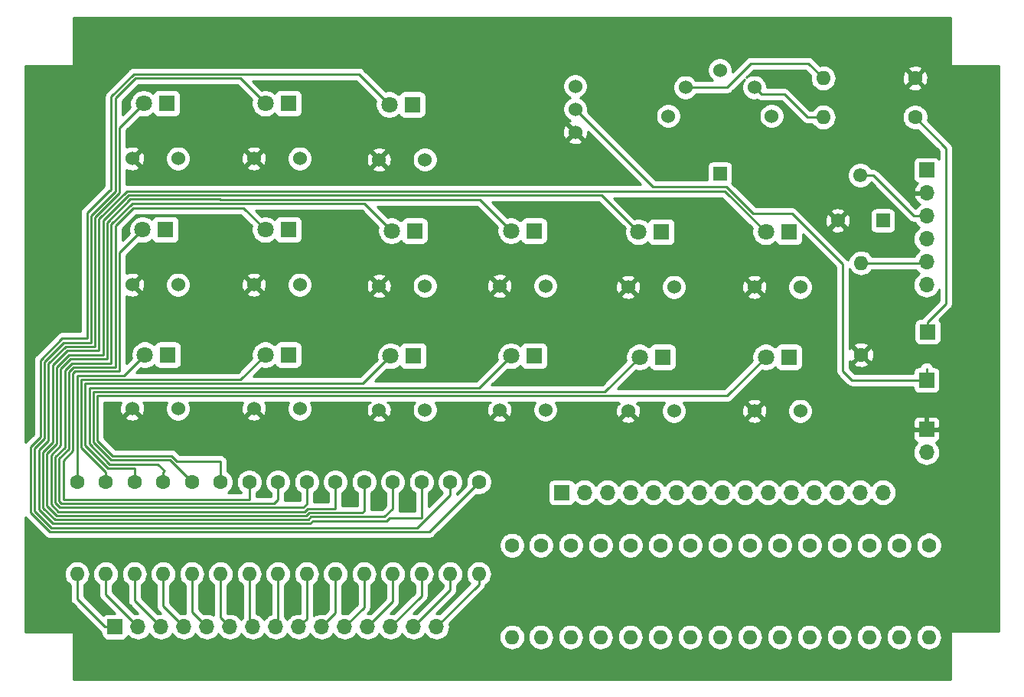
<source format=gtl>
G04 #@! TF.GenerationSoftware,KiCad,Pcbnew,(5.1.4-0-10_14)*
G04 #@! TF.CreationDate,2019-09-25T10:25:20-05:00*
G04 #@! TF.ProjectId,midi_footswitch,6d696469-5f66-46f6-9f74-737769746368,rev?*
G04 #@! TF.SameCoordinates,Original*
G04 #@! TF.FileFunction,Copper,L1,Top*
G04 #@! TF.FilePolarity,Positive*
%FSLAX46Y46*%
G04 Gerber Fmt 4.6, Leading zero omitted, Abs format (unit mm)*
G04 Created by KiCad (PCBNEW (5.1.4-0-10_14)) date 2019-09-25 10:25:20*
%MOMM*%
%LPD*%
G04 APERTURE LIST*
%ADD10C,1.550000*%
%ADD11R,1.550000X1.550000*%
%ADD12C,1.524000*%
%ADD13R,1.524000X1.524000*%
%ADD14R,1.800000X1.800000*%
%ADD15C,1.800000*%
%ADD16O,1.700000X1.700000*%
%ADD17R,1.700000X1.700000*%
%ADD18C,1.600000*%
%ADD19O,1.600000X1.600000*%
%ADD20C,0.250000*%
%ADD21C,0.254000*%
G04 APERTURE END LIST*
D10*
X105196000Y-30306000D03*
D11*
X107696000Y-35306000D03*
D10*
X102696000Y-35306000D03*
D12*
X83947000Y-23749000D03*
X85852000Y-20574000D03*
X89662000Y-18669000D03*
X93472000Y-20574000D03*
X95377000Y-23749000D03*
D13*
X89662000Y-30099000D03*
D14*
X28575000Y-50165000D03*
D15*
X26035000Y-50165000D03*
D14*
X41910000Y-50165000D03*
D15*
X39370000Y-50165000D03*
X53213000Y-50292000D03*
D14*
X55753000Y-50292000D03*
X69088000Y-50292000D03*
D15*
X66548000Y-50292000D03*
D14*
X83312000Y-50419000D03*
D15*
X80772000Y-50419000D03*
X94742000Y-50419000D03*
D14*
X97282000Y-50419000D03*
D15*
X25781000Y-36322000D03*
D14*
X28321000Y-36322000D03*
D15*
X39370000Y-36322000D03*
D14*
X41910000Y-36322000D03*
X55880000Y-36449000D03*
D15*
X53340000Y-36449000D03*
X66548000Y-36449000D03*
D14*
X69088000Y-36449000D03*
D15*
X80645000Y-36576000D03*
D14*
X83185000Y-36576000D03*
X97282000Y-36576000D03*
D15*
X94742000Y-36576000D03*
D14*
X28448000Y-22352000D03*
D15*
X25908000Y-22352000D03*
D14*
X41910000Y-22352000D03*
D15*
X39370000Y-22352000D03*
X53086000Y-22479000D03*
D14*
X55626000Y-22479000D03*
D16*
X58293000Y-80264000D03*
X55753000Y-80264000D03*
X53213000Y-80264000D03*
X50673000Y-80264000D03*
X48133000Y-80264000D03*
X45593000Y-80264000D03*
X43053000Y-80264000D03*
X40513000Y-80264000D03*
X37973000Y-80264000D03*
X35433000Y-80264000D03*
X32893000Y-80264000D03*
X30353000Y-80264000D03*
X27813000Y-80264000D03*
X25273000Y-80264000D03*
D17*
X22733000Y-80264000D03*
D16*
X112522000Y-60960000D03*
D17*
X112522000Y-58420000D03*
X72136000Y-65405000D03*
D16*
X74676000Y-65405000D03*
X77216000Y-65405000D03*
X79756000Y-65405000D03*
X82296000Y-65405000D03*
X84836000Y-65405000D03*
X87376000Y-65405000D03*
X89916000Y-65405000D03*
X92456000Y-65405000D03*
X94996000Y-65405000D03*
X97536000Y-65405000D03*
X100076000Y-65405000D03*
X102616000Y-65405000D03*
X105156000Y-65405000D03*
X107696000Y-65405000D03*
D17*
X112649000Y-47625000D03*
D16*
X112522000Y-42418000D03*
X112522000Y-39878000D03*
X112522000Y-37338000D03*
X112522000Y-34798000D03*
X112522000Y-32258000D03*
D17*
X112522000Y-29718000D03*
D12*
X73660000Y-20447000D03*
X73660000Y-22987000D03*
X73660000Y-25527000D03*
D17*
X112522000Y-52959000D03*
D18*
X18542000Y-64262000D03*
D19*
X18542000Y-74422000D03*
X21717000Y-74422000D03*
D18*
X21717000Y-64262000D03*
X24892000Y-64262000D03*
D19*
X24892000Y-74422000D03*
X28067000Y-74422000D03*
D18*
X28067000Y-64262000D03*
X31242000Y-64262000D03*
D19*
X31242000Y-74422000D03*
X34417000Y-74422000D03*
D18*
X34417000Y-64262000D03*
X37592000Y-64262000D03*
D19*
X37592000Y-74422000D03*
X40767000Y-74422000D03*
D18*
X40767000Y-64262000D03*
X43942000Y-64262000D03*
D19*
X43942000Y-74422000D03*
X47117000Y-74422000D03*
D18*
X47117000Y-64262000D03*
X111252000Y-19558000D03*
D19*
X101092000Y-19558000D03*
X101092000Y-23876000D03*
D18*
X111252000Y-23876000D03*
X66675000Y-71247000D03*
D19*
X66675000Y-81407000D03*
D18*
X69850000Y-71247000D03*
D19*
X69850000Y-81407000D03*
D18*
X73152000Y-71247000D03*
D19*
X73152000Y-81407000D03*
D18*
X76454000Y-71247000D03*
D19*
X76454000Y-81407000D03*
X79756000Y-81407000D03*
D18*
X79756000Y-71247000D03*
D19*
X83058000Y-81407000D03*
D18*
X83058000Y-71247000D03*
X86360000Y-71247000D03*
D19*
X86360000Y-81407000D03*
X89662000Y-81407000D03*
D18*
X89662000Y-71247000D03*
X92964000Y-71247000D03*
D19*
X92964000Y-81407000D03*
X96266000Y-81407000D03*
D18*
X96266000Y-71247000D03*
D19*
X105283000Y-40005000D03*
D18*
X105283000Y-50165000D03*
X50292000Y-64262000D03*
D19*
X50292000Y-74422000D03*
D18*
X53467000Y-64262000D03*
D19*
X53467000Y-74422000D03*
D18*
X56642000Y-64262000D03*
D19*
X56642000Y-74422000D03*
X59817000Y-74422000D03*
D18*
X59817000Y-64262000D03*
D19*
X62992000Y-74422000D03*
D18*
X62992000Y-64262000D03*
D19*
X99568000Y-81407000D03*
D18*
X99568000Y-71247000D03*
D19*
X102870000Y-81407000D03*
D18*
X102870000Y-71247000D03*
D19*
X106172000Y-81407000D03*
D18*
X106172000Y-71247000D03*
X109474000Y-71247000D03*
D19*
X109474000Y-81407000D03*
X112776000Y-81407000D03*
D18*
X112776000Y-71247000D03*
D12*
X24638000Y-56134000D03*
X29718000Y-56134000D03*
X43180000Y-56134000D03*
X38100000Y-56134000D03*
X51943000Y-56261000D03*
X57023000Y-56261000D03*
X70358000Y-56261000D03*
X65278000Y-56261000D03*
X79502000Y-56388000D03*
X84582000Y-56388000D03*
X93472000Y-56388000D03*
X98552000Y-56388000D03*
X24638000Y-42418000D03*
X29718000Y-42418000D03*
X38100000Y-42418000D03*
X43180000Y-42418000D03*
X57023000Y-42545000D03*
X51943000Y-42545000D03*
X65278000Y-42545000D03*
X70358000Y-42545000D03*
X79502000Y-42672000D03*
X84582000Y-42672000D03*
X98552000Y-42672000D03*
X93472000Y-42672000D03*
X29718000Y-28448000D03*
X24638000Y-28448000D03*
X43180000Y-28448000D03*
X38100000Y-28448000D03*
X51943000Y-28575000D03*
X57023000Y-28575000D03*
D20*
X18542000Y-64262000D02*
X18542000Y-52451000D01*
X23749000Y-52451000D02*
X26035000Y-50165000D01*
X18542000Y-52451000D02*
X23749000Y-52451000D01*
X21717000Y-63130630D02*
X18992010Y-60405640D01*
X21717000Y-64262000D02*
X21717000Y-63130630D01*
X18992010Y-60405640D02*
X18992010Y-52901010D01*
X18992010Y-52901010D02*
X23935401Y-52901009D01*
X36633991Y-52901009D02*
X39370000Y-50165000D01*
X23935401Y-52901009D02*
X36633991Y-52901009D01*
X24892000Y-64262000D02*
X24892000Y-62738000D01*
X24892000Y-62738000D02*
X21960780Y-62738000D01*
X21960780Y-62738000D02*
X19442020Y-60219240D01*
X19442020Y-60219240D02*
X19442020Y-53351019D01*
X50153981Y-53351019D02*
X53213000Y-50292000D01*
X19442020Y-53351019D02*
X50153981Y-53351019D01*
X28067000Y-63130630D02*
X28194000Y-63003630D01*
X28067000Y-64262000D02*
X28067000Y-63130630D01*
X27478360Y-62287990D02*
X22147180Y-62287990D01*
X28194000Y-63003630D02*
X27478360Y-62287990D01*
X22147180Y-62287990D02*
X19892030Y-60032840D01*
X19892030Y-60032840D02*
X19892030Y-53801029D01*
X63038971Y-53801029D02*
X66548000Y-50292000D01*
X19892030Y-53801029D02*
X63038971Y-53801029D01*
X76939961Y-54251039D02*
X80772000Y-50419000D01*
X20342040Y-54251039D02*
X76939961Y-54251039D01*
X20342040Y-59839040D02*
X20342040Y-54251039D01*
X28817980Y-61837980D02*
X22340980Y-61837980D01*
X22340980Y-61837980D02*
X20342040Y-59839040D01*
X31242000Y-64262000D02*
X28817980Y-61837980D01*
X90459951Y-54701049D02*
X94742000Y-50419000D01*
X20792050Y-59652640D02*
X20792050Y-54701049D01*
X28957410Y-61341000D02*
X22480410Y-61341000D01*
X22480410Y-61341000D02*
X20792050Y-59652640D01*
X29592410Y-61976000D02*
X28957410Y-61341000D01*
X20792050Y-54701049D02*
X90459951Y-54701049D01*
X34417000Y-61976000D02*
X29592410Y-61976000D01*
X34417000Y-64262000D02*
X34417000Y-61976000D01*
X23241000Y-52000990D02*
X23241000Y-38862000D01*
X18355600Y-52000990D02*
X23241000Y-52000990D01*
X18091990Y-52264600D02*
X18355600Y-52000990D01*
X17018000Y-61849000D02*
X18091990Y-60775010D01*
X23241000Y-38862000D02*
X25781000Y-36322000D01*
X18091990Y-60775010D02*
X18091990Y-52264600D01*
X17018000Y-66167000D02*
X17018000Y-61849000D01*
X37592000Y-66167000D02*
X17018000Y-66167000D01*
X37592000Y-64262000D02*
X37592000Y-66167000D01*
X22790990Y-35883010D02*
X24765000Y-33909000D01*
X16831600Y-66617010D02*
X16567990Y-66353400D01*
X22790990Y-51550980D02*
X22790990Y-35883010D01*
X18169200Y-51550980D02*
X22790990Y-51550980D01*
X16567991Y-61662599D02*
X17641980Y-60588610D01*
X17641980Y-60588610D02*
X17641981Y-52078199D01*
X16567990Y-66353400D02*
X16567991Y-61662599D01*
X17641981Y-52078199D02*
X18169200Y-51550980D01*
X40316990Y-66617010D02*
X16831600Y-66617010D01*
X36957000Y-33909000D02*
X39370000Y-36322000D01*
X24765000Y-33909000D02*
X36957000Y-33909000D01*
X40767000Y-66167000D02*
X40316990Y-66617010D01*
X40767000Y-64262000D02*
X40767000Y-66167000D01*
X50349990Y-33458990D02*
X53340000Y-36449000D01*
X34163000Y-33401000D02*
X34220990Y-33458990D01*
X24636590Y-33401000D02*
X34163000Y-33401000D01*
X16117982Y-61476198D02*
X17191971Y-60402209D01*
X22340981Y-35696609D02*
X24636590Y-33401000D01*
X22340980Y-51100970D02*
X22340981Y-35696609D01*
X17982800Y-51100970D02*
X22340980Y-51100970D01*
X16117981Y-66539799D02*
X16117982Y-61476198D01*
X17191972Y-51891798D02*
X17982800Y-51100970D01*
X17191971Y-60402209D02*
X17191972Y-51891798D01*
X34220990Y-33458990D02*
X50349990Y-33458990D01*
X16645199Y-67067019D02*
X16117981Y-66539799D01*
X43549980Y-67067020D02*
X16645199Y-67067019D01*
X43942000Y-66675000D02*
X43549980Y-67067020D01*
X43942000Y-64262000D02*
X43942000Y-66675000D01*
X24450189Y-32950991D02*
X34349400Y-32950990D01*
X21890972Y-35510208D02*
X24450189Y-32950991D01*
X21890971Y-50650960D02*
X21890972Y-35510208D01*
X34407390Y-33008980D02*
X63107980Y-33008980D01*
X17796400Y-50650960D02*
X21890971Y-50650960D01*
X43736379Y-67517029D02*
X16458798Y-67517027D01*
X16741962Y-60215808D02*
X16741963Y-51705397D01*
X63107980Y-33008980D02*
X65648001Y-35549001D01*
X47117000Y-67183000D02*
X44070410Y-67183000D01*
X47117000Y-64262000D02*
X47117000Y-67183000D01*
X16458798Y-67517027D02*
X15667972Y-66726198D01*
X65648001Y-35549001D02*
X66548000Y-36449000D01*
X16741963Y-51705397D02*
X17796400Y-50650960D01*
X15667973Y-61289797D02*
X16741962Y-60215808D01*
X15667972Y-66726198D02*
X15667973Y-61289797D01*
X34349400Y-32950990D02*
X34407390Y-33008980D01*
X44070410Y-67183000D02*
X43736379Y-67517029D01*
X50292000Y-64262000D02*
X50292000Y-67437000D01*
X50095990Y-67633010D02*
X47303400Y-67633010D01*
X50292000Y-67437000D02*
X50095990Y-67633010D01*
X43922778Y-67967039D02*
X43549977Y-67967038D01*
X44256810Y-67633010D02*
X43922778Y-67967039D01*
X47303400Y-67633010D02*
X44256810Y-67633010D01*
X43549977Y-67967038D02*
X42545000Y-67967038D01*
X16272397Y-67967035D02*
X15217963Y-66912597D01*
X42545000Y-67967038D02*
X16272397Y-67967035D01*
X15217964Y-61103396D02*
X16291953Y-60029407D01*
X15217963Y-66912597D02*
X15217964Y-61103396D01*
X16291954Y-51518996D02*
X17645950Y-50165000D01*
X16291953Y-60029407D02*
X16291954Y-51518996D01*
X21209000Y-50165000D02*
X21244950Y-50200950D01*
X17645950Y-50165000D02*
X21209000Y-50165000D01*
X76569982Y-32500982D02*
X80645000Y-36576000D01*
X24263790Y-32500982D02*
X76569982Y-32500982D01*
X21440963Y-35323807D02*
X24263790Y-32500982D01*
X21440962Y-50165000D02*
X21440963Y-35323807D01*
X21209000Y-50165000D02*
X21440962Y-50165000D01*
X20990954Y-35137406D02*
X24077390Y-32050972D01*
X20990953Y-49714990D02*
X20990954Y-35137406D01*
X17459550Y-49714990D02*
X20990953Y-49714990D01*
X15841945Y-51332595D02*
X17459550Y-49714990D01*
X44109176Y-68417049D02*
X43736377Y-68417048D01*
X15841944Y-59843006D02*
X15841945Y-51332595D01*
X14767955Y-60916995D02*
X15841944Y-59843006D01*
X90216972Y-32050972D02*
X94742000Y-36576000D01*
X52566980Y-68083020D02*
X44443208Y-68083020D01*
X14767954Y-67098996D02*
X14767955Y-60916995D01*
X16085996Y-68417043D02*
X14767954Y-67098996D01*
X53467000Y-64262000D02*
X53467000Y-67183000D01*
X16086002Y-68417048D02*
X16085996Y-68417043D01*
X43736377Y-68417048D02*
X16086002Y-68417048D01*
X53467000Y-67183000D02*
X52566980Y-68083020D01*
X24077390Y-32050972D02*
X90216972Y-32050972D01*
X44443208Y-68083020D02*
X44109176Y-68417049D01*
X23241000Y-32250951D02*
X23241000Y-25019000D01*
X20540945Y-34951005D02*
X23241000Y-32250951D01*
X20540944Y-49264980D02*
X20540945Y-34951005D01*
X17273150Y-49264980D02*
X20540944Y-49264980D01*
X15391936Y-51146194D02*
X17273150Y-49264980D01*
X15391935Y-59656605D02*
X15391936Y-51146194D01*
X14317945Y-67285395D02*
X14317946Y-60730594D01*
X15899602Y-68867058D02*
X15899595Y-68867051D01*
X23241000Y-25019000D02*
X25908000Y-22352000D01*
X42324058Y-68867058D02*
X15899602Y-68867058D01*
X44295574Y-68867059D02*
X42324058Y-68867058D01*
X56642000Y-64262000D02*
X56642000Y-68199000D01*
X52753380Y-68533030D02*
X44629606Y-68533030D01*
X14317946Y-60730594D02*
X15391935Y-59656605D01*
X53087410Y-68199000D02*
X52753380Y-68533030D01*
X15899595Y-68867051D02*
X14317945Y-67285395D01*
X56642000Y-68199000D02*
X53087410Y-68199000D01*
X44629606Y-68533030D02*
X44295574Y-68867059D01*
X36576000Y-19558000D02*
X39370000Y-22352000D01*
X25019000Y-19558000D02*
X36576000Y-19558000D01*
X22790990Y-32064551D02*
X22790991Y-21786009D01*
X20090935Y-48814970D02*
X20090936Y-34764604D01*
X22790991Y-21786009D02*
X25019000Y-19558000D01*
X14941927Y-50959793D02*
X17086750Y-48814970D01*
X13867936Y-67471795D02*
X13867937Y-60544193D01*
X20090936Y-34764604D02*
X22790990Y-32064551D01*
X15713207Y-69317068D02*
X13867936Y-67471795D01*
X17086750Y-48814970D02*
X20090935Y-48814970D01*
X13867937Y-60544193D02*
X14941926Y-59470204D01*
X56160342Y-69317068D02*
X15713207Y-69317068D01*
X59817000Y-65660410D02*
X56160342Y-69317068D01*
X14941926Y-59470204D02*
X14941927Y-50959793D01*
X59817000Y-64262000D02*
X59817000Y-65660410D01*
X24832600Y-19107990D02*
X49714990Y-19107990D01*
X22215130Y-32004000D02*
X22340981Y-31878149D01*
X22340982Y-21599608D02*
X24832600Y-19107990D01*
X22098000Y-32004000D02*
X22215130Y-32004000D01*
X13417927Y-67658194D02*
X13417928Y-60357792D01*
X19640926Y-48364960D02*
X19640926Y-34461074D01*
X16900350Y-48364960D02*
X19640926Y-48364960D01*
X22340981Y-31878149D02*
X22340982Y-21599608D01*
X14491917Y-59283803D02*
X14491918Y-50773392D01*
X13417928Y-60357792D02*
X14491917Y-59283803D01*
X15526806Y-69767076D02*
X13417927Y-67658194D01*
X15526807Y-69767078D02*
X15526806Y-69767076D01*
X14491918Y-50773392D02*
X16900350Y-48364960D01*
X57486922Y-69767078D02*
X15526807Y-69767078D01*
X49714990Y-19107990D02*
X53086000Y-22479000D01*
X19640926Y-34461074D02*
X22098000Y-32004000D01*
X62992000Y-64262000D02*
X57486922Y-69767078D01*
X21633000Y-80264000D02*
X22733000Y-80264000D01*
X18542000Y-77173000D02*
X21633000Y-80264000D01*
X18542000Y-74422000D02*
X18542000Y-77173000D01*
X21717000Y-76708000D02*
X25273000Y-80264000D01*
X21717000Y-74422000D02*
X21717000Y-76708000D01*
X24892000Y-77343000D02*
X27813000Y-80264000D01*
X24892000Y-74422000D02*
X24892000Y-77343000D01*
X28067000Y-77978000D02*
X30353000Y-80264000D01*
X28067000Y-74422000D02*
X28067000Y-77978000D01*
X31242000Y-78613000D02*
X32893000Y-80264000D01*
X31242000Y-74422000D02*
X31242000Y-78613000D01*
X34417000Y-79248000D02*
X35433000Y-80264000D01*
X34417000Y-74422000D02*
X34417000Y-79248000D01*
X37592000Y-79883000D02*
X37973000Y-80264000D01*
X37592000Y-74422000D02*
X37592000Y-79883000D01*
X40767000Y-80010000D02*
X40513000Y-80264000D01*
X40767000Y-74422000D02*
X40767000Y-80010000D01*
X43942000Y-79375000D02*
X43053000Y-80264000D01*
X43942000Y-74422000D02*
X43942000Y-79375000D01*
X47117000Y-78740000D02*
X45593000Y-80264000D01*
X47117000Y-74422000D02*
X47117000Y-78740000D01*
X50292000Y-78105000D02*
X48133000Y-80264000D01*
X50292000Y-74422000D02*
X50292000Y-78105000D01*
X53467000Y-77470000D02*
X50673000Y-80264000D01*
X53467000Y-74422000D02*
X53467000Y-77470000D01*
X56642000Y-76835000D02*
X53213000Y-80264000D01*
X56642000Y-74422000D02*
X56642000Y-76835000D01*
X59817000Y-76200000D02*
X59817000Y-74422000D01*
X55753000Y-80264000D02*
X59817000Y-76200000D01*
X62992000Y-75565000D02*
X62992000Y-74422000D01*
X58293000Y-80264000D02*
X62992000Y-75565000D01*
X112776000Y-70485000D02*
X112776000Y-71247000D01*
X92964000Y-65913000D02*
X92456000Y-65405000D01*
X89662000Y-65659000D02*
X89916000Y-65405000D01*
X72136000Y-65786000D02*
X72136000Y-65405000D01*
X85852000Y-20574000D02*
X90424000Y-20574000D01*
X90424000Y-20574000D02*
X93091000Y-17907000D01*
X99441000Y-17907000D02*
X101092000Y-19558000D01*
X93091000Y-17907000D02*
X99441000Y-17907000D01*
X94233999Y-21335999D02*
X96773999Y-21335999D01*
X93472000Y-20574000D02*
X94233999Y-21335999D01*
X99314000Y-23876000D02*
X101092000Y-23876000D01*
X96773999Y-21335999D02*
X99314000Y-23876000D01*
X114681000Y-44493000D02*
X114681000Y-27305000D01*
X112649000Y-46525000D02*
X114681000Y-44493000D01*
X114681000Y-27305000D02*
X111252000Y-23876000D01*
X112649000Y-47625000D02*
X112649000Y-46525000D01*
X105196000Y-30306000D02*
X106633000Y-30306000D01*
X111125000Y-34798000D02*
X112522000Y-34798000D01*
X106633000Y-30306000D02*
X111125000Y-34798000D01*
X112395000Y-40005000D02*
X112522000Y-39878000D01*
X105283000Y-40005000D02*
X112395000Y-40005000D01*
X112522000Y-51689000D02*
X112522000Y-52959000D01*
X104267000Y-52959000D02*
X112522000Y-52959000D01*
X103251000Y-40159998D02*
X103251000Y-51943000D01*
X97635002Y-34544000D02*
X103251000Y-40159998D01*
X93346410Y-34544000D02*
X97635002Y-34544000D01*
X90403373Y-31600963D02*
X93346410Y-34544000D01*
X82273962Y-31600962D02*
X90403373Y-31600963D01*
X103251000Y-51943000D02*
X104267000Y-52959000D01*
X73660000Y-22987000D02*
X82273962Y-31600962D01*
D21*
G36*
X115189000Y-18034000D02*
G01*
X115191440Y-18058776D01*
X115198667Y-18082601D01*
X115210403Y-18104557D01*
X115226197Y-18123803D01*
X115245443Y-18139597D01*
X115267399Y-18151333D01*
X115291224Y-18158560D01*
X115316000Y-18161000D01*
X120498001Y-18161000D01*
X120498000Y-80772000D01*
X115316000Y-80772000D01*
X115291224Y-80774440D01*
X115267399Y-80781667D01*
X115245443Y-80793403D01*
X115226197Y-80809197D01*
X115210403Y-80828443D01*
X115198667Y-80850399D01*
X115191440Y-80874224D01*
X115189000Y-80899000D01*
X115189000Y-86081000D01*
X18161000Y-86081000D01*
X18161000Y-80940094D01*
X18158560Y-80915318D01*
X18151333Y-80891493D01*
X18139597Y-80869537D01*
X18123803Y-80850291D01*
X18104557Y-80834497D01*
X18082601Y-80822761D01*
X18058776Y-80815534D01*
X18034000Y-80813094D01*
X12852000Y-80813094D01*
X12852000Y-74422000D01*
X17100057Y-74422000D01*
X17127764Y-74703309D01*
X17209818Y-74973808D01*
X17343068Y-75223101D01*
X17522392Y-75441608D01*
X17740899Y-75620932D01*
X17782000Y-75642901D01*
X17782001Y-77135668D01*
X17778324Y-77173000D01*
X17782001Y-77210333D01*
X17792998Y-77321986D01*
X17799380Y-77343026D01*
X17836454Y-77465246D01*
X17907026Y-77597276D01*
X17975511Y-77680724D01*
X18002000Y-77713001D01*
X18030998Y-77736799D01*
X21069201Y-80775003D01*
X21092999Y-80804001D01*
X21121997Y-80827799D01*
X21208723Y-80898974D01*
X21244928Y-80918326D01*
X21244928Y-81114000D01*
X21257188Y-81238482D01*
X21293498Y-81358180D01*
X21352463Y-81468494D01*
X21431815Y-81565185D01*
X21528506Y-81644537D01*
X21638820Y-81703502D01*
X21758518Y-81739812D01*
X21883000Y-81752072D01*
X23583000Y-81752072D01*
X23707482Y-81739812D01*
X23827180Y-81703502D01*
X23937494Y-81644537D01*
X24034185Y-81565185D01*
X24113537Y-81468494D01*
X24172502Y-81358180D01*
X24193393Y-81289313D01*
X24217866Y-81319134D01*
X24443986Y-81504706D01*
X24701966Y-81642599D01*
X24981889Y-81727513D01*
X25200050Y-81749000D01*
X25345950Y-81749000D01*
X25564111Y-81727513D01*
X25844034Y-81642599D01*
X26102014Y-81504706D01*
X26328134Y-81319134D01*
X26513706Y-81093014D01*
X26543000Y-81038209D01*
X26572294Y-81093014D01*
X26757866Y-81319134D01*
X26983986Y-81504706D01*
X27241966Y-81642599D01*
X27521889Y-81727513D01*
X27740050Y-81749000D01*
X27885950Y-81749000D01*
X28104111Y-81727513D01*
X28384034Y-81642599D01*
X28642014Y-81504706D01*
X28868134Y-81319134D01*
X29053706Y-81093014D01*
X29083000Y-81038209D01*
X29112294Y-81093014D01*
X29297866Y-81319134D01*
X29523986Y-81504706D01*
X29781966Y-81642599D01*
X30061889Y-81727513D01*
X30280050Y-81749000D01*
X30425950Y-81749000D01*
X30644111Y-81727513D01*
X30924034Y-81642599D01*
X31182014Y-81504706D01*
X31408134Y-81319134D01*
X31593706Y-81093014D01*
X31623000Y-81038209D01*
X31652294Y-81093014D01*
X31837866Y-81319134D01*
X32063986Y-81504706D01*
X32321966Y-81642599D01*
X32601889Y-81727513D01*
X32820050Y-81749000D01*
X32965950Y-81749000D01*
X33184111Y-81727513D01*
X33464034Y-81642599D01*
X33722014Y-81504706D01*
X33948134Y-81319134D01*
X34133706Y-81093014D01*
X34163000Y-81038209D01*
X34192294Y-81093014D01*
X34377866Y-81319134D01*
X34603986Y-81504706D01*
X34861966Y-81642599D01*
X35141889Y-81727513D01*
X35360050Y-81749000D01*
X35505950Y-81749000D01*
X35724111Y-81727513D01*
X36004034Y-81642599D01*
X36262014Y-81504706D01*
X36488134Y-81319134D01*
X36673706Y-81093014D01*
X36703000Y-81038209D01*
X36732294Y-81093014D01*
X36917866Y-81319134D01*
X37143986Y-81504706D01*
X37401966Y-81642599D01*
X37681889Y-81727513D01*
X37900050Y-81749000D01*
X38045950Y-81749000D01*
X38264111Y-81727513D01*
X38544034Y-81642599D01*
X38802014Y-81504706D01*
X39028134Y-81319134D01*
X39213706Y-81093014D01*
X39243000Y-81038209D01*
X39272294Y-81093014D01*
X39457866Y-81319134D01*
X39683986Y-81504706D01*
X39941966Y-81642599D01*
X40221889Y-81727513D01*
X40440050Y-81749000D01*
X40585950Y-81749000D01*
X40804111Y-81727513D01*
X41084034Y-81642599D01*
X41342014Y-81504706D01*
X41568134Y-81319134D01*
X41753706Y-81093014D01*
X41783000Y-81038209D01*
X41812294Y-81093014D01*
X41997866Y-81319134D01*
X42223986Y-81504706D01*
X42481966Y-81642599D01*
X42761889Y-81727513D01*
X42980050Y-81749000D01*
X43125950Y-81749000D01*
X43344111Y-81727513D01*
X43624034Y-81642599D01*
X43882014Y-81504706D01*
X44108134Y-81319134D01*
X44293706Y-81093014D01*
X44323000Y-81038209D01*
X44352294Y-81093014D01*
X44537866Y-81319134D01*
X44763986Y-81504706D01*
X45021966Y-81642599D01*
X45301889Y-81727513D01*
X45520050Y-81749000D01*
X45665950Y-81749000D01*
X45884111Y-81727513D01*
X46164034Y-81642599D01*
X46422014Y-81504706D01*
X46648134Y-81319134D01*
X46833706Y-81093014D01*
X46863000Y-81038209D01*
X46892294Y-81093014D01*
X47077866Y-81319134D01*
X47303986Y-81504706D01*
X47561966Y-81642599D01*
X47841889Y-81727513D01*
X48060050Y-81749000D01*
X48205950Y-81749000D01*
X48424111Y-81727513D01*
X48704034Y-81642599D01*
X48962014Y-81504706D01*
X49188134Y-81319134D01*
X49373706Y-81093014D01*
X49403000Y-81038209D01*
X49432294Y-81093014D01*
X49617866Y-81319134D01*
X49843986Y-81504706D01*
X50101966Y-81642599D01*
X50381889Y-81727513D01*
X50600050Y-81749000D01*
X50745950Y-81749000D01*
X50964111Y-81727513D01*
X51244034Y-81642599D01*
X51502014Y-81504706D01*
X51728134Y-81319134D01*
X51913706Y-81093014D01*
X51943000Y-81038209D01*
X51972294Y-81093014D01*
X52157866Y-81319134D01*
X52383986Y-81504706D01*
X52641966Y-81642599D01*
X52921889Y-81727513D01*
X53140050Y-81749000D01*
X53285950Y-81749000D01*
X53504111Y-81727513D01*
X53784034Y-81642599D01*
X54042014Y-81504706D01*
X54268134Y-81319134D01*
X54453706Y-81093014D01*
X54483000Y-81038209D01*
X54512294Y-81093014D01*
X54697866Y-81319134D01*
X54923986Y-81504706D01*
X55181966Y-81642599D01*
X55461889Y-81727513D01*
X55680050Y-81749000D01*
X55825950Y-81749000D01*
X56044111Y-81727513D01*
X56324034Y-81642599D01*
X56582014Y-81504706D01*
X56808134Y-81319134D01*
X56993706Y-81093014D01*
X57023000Y-81038209D01*
X57052294Y-81093014D01*
X57237866Y-81319134D01*
X57463986Y-81504706D01*
X57721966Y-81642599D01*
X58001889Y-81727513D01*
X58220050Y-81749000D01*
X58365950Y-81749000D01*
X58584111Y-81727513D01*
X58864034Y-81642599D01*
X59122014Y-81504706D01*
X59241069Y-81407000D01*
X65233057Y-81407000D01*
X65260764Y-81688309D01*
X65342818Y-81958808D01*
X65476068Y-82208101D01*
X65655392Y-82426608D01*
X65873899Y-82605932D01*
X66123192Y-82739182D01*
X66393691Y-82821236D01*
X66604508Y-82842000D01*
X66745492Y-82842000D01*
X66956309Y-82821236D01*
X67226808Y-82739182D01*
X67476101Y-82605932D01*
X67694608Y-82426608D01*
X67873932Y-82208101D01*
X68007182Y-81958808D01*
X68089236Y-81688309D01*
X68116943Y-81407000D01*
X68408057Y-81407000D01*
X68435764Y-81688309D01*
X68517818Y-81958808D01*
X68651068Y-82208101D01*
X68830392Y-82426608D01*
X69048899Y-82605932D01*
X69298192Y-82739182D01*
X69568691Y-82821236D01*
X69779508Y-82842000D01*
X69920492Y-82842000D01*
X70131309Y-82821236D01*
X70401808Y-82739182D01*
X70651101Y-82605932D01*
X70869608Y-82426608D01*
X71048932Y-82208101D01*
X71182182Y-81958808D01*
X71264236Y-81688309D01*
X71291943Y-81407000D01*
X71710057Y-81407000D01*
X71737764Y-81688309D01*
X71819818Y-81958808D01*
X71953068Y-82208101D01*
X72132392Y-82426608D01*
X72350899Y-82605932D01*
X72600192Y-82739182D01*
X72870691Y-82821236D01*
X73081508Y-82842000D01*
X73222492Y-82842000D01*
X73433309Y-82821236D01*
X73703808Y-82739182D01*
X73953101Y-82605932D01*
X74171608Y-82426608D01*
X74350932Y-82208101D01*
X74484182Y-81958808D01*
X74566236Y-81688309D01*
X74593943Y-81407000D01*
X75012057Y-81407000D01*
X75039764Y-81688309D01*
X75121818Y-81958808D01*
X75255068Y-82208101D01*
X75434392Y-82426608D01*
X75652899Y-82605932D01*
X75902192Y-82739182D01*
X76172691Y-82821236D01*
X76383508Y-82842000D01*
X76524492Y-82842000D01*
X76735309Y-82821236D01*
X77005808Y-82739182D01*
X77255101Y-82605932D01*
X77473608Y-82426608D01*
X77652932Y-82208101D01*
X77786182Y-81958808D01*
X77868236Y-81688309D01*
X77895943Y-81407000D01*
X78314057Y-81407000D01*
X78341764Y-81688309D01*
X78423818Y-81958808D01*
X78557068Y-82208101D01*
X78736392Y-82426608D01*
X78954899Y-82605932D01*
X79204192Y-82739182D01*
X79474691Y-82821236D01*
X79685508Y-82842000D01*
X79826492Y-82842000D01*
X80037309Y-82821236D01*
X80307808Y-82739182D01*
X80557101Y-82605932D01*
X80775608Y-82426608D01*
X80954932Y-82208101D01*
X81088182Y-81958808D01*
X81170236Y-81688309D01*
X81197943Y-81407000D01*
X81616057Y-81407000D01*
X81643764Y-81688309D01*
X81725818Y-81958808D01*
X81859068Y-82208101D01*
X82038392Y-82426608D01*
X82256899Y-82605932D01*
X82506192Y-82739182D01*
X82776691Y-82821236D01*
X82987508Y-82842000D01*
X83128492Y-82842000D01*
X83339309Y-82821236D01*
X83609808Y-82739182D01*
X83859101Y-82605932D01*
X84077608Y-82426608D01*
X84256932Y-82208101D01*
X84390182Y-81958808D01*
X84472236Y-81688309D01*
X84499943Y-81407000D01*
X84918057Y-81407000D01*
X84945764Y-81688309D01*
X85027818Y-81958808D01*
X85161068Y-82208101D01*
X85340392Y-82426608D01*
X85558899Y-82605932D01*
X85808192Y-82739182D01*
X86078691Y-82821236D01*
X86289508Y-82842000D01*
X86430492Y-82842000D01*
X86641309Y-82821236D01*
X86911808Y-82739182D01*
X87161101Y-82605932D01*
X87379608Y-82426608D01*
X87558932Y-82208101D01*
X87692182Y-81958808D01*
X87774236Y-81688309D01*
X87801943Y-81407000D01*
X88220057Y-81407000D01*
X88247764Y-81688309D01*
X88329818Y-81958808D01*
X88463068Y-82208101D01*
X88642392Y-82426608D01*
X88860899Y-82605932D01*
X89110192Y-82739182D01*
X89380691Y-82821236D01*
X89591508Y-82842000D01*
X89732492Y-82842000D01*
X89943309Y-82821236D01*
X90213808Y-82739182D01*
X90463101Y-82605932D01*
X90681608Y-82426608D01*
X90860932Y-82208101D01*
X90994182Y-81958808D01*
X91076236Y-81688309D01*
X91103943Y-81407000D01*
X91522057Y-81407000D01*
X91549764Y-81688309D01*
X91631818Y-81958808D01*
X91765068Y-82208101D01*
X91944392Y-82426608D01*
X92162899Y-82605932D01*
X92412192Y-82739182D01*
X92682691Y-82821236D01*
X92893508Y-82842000D01*
X93034492Y-82842000D01*
X93245309Y-82821236D01*
X93515808Y-82739182D01*
X93765101Y-82605932D01*
X93983608Y-82426608D01*
X94162932Y-82208101D01*
X94296182Y-81958808D01*
X94378236Y-81688309D01*
X94405943Y-81407000D01*
X94824057Y-81407000D01*
X94851764Y-81688309D01*
X94933818Y-81958808D01*
X95067068Y-82208101D01*
X95246392Y-82426608D01*
X95464899Y-82605932D01*
X95714192Y-82739182D01*
X95984691Y-82821236D01*
X96195508Y-82842000D01*
X96336492Y-82842000D01*
X96547309Y-82821236D01*
X96817808Y-82739182D01*
X97067101Y-82605932D01*
X97285608Y-82426608D01*
X97464932Y-82208101D01*
X97598182Y-81958808D01*
X97680236Y-81688309D01*
X97707943Y-81407000D01*
X98126057Y-81407000D01*
X98153764Y-81688309D01*
X98235818Y-81958808D01*
X98369068Y-82208101D01*
X98548392Y-82426608D01*
X98766899Y-82605932D01*
X99016192Y-82739182D01*
X99286691Y-82821236D01*
X99497508Y-82842000D01*
X99638492Y-82842000D01*
X99849309Y-82821236D01*
X100119808Y-82739182D01*
X100369101Y-82605932D01*
X100587608Y-82426608D01*
X100766932Y-82208101D01*
X100900182Y-81958808D01*
X100982236Y-81688309D01*
X101009943Y-81407000D01*
X101428057Y-81407000D01*
X101455764Y-81688309D01*
X101537818Y-81958808D01*
X101671068Y-82208101D01*
X101850392Y-82426608D01*
X102068899Y-82605932D01*
X102318192Y-82739182D01*
X102588691Y-82821236D01*
X102799508Y-82842000D01*
X102940492Y-82842000D01*
X103151309Y-82821236D01*
X103421808Y-82739182D01*
X103671101Y-82605932D01*
X103889608Y-82426608D01*
X104068932Y-82208101D01*
X104202182Y-81958808D01*
X104284236Y-81688309D01*
X104311943Y-81407000D01*
X104730057Y-81407000D01*
X104757764Y-81688309D01*
X104839818Y-81958808D01*
X104973068Y-82208101D01*
X105152392Y-82426608D01*
X105370899Y-82605932D01*
X105620192Y-82739182D01*
X105890691Y-82821236D01*
X106101508Y-82842000D01*
X106242492Y-82842000D01*
X106453309Y-82821236D01*
X106723808Y-82739182D01*
X106973101Y-82605932D01*
X107191608Y-82426608D01*
X107370932Y-82208101D01*
X107504182Y-81958808D01*
X107586236Y-81688309D01*
X107613943Y-81407000D01*
X108032057Y-81407000D01*
X108059764Y-81688309D01*
X108141818Y-81958808D01*
X108275068Y-82208101D01*
X108454392Y-82426608D01*
X108672899Y-82605932D01*
X108922192Y-82739182D01*
X109192691Y-82821236D01*
X109403508Y-82842000D01*
X109544492Y-82842000D01*
X109755309Y-82821236D01*
X110025808Y-82739182D01*
X110275101Y-82605932D01*
X110493608Y-82426608D01*
X110672932Y-82208101D01*
X110806182Y-81958808D01*
X110888236Y-81688309D01*
X110915943Y-81407000D01*
X111334057Y-81407000D01*
X111361764Y-81688309D01*
X111443818Y-81958808D01*
X111577068Y-82208101D01*
X111756392Y-82426608D01*
X111974899Y-82605932D01*
X112224192Y-82739182D01*
X112494691Y-82821236D01*
X112705508Y-82842000D01*
X112846492Y-82842000D01*
X113057309Y-82821236D01*
X113327808Y-82739182D01*
X113577101Y-82605932D01*
X113795608Y-82426608D01*
X113974932Y-82208101D01*
X114108182Y-81958808D01*
X114190236Y-81688309D01*
X114217943Y-81407000D01*
X114190236Y-81125691D01*
X114108182Y-80855192D01*
X113974932Y-80605899D01*
X113795608Y-80387392D01*
X113577101Y-80208068D01*
X113327808Y-80074818D01*
X113057309Y-79992764D01*
X112846492Y-79972000D01*
X112705508Y-79972000D01*
X112494691Y-79992764D01*
X112224192Y-80074818D01*
X111974899Y-80208068D01*
X111756392Y-80387392D01*
X111577068Y-80605899D01*
X111443818Y-80855192D01*
X111361764Y-81125691D01*
X111334057Y-81407000D01*
X110915943Y-81407000D01*
X110888236Y-81125691D01*
X110806182Y-80855192D01*
X110672932Y-80605899D01*
X110493608Y-80387392D01*
X110275101Y-80208068D01*
X110025808Y-80074818D01*
X109755309Y-79992764D01*
X109544492Y-79972000D01*
X109403508Y-79972000D01*
X109192691Y-79992764D01*
X108922192Y-80074818D01*
X108672899Y-80208068D01*
X108454392Y-80387392D01*
X108275068Y-80605899D01*
X108141818Y-80855192D01*
X108059764Y-81125691D01*
X108032057Y-81407000D01*
X107613943Y-81407000D01*
X107586236Y-81125691D01*
X107504182Y-80855192D01*
X107370932Y-80605899D01*
X107191608Y-80387392D01*
X106973101Y-80208068D01*
X106723808Y-80074818D01*
X106453309Y-79992764D01*
X106242492Y-79972000D01*
X106101508Y-79972000D01*
X105890691Y-79992764D01*
X105620192Y-80074818D01*
X105370899Y-80208068D01*
X105152392Y-80387392D01*
X104973068Y-80605899D01*
X104839818Y-80855192D01*
X104757764Y-81125691D01*
X104730057Y-81407000D01*
X104311943Y-81407000D01*
X104284236Y-81125691D01*
X104202182Y-80855192D01*
X104068932Y-80605899D01*
X103889608Y-80387392D01*
X103671101Y-80208068D01*
X103421808Y-80074818D01*
X103151309Y-79992764D01*
X102940492Y-79972000D01*
X102799508Y-79972000D01*
X102588691Y-79992764D01*
X102318192Y-80074818D01*
X102068899Y-80208068D01*
X101850392Y-80387392D01*
X101671068Y-80605899D01*
X101537818Y-80855192D01*
X101455764Y-81125691D01*
X101428057Y-81407000D01*
X101009943Y-81407000D01*
X100982236Y-81125691D01*
X100900182Y-80855192D01*
X100766932Y-80605899D01*
X100587608Y-80387392D01*
X100369101Y-80208068D01*
X100119808Y-80074818D01*
X99849309Y-79992764D01*
X99638492Y-79972000D01*
X99497508Y-79972000D01*
X99286691Y-79992764D01*
X99016192Y-80074818D01*
X98766899Y-80208068D01*
X98548392Y-80387392D01*
X98369068Y-80605899D01*
X98235818Y-80855192D01*
X98153764Y-81125691D01*
X98126057Y-81407000D01*
X97707943Y-81407000D01*
X97680236Y-81125691D01*
X97598182Y-80855192D01*
X97464932Y-80605899D01*
X97285608Y-80387392D01*
X97067101Y-80208068D01*
X96817808Y-80074818D01*
X96547309Y-79992764D01*
X96336492Y-79972000D01*
X96195508Y-79972000D01*
X95984691Y-79992764D01*
X95714192Y-80074818D01*
X95464899Y-80208068D01*
X95246392Y-80387392D01*
X95067068Y-80605899D01*
X94933818Y-80855192D01*
X94851764Y-81125691D01*
X94824057Y-81407000D01*
X94405943Y-81407000D01*
X94378236Y-81125691D01*
X94296182Y-80855192D01*
X94162932Y-80605899D01*
X93983608Y-80387392D01*
X93765101Y-80208068D01*
X93515808Y-80074818D01*
X93245309Y-79992764D01*
X93034492Y-79972000D01*
X92893508Y-79972000D01*
X92682691Y-79992764D01*
X92412192Y-80074818D01*
X92162899Y-80208068D01*
X91944392Y-80387392D01*
X91765068Y-80605899D01*
X91631818Y-80855192D01*
X91549764Y-81125691D01*
X91522057Y-81407000D01*
X91103943Y-81407000D01*
X91076236Y-81125691D01*
X90994182Y-80855192D01*
X90860932Y-80605899D01*
X90681608Y-80387392D01*
X90463101Y-80208068D01*
X90213808Y-80074818D01*
X89943309Y-79992764D01*
X89732492Y-79972000D01*
X89591508Y-79972000D01*
X89380691Y-79992764D01*
X89110192Y-80074818D01*
X88860899Y-80208068D01*
X88642392Y-80387392D01*
X88463068Y-80605899D01*
X88329818Y-80855192D01*
X88247764Y-81125691D01*
X88220057Y-81407000D01*
X87801943Y-81407000D01*
X87774236Y-81125691D01*
X87692182Y-80855192D01*
X87558932Y-80605899D01*
X87379608Y-80387392D01*
X87161101Y-80208068D01*
X86911808Y-80074818D01*
X86641309Y-79992764D01*
X86430492Y-79972000D01*
X86289508Y-79972000D01*
X86078691Y-79992764D01*
X85808192Y-80074818D01*
X85558899Y-80208068D01*
X85340392Y-80387392D01*
X85161068Y-80605899D01*
X85027818Y-80855192D01*
X84945764Y-81125691D01*
X84918057Y-81407000D01*
X84499943Y-81407000D01*
X84472236Y-81125691D01*
X84390182Y-80855192D01*
X84256932Y-80605899D01*
X84077608Y-80387392D01*
X83859101Y-80208068D01*
X83609808Y-80074818D01*
X83339309Y-79992764D01*
X83128492Y-79972000D01*
X82987508Y-79972000D01*
X82776691Y-79992764D01*
X82506192Y-80074818D01*
X82256899Y-80208068D01*
X82038392Y-80387392D01*
X81859068Y-80605899D01*
X81725818Y-80855192D01*
X81643764Y-81125691D01*
X81616057Y-81407000D01*
X81197943Y-81407000D01*
X81170236Y-81125691D01*
X81088182Y-80855192D01*
X80954932Y-80605899D01*
X80775608Y-80387392D01*
X80557101Y-80208068D01*
X80307808Y-80074818D01*
X80037309Y-79992764D01*
X79826492Y-79972000D01*
X79685508Y-79972000D01*
X79474691Y-79992764D01*
X79204192Y-80074818D01*
X78954899Y-80208068D01*
X78736392Y-80387392D01*
X78557068Y-80605899D01*
X78423818Y-80855192D01*
X78341764Y-81125691D01*
X78314057Y-81407000D01*
X77895943Y-81407000D01*
X77868236Y-81125691D01*
X77786182Y-80855192D01*
X77652932Y-80605899D01*
X77473608Y-80387392D01*
X77255101Y-80208068D01*
X77005808Y-80074818D01*
X76735309Y-79992764D01*
X76524492Y-79972000D01*
X76383508Y-79972000D01*
X76172691Y-79992764D01*
X75902192Y-80074818D01*
X75652899Y-80208068D01*
X75434392Y-80387392D01*
X75255068Y-80605899D01*
X75121818Y-80855192D01*
X75039764Y-81125691D01*
X75012057Y-81407000D01*
X74593943Y-81407000D01*
X74566236Y-81125691D01*
X74484182Y-80855192D01*
X74350932Y-80605899D01*
X74171608Y-80387392D01*
X73953101Y-80208068D01*
X73703808Y-80074818D01*
X73433309Y-79992764D01*
X73222492Y-79972000D01*
X73081508Y-79972000D01*
X72870691Y-79992764D01*
X72600192Y-80074818D01*
X72350899Y-80208068D01*
X72132392Y-80387392D01*
X71953068Y-80605899D01*
X71819818Y-80855192D01*
X71737764Y-81125691D01*
X71710057Y-81407000D01*
X71291943Y-81407000D01*
X71264236Y-81125691D01*
X71182182Y-80855192D01*
X71048932Y-80605899D01*
X70869608Y-80387392D01*
X70651101Y-80208068D01*
X70401808Y-80074818D01*
X70131309Y-79992764D01*
X69920492Y-79972000D01*
X69779508Y-79972000D01*
X69568691Y-79992764D01*
X69298192Y-80074818D01*
X69048899Y-80208068D01*
X68830392Y-80387392D01*
X68651068Y-80605899D01*
X68517818Y-80855192D01*
X68435764Y-81125691D01*
X68408057Y-81407000D01*
X68116943Y-81407000D01*
X68089236Y-81125691D01*
X68007182Y-80855192D01*
X67873932Y-80605899D01*
X67694608Y-80387392D01*
X67476101Y-80208068D01*
X67226808Y-80074818D01*
X66956309Y-79992764D01*
X66745492Y-79972000D01*
X66604508Y-79972000D01*
X66393691Y-79992764D01*
X66123192Y-80074818D01*
X65873899Y-80208068D01*
X65655392Y-80387392D01*
X65476068Y-80605899D01*
X65342818Y-80855192D01*
X65260764Y-81125691D01*
X65233057Y-81407000D01*
X59241069Y-81407000D01*
X59348134Y-81319134D01*
X59533706Y-81093014D01*
X59671599Y-80835034D01*
X59756513Y-80555111D01*
X59785185Y-80264000D01*
X59756513Y-79972889D01*
X59733797Y-79898004D01*
X63503004Y-76128798D01*
X63532001Y-76105001D01*
X63626974Y-75989276D01*
X63697546Y-75857247D01*
X63741003Y-75713986D01*
X63747782Y-75645155D01*
X63793101Y-75620932D01*
X64011608Y-75441608D01*
X64190932Y-75223101D01*
X64324182Y-74973808D01*
X64406236Y-74703309D01*
X64433943Y-74422000D01*
X64406236Y-74140691D01*
X64324182Y-73870192D01*
X64190932Y-73620899D01*
X64011608Y-73402392D01*
X63793101Y-73223068D01*
X63543808Y-73089818D01*
X63273309Y-73007764D01*
X63062492Y-72987000D01*
X62921508Y-72987000D01*
X62710691Y-73007764D01*
X62440192Y-73089818D01*
X62190899Y-73223068D01*
X61972392Y-73402392D01*
X61793068Y-73620899D01*
X61659818Y-73870192D01*
X61577764Y-74140691D01*
X61550057Y-74422000D01*
X61577764Y-74703309D01*
X61659818Y-74973808D01*
X61793068Y-75223101D01*
X61972392Y-75441608D01*
X62009850Y-75472349D01*
X58658996Y-78823203D01*
X58584111Y-78800487D01*
X58365950Y-78779000D01*
X58312801Y-78779000D01*
X60328004Y-76763798D01*
X60357001Y-76740001D01*
X60401306Y-76686015D01*
X60451974Y-76624277D01*
X60522546Y-76492247D01*
X60530067Y-76467454D01*
X60566003Y-76348986D01*
X60577000Y-76237333D01*
X60577000Y-76237323D01*
X60580676Y-76200000D01*
X60577000Y-76162677D01*
X60577000Y-75642901D01*
X60618101Y-75620932D01*
X60836608Y-75441608D01*
X61015932Y-75223101D01*
X61149182Y-74973808D01*
X61231236Y-74703309D01*
X61258943Y-74422000D01*
X61231236Y-74140691D01*
X61149182Y-73870192D01*
X61015932Y-73620899D01*
X60836608Y-73402392D01*
X60618101Y-73223068D01*
X60368808Y-73089818D01*
X60098309Y-73007764D01*
X59887492Y-72987000D01*
X59746508Y-72987000D01*
X59535691Y-73007764D01*
X59265192Y-73089818D01*
X59015899Y-73223068D01*
X58797392Y-73402392D01*
X58618068Y-73620899D01*
X58484818Y-73870192D01*
X58402764Y-74140691D01*
X58375057Y-74422000D01*
X58402764Y-74703309D01*
X58484818Y-74973808D01*
X58618068Y-75223101D01*
X58797392Y-75441608D01*
X59015899Y-75620932D01*
X59057000Y-75642901D01*
X59057000Y-75885198D01*
X56118996Y-78823203D01*
X56044111Y-78800487D01*
X55825950Y-78779000D01*
X55772802Y-78779000D01*
X57153003Y-77398799D01*
X57182001Y-77375001D01*
X57276974Y-77259276D01*
X57347546Y-77127247D01*
X57391003Y-76983986D01*
X57402000Y-76872333D01*
X57402000Y-76872324D01*
X57405676Y-76835001D01*
X57402000Y-76797678D01*
X57402000Y-75642901D01*
X57443101Y-75620932D01*
X57661608Y-75441608D01*
X57840932Y-75223101D01*
X57974182Y-74973808D01*
X58056236Y-74703309D01*
X58083943Y-74422000D01*
X58056236Y-74140691D01*
X57974182Y-73870192D01*
X57840932Y-73620899D01*
X57661608Y-73402392D01*
X57443101Y-73223068D01*
X57193808Y-73089818D01*
X56923309Y-73007764D01*
X56712492Y-72987000D01*
X56571508Y-72987000D01*
X56360691Y-73007764D01*
X56090192Y-73089818D01*
X55840899Y-73223068D01*
X55622392Y-73402392D01*
X55443068Y-73620899D01*
X55309818Y-73870192D01*
X55227764Y-74140691D01*
X55200057Y-74422000D01*
X55227764Y-74703309D01*
X55309818Y-74973808D01*
X55443068Y-75223101D01*
X55622392Y-75441608D01*
X55840899Y-75620932D01*
X55882001Y-75642901D01*
X55882001Y-76520197D01*
X53578996Y-78823203D01*
X53504111Y-78800487D01*
X53285950Y-78779000D01*
X53232802Y-78779000D01*
X53978003Y-78033799D01*
X54007001Y-78010001D01*
X54101974Y-77894276D01*
X54172546Y-77762247D01*
X54216003Y-77618986D01*
X54227000Y-77507333D01*
X54227000Y-77507325D01*
X54230676Y-77470000D01*
X54227000Y-77432675D01*
X54227000Y-75642901D01*
X54268101Y-75620932D01*
X54486608Y-75441608D01*
X54665932Y-75223101D01*
X54799182Y-74973808D01*
X54881236Y-74703309D01*
X54908943Y-74422000D01*
X54881236Y-74140691D01*
X54799182Y-73870192D01*
X54665932Y-73620899D01*
X54486608Y-73402392D01*
X54268101Y-73223068D01*
X54018808Y-73089818D01*
X53748309Y-73007764D01*
X53537492Y-72987000D01*
X53396508Y-72987000D01*
X53185691Y-73007764D01*
X52915192Y-73089818D01*
X52665899Y-73223068D01*
X52447392Y-73402392D01*
X52268068Y-73620899D01*
X52134818Y-73870192D01*
X52052764Y-74140691D01*
X52025057Y-74422000D01*
X52052764Y-74703309D01*
X52134818Y-74973808D01*
X52268068Y-75223101D01*
X52447392Y-75441608D01*
X52665899Y-75620932D01*
X52707000Y-75642901D01*
X52707001Y-77155197D01*
X51038996Y-78823203D01*
X50964111Y-78800487D01*
X50745950Y-78779000D01*
X50692802Y-78779000D01*
X50803003Y-78668799D01*
X50832001Y-78645001D01*
X50876306Y-78591015D01*
X50926974Y-78529277D01*
X50997546Y-78397247D01*
X51036070Y-78270247D01*
X51041003Y-78253986D01*
X51052000Y-78142333D01*
X51052000Y-78142324D01*
X51055676Y-78105001D01*
X51052000Y-78067678D01*
X51052000Y-75642901D01*
X51093101Y-75620932D01*
X51311608Y-75441608D01*
X51490932Y-75223101D01*
X51624182Y-74973808D01*
X51706236Y-74703309D01*
X51733943Y-74422000D01*
X51706236Y-74140691D01*
X51624182Y-73870192D01*
X51490932Y-73620899D01*
X51311608Y-73402392D01*
X51093101Y-73223068D01*
X50843808Y-73089818D01*
X50573309Y-73007764D01*
X50362492Y-72987000D01*
X50221508Y-72987000D01*
X50010691Y-73007764D01*
X49740192Y-73089818D01*
X49490899Y-73223068D01*
X49272392Y-73402392D01*
X49093068Y-73620899D01*
X48959818Y-73870192D01*
X48877764Y-74140691D01*
X48850057Y-74422000D01*
X48877764Y-74703309D01*
X48959818Y-74973808D01*
X49093068Y-75223101D01*
X49272392Y-75441608D01*
X49490899Y-75620932D01*
X49532000Y-75642901D01*
X49532001Y-77790197D01*
X48498996Y-78823203D01*
X48424111Y-78800487D01*
X48205950Y-78779000D01*
X48060050Y-78779000D01*
X47875041Y-78797222D01*
X47877000Y-78777333D01*
X47877000Y-78777324D01*
X47880676Y-78740001D01*
X47877000Y-78702678D01*
X47877000Y-75642901D01*
X47918101Y-75620932D01*
X48136608Y-75441608D01*
X48315932Y-75223101D01*
X48449182Y-74973808D01*
X48531236Y-74703309D01*
X48558943Y-74422000D01*
X48531236Y-74140691D01*
X48449182Y-73870192D01*
X48315932Y-73620899D01*
X48136608Y-73402392D01*
X47918101Y-73223068D01*
X47668808Y-73089818D01*
X47398309Y-73007764D01*
X47187492Y-72987000D01*
X47046508Y-72987000D01*
X46835691Y-73007764D01*
X46565192Y-73089818D01*
X46315899Y-73223068D01*
X46097392Y-73402392D01*
X45918068Y-73620899D01*
X45784818Y-73870192D01*
X45702764Y-74140691D01*
X45675057Y-74422000D01*
X45702764Y-74703309D01*
X45784818Y-74973808D01*
X45918068Y-75223101D01*
X46097392Y-75441608D01*
X46315899Y-75620932D01*
X46357000Y-75642901D01*
X46357001Y-78425196D01*
X45958995Y-78823203D01*
X45884111Y-78800487D01*
X45665950Y-78779000D01*
X45520050Y-78779000D01*
X45301889Y-78800487D01*
X45021966Y-78885401D01*
X44763986Y-79023294D01*
X44702000Y-79074165D01*
X44702000Y-75642901D01*
X44743101Y-75620932D01*
X44961608Y-75441608D01*
X45140932Y-75223101D01*
X45274182Y-74973808D01*
X45356236Y-74703309D01*
X45383943Y-74422000D01*
X45356236Y-74140691D01*
X45274182Y-73870192D01*
X45140932Y-73620899D01*
X44961608Y-73402392D01*
X44743101Y-73223068D01*
X44493808Y-73089818D01*
X44223309Y-73007764D01*
X44012492Y-72987000D01*
X43871508Y-72987000D01*
X43660691Y-73007764D01*
X43390192Y-73089818D01*
X43140899Y-73223068D01*
X42922392Y-73402392D01*
X42743068Y-73620899D01*
X42609818Y-73870192D01*
X42527764Y-74140691D01*
X42500057Y-74422000D01*
X42527764Y-74703309D01*
X42609818Y-74973808D01*
X42743068Y-75223101D01*
X42922392Y-75441608D01*
X43140899Y-75620932D01*
X43182000Y-75642901D01*
X43182001Y-78784521D01*
X43125950Y-78779000D01*
X42980050Y-78779000D01*
X42761889Y-78800487D01*
X42481966Y-78885401D01*
X42223986Y-79023294D01*
X41997866Y-79208866D01*
X41812294Y-79434986D01*
X41783000Y-79489791D01*
X41753706Y-79434986D01*
X41568134Y-79208866D01*
X41527000Y-79175108D01*
X41527000Y-75642901D01*
X41568101Y-75620932D01*
X41786608Y-75441608D01*
X41965932Y-75223101D01*
X42099182Y-74973808D01*
X42181236Y-74703309D01*
X42208943Y-74422000D01*
X42181236Y-74140691D01*
X42099182Y-73870192D01*
X41965932Y-73620899D01*
X41786608Y-73402392D01*
X41568101Y-73223068D01*
X41318808Y-73089818D01*
X41048309Y-73007764D01*
X40837492Y-72987000D01*
X40696508Y-72987000D01*
X40485691Y-73007764D01*
X40215192Y-73089818D01*
X39965899Y-73223068D01*
X39747392Y-73402392D01*
X39568068Y-73620899D01*
X39434818Y-73870192D01*
X39352764Y-74140691D01*
X39325057Y-74422000D01*
X39352764Y-74703309D01*
X39434818Y-74973808D01*
X39568068Y-75223101D01*
X39747392Y-75441608D01*
X39965899Y-75620932D01*
X40007000Y-75642901D01*
X40007001Y-78865673D01*
X39941966Y-78885401D01*
X39683986Y-79023294D01*
X39457866Y-79208866D01*
X39272294Y-79434986D01*
X39243000Y-79489791D01*
X39213706Y-79434986D01*
X39028134Y-79208866D01*
X38802014Y-79023294D01*
X38544034Y-78885401D01*
X38352000Y-78827148D01*
X38352000Y-75642901D01*
X38393101Y-75620932D01*
X38611608Y-75441608D01*
X38790932Y-75223101D01*
X38924182Y-74973808D01*
X39006236Y-74703309D01*
X39033943Y-74422000D01*
X39006236Y-74140691D01*
X38924182Y-73870192D01*
X38790932Y-73620899D01*
X38611608Y-73402392D01*
X38393101Y-73223068D01*
X38143808Y-73089818D01*
X37873309Y-73007764D01*
X37662492Y-72987000D01*
X37521508Y-72987000D01*
X37310691Y-73007764D01*
X37040192Y-73089818D01*
X36790899Y-73223068D01*
X36572392Y-73402392D01*
X36393068Y-73620899D01*
X36259818Y-73870192D01*
X36177764Y-74140691D01*
X36150057Y-74422000D01*
X36177764Y-74703309D01*
X36259818Y-74973808D01*
X36393068Y-75223101D01*
X36572392Y-75441608D01*
X36790899Y-75620932D01*
X36832000Y-75642901D01*
X36832001Y-79313493D01*
X36732294Y-79434986D01*
X36703000Y-79489791D01*
X36673706Y-79434986D01*
X36488134Y-79208866D01*
X36262014Y-79023294D01*
X36004034Y-78885401D01*
X35724111Y-78800487D01*
X35505950Y-78779000D01*
X35360050Y-78779000D01*
X35177000Y-78797029D01*
X35177000Y-75642901D01*
X35218101Y-75620932D01*
X35436608Y-75441608D01*
X35615932Y-75223101D01*
X35749182Y-74973808D01*
X35831236Y-74703309D01*
X35858943Y-74422000D01*
X35831236Y-74140691D01*
X35749182Y-73870192D01*
X35615932Y-73620899D01*
X35436608Y-73402392D01*
X35218101Y-73223068D01*
X34968808Y-73089818D01*
X34698309Y-73007764D01*
X34487492Y-72987000D01*
X34346508Y-72987000D01*
X34135691Y-73007764D01*
X33865192Y-73089818D01*
X33615899Y-73223068D01*
X33397392Y-73402392D01*
X33218068Y-73620899D01*
X33084818Y-73870192D01*
X33002764Y-74140691D01*
X32975057Y-74422000D01*
X33002764Y-74703309D01*
X33084818Y-74973808D01*
X33218068Y-75223101D01*
X33397392Y-75441608D01*
X33615899Y-75620932D01*
X33657000Y-75642901D01*
X33657001Y-78988544D01*
X33464034Y-78885401D01*
X33184111Y-78800487D01*
X32965950Y-78779000D01*
X32820050Y-78779000D01*
X32601889Y-78800487D01*
X32527004Y-78823203D01*
X32002000Y-78298199D01*
X32002000Y-75642901D01*
X32043101Y-75620932D01*
X32261608Y-75441608D01*
X32440932Y-75223101D01*
X32574182Y-74973808D01*
X32656236Y-74703309D01*
X32683943Y-74422000D01*
X32656236Y-74140691D01*
X32574182Y-73870192D01*
X32440932Y-73620899D01*
X32261608Y-73402392D01*
X32043101Y-73223068D01*
X31793808Y-73089818D01*
X31523309Y-73007764D01*
X31312492Y-72987000D01*
X31171508Y-72987000D01*
X30960691Y-73007764D01*
X30690192Y-73089818D01*
X30440899Y-73223068D01*
X30222392Y-73402392D01*
X30043068Y-73620899D01*
X29909818Y-73870192D01*
X29827764Y-74140691D01*
X29800057Y-74422000D01*
X29827764Y-74703309D01*
X29909818Y-74973808D01*
X30043068Y-75223101D01*
X30222392Y-75441608D01*
X30440899Y-75620932D01*
X30482000Y-75642901D01*
X30482001Y-78575668D01*
X30478324Y-78613000D01*
X30482001Y-78650333D01*
X30492998Y-78761986D01*
X30498159Y-78779000D01*
X30500383Y-78786331D01*
X30425950Y-78779000D01*
X30280050Y-78779000D01*
X30061889Y-78800487D01*
X29987005Y-78823203D01*
X28827000Y-77663199D01*
X28827000Y-75642901D01*
X28868101Y-75620932D01*
X29086608Y-75441608D01*
X29265932Y-75223101D01*
X29399182Y-74973808D01*
X29481236Y-74703309D01*
X29508943Y-74422000D01*
X29481236Y-74140691D01*
X29399182Y-73870192D01*
X29265932Y-73620899D01*
X29086608Y-73402392D01*
X28868101Y-73223068D01*
X28618808Y-73089818D01*
X28348309Y-73007764D01*
X28137492Y-72987000D01*
X27996508Y-72987000D01*
X27785691Y-73007764D01*
X27515192Y-73089818D01*
X27265899Y-73223068D01*
X27047392Y-73402392D01*
X26868068Y-73620899D01*
X26734818Y-73870192D01*
X26652764Y-74140691D01*
X26625057Y-74422000D01*
X26652764Y-74703309D01*
X26734818Y-74973808D01*
X26868068Y-75223101D01*
X27047392Y-75441608D01*
X27265899Y-75620932D01*
X27307000Y-75642901D01*
X27307001Y-77940668D01*
X27303324Y-77978000D01*
X27307001Y-78015333D01*
X27317998Y-78126986D01*
X27331180Y-78170442D01*
X27361454Y-78270246D01*
X27432026Y-78402276D01*
X27499362Y-78484324D01*
X27527000Y-78518001D01*
X27555998Y-78541799D01*
X27793199Y-78779000D01*
X27740050Y-78779000D01*
X27521889Y-78800487D01*
X27447005Y-78823203D01*
X25652000Y-77028199D01*
X25652000Y-75642901D01*
X25693101Y-75620932D01*
X25911608Y-75441608D01*
X26090932Y-75223101D01*
X26224182Y-74973808D01*
X26306236Y-74703309D01*
X26333943Y-74422000D01*
X26306236Y-74140691D01*
X26224182Y-73870192D01*
X26090932Y-73620899D01*
X25911608Y-73402392D01*
X25693101Y-73223068D01*
X25443808Y-73089818D01*
X25173309Y-73007764D01*
X24962492Y-72987000D01*
X24821508Y-72987000D01*
X24610691Y-73007764D01*
X24340192Y-73089818D01*
X24090899Y-73223068D01*
X23872392Y-73402392D01*
X23693068Y-73620899D01*
X23559818Y-73870192D01*
X23477764Y-74140691D01*
X23450057Y-74422000D01*
X23477764Y-74703309D01*
X23559818Y-74973808D01*
X23693068Y-75223101D01*
X23872392Y-75441608D01*
X24090899Y-75620932D01*
X24132000Y-75642901D01*
X24132001Y-77305668D01*
X24128324Y-77343000D01*
X24132001Y-77380333D01*
X24142998Y-77491986D01*
X24156180Y-77535442D01*
X24186454Y-77635246D01*
X24257026Y-77767276D01*
X24324362Y-77849324D01*
X24352000Y-77883001D01*
X24380998Y-77906799D01*
X25253199Y-78779000D01*
X25200050Y-78779000D01*
X24981889Y-78800487D01*
X24907005Y-78823203D01*
X22477000Y-76393199D01*
X22477000Y-75642901D01*
X22518101Y-75620932D01*
X22736608Y-75441608D01*
X22915932Y-75223101D01*
X23049182Y-74973808D01*
X23131236Y-74703309D01*
X23158943Y-74422000D01*
X23131236Y-74140691D01*
X23049182Y-73870192D01*
X22915932Y-73620899D01*
X22736608Y-73402392D01*
X22518101Y-73223068D01*
X22268808Y-73089818D01*
X21998309Y-73007764D01*
X21787492Y-72987000D01*
X21646508Y-72987000D01*
X21435691Y-73007764D01*
X21165192Y-73089818D01*
X20915899Y-73223068D01*
X20697392Y-73402392D01*
X20518068Y-73620899D01*
X20384818Y-73870192D01*
X20302764Y-74140691D01*
X20275057Y-74422000D01*
X20302764Y-74703309D01*
X20384818Y-74973808D01*
X20518068Y-75223101D01*
X20697392Y-75441608D01*
X20915899Y-75620932D01*
X20957001Y-75642901D01*
X20957001Y-76670668D01*
X20953324Y-76708000D01*
X20957001Y-76745333D01*
X20967998Y-76856986D01*
X20975208Y-76880754D01*
X21011454Y-77000246D01*
X21082026Y-77132276D01*
X21149362Y-77214324D01*
X21177000Y-77248001D01*
X21205998Y-77271799D01*
X22710126Y-78775928D01*
X21883000Y-78775928D01*
X21758518Y-78788188D01*
X21638820Y-78824498D01*
X21528506Y-78883463D01*
X21431815Y-78962815D01*
X21420457Y-78976655D01*
X19302000Y-76858199D01*
X19302000Y-75642901D01*
X19343101Y-75620932D01*
X19561608Y-75441608D01*
X19740932Y-75223101D01*
X19874182Y-74973808D01*
X19956236Y-74703309D01*
X19983943Y-74422000D01*
X19956236Y-74140691D01*
X19874182Y-73870192D01*
X19740932Y-73620899D01*
X19561608Y-73402392D01*
X19343101Y-73223068D01*
X19093808Y-73089818D01*
X18823309Y-73007764D01*
X18612492Y-72987000D01*
X18471508Y-72987000D01*
X18260691Y-73007764D01*
X17990192Y-73089818D01*
X17740899Y-73223068D01*
X17522392Y-73402392D01*
X17343068Y-73620899D01*
X17209818Y-73870192D01*
X17127764Y-74140691D01*
X17100057Y-74422000D01*
X12852000Y-74422000D01*
X12852000Y-71105665D01*
X65240000Y-71105665D01*
X65240000Y-71388335D01*
X65295147Y-71665574D01*
X65403320Y-71926727D01*
X65560363Y-72161759D01*
X65760241Y-72361637D01*
X65995273Y-72518680D01*
X66256426Y-72626853D01*
X66533665Y-72682000D01*
X66816335Y-72682000D01*
X67093574Y-72626853D01*
X67354727Y-72518680D01*
X67589759Y-72361637D01*
X67789637Y-72161759D01*
X67946680Y-71926727D01*
X68054853Y-71665574D01*
X68110000Y-71388335D01*
X68110000Y-71105665D01*
X68415000Y-71105665D01*
X68415000Y-71388335D01*
X68470147Y-71665574D01*
X68578320Y-71926727D01*
X68735363Y-72161759D01*
X68935241Y-72361637D01*
X69170273Y-72518680D01*
X69431426Y-72626853D01*
X69708665Y-72682000D01*
X69991335Y-72682000D01*
X70268574Y-72626853D01*
X70529727Y-72518680D01*
X70764759Y-72361637D01*
X70964637Y-72161759D01*
X71121680Y-71926727D01*
X71229853Y-71665574D01*
X71285000Y-71388335D01*
X71285000Y-71105665D01*
X71717000Y-71105665D01*
X71717000Y-71388335D01*
X71772147Y-71665574D01*
X71880320Y-71926727D01*
X72037363Y-72161759D01*
X72237241Y-72361637D01*
X72472273Y-72518680D01*
X72733426Y-72626853D01*
X73010665Y-72682000D01*
X73293335Y-72682000D01*
X73570574Y-72626853D01*
X73831727Y-72518680D01*
X74066759Y-72361637D01*
X74266637Y-72161759D01*
X74423680Y-71926727D01*
X74531853Y-71665574D01*
X74587000Y-71388335D01*
X74587000Y-71105665D01*
X75019000Y-71105665D01*
X75019000Y-71388335D01*
X75074147Y-71665574D01*
X75182320Y-71926727D01*
X75339363Y-72161759D01*
X75539241Y-72361637D01*
X75774273Y-72518680D01*
X76035426Y-72626853D01*
X76312665Y-72682000D01*
X76595335Y-72682000D01*
X76872574Y-72626853D01*
X77133727Y-72518680D01*
X77368759Y-72361637D01*
X77568637Y-72161759D01*
X77725680Y-71926727D01*
X77833853Y-71665574D01*
X77889000Y-71388335D01*
X77889000Y-71105665D01*
X78321000Y-71105665D01*
X78321000Y-71388335D01*
X78376147Y-71665574D01*
X78484320Y-71926727D01*
X78641363Y-72161759D01*
X78841241Y-72361637D01*
X79076273Y-72518680D01*
X79337426Y-72626853D01*
X79614665Y-72682000D01*
X79897335Y-72682000D01*
X80174574Y-72626853D01*
X80435727Y-72518680D01*
X80670759Y-72361637D01*
X80870637Y-72161759D01*
X81027680Y-71926727D01*
X81135853Y-71665574D01*
X81191000Y-71388335D01*
X81191000Y-71105665D01*
X81623000Y-71105665D01*
X81623000Y-71388335D01*
X81678147Y-71665574D01*
X81786320Y-71926727D01*
X81943363Y-72161759D01*
X82143241Y-72361637D01*
X82378273Y-72518680D01*
X82639426Y-72626853D01*
X82916665Y-72682000D01*
X83199335Y-72682000D01*
X83476574Y-72626853D01*
X83737727Y-72518680D01*
X83972759Y-72361637D01*
X84172637Y-72161759D01*
X84329680Y-71926727D01*
X84437853Y-71665574D01*
X84493000Y-71388335D01*
X84493000Y-71105665D01*
X84925000Y-71105665D01*
X84925000Y-71388335D01*
X84980147Y-71665574D01*
X85088320Y-71926727D01*
X85245363Y-72161759D01*
X85445241Y-72361637D01*
X85680273Y-72518680D01*
X85941426Y-72626853D01*
X86218665Y-72682000D01*
X86501335Y-72682000D01*
X86778574Y-72626853D01*
X87039727Y-72518680D01*
X87274759Y-72361637D01*
X87474637Y-72161759D01*
X87631680Y-71926727D01*
X87739853Y-71665574D01*
X87795000Y-71388335D01*
X87795000Y-71105665D01*
X88227000Y-71105665D01*
X88227000Y-71388335D01*
X88282147Y-71665574D01*
X88390320Y-71926727D01*
X88547363Y-72161759D01*
X88747241Y-72361637D01*
X88982273Y-72518680D01*
X89243426Y-72626853D01*
X89520665Y-72682000D01*
X89803335Y-72682000D01*
X90080574Y-72626853D01*
X90341727Y-72518680D01*
X90576759Y-72361637D01*
X90776637Y-72161759D01*
X90933680Y-71926727D01*
X91041853Y-71665574D01*
X91097000Y-71388335D01*
X91097000Y-71105665D01*
X91529000Y-71105665D01*
X91529000Y-71388335D01*
X91584147Y-71665574D01*
X91692320Y-71926727D01*
X91849363Y-72161759D01*
X92049241Y-72361637D01*
X92284273Y-72518680D01*
X92545426Y-72626853D01*
X92822665Y-72682000D01*
X93105335Y-72682000D01*
X93382574Y-72626853D01*
X93643727Y-72518680D01*
X93878759Y-72361637D01*
X94078637Y-72161759D01*
X94235680Y-71926727D01*
X94343853Y-71665574D01*
X94399000Y-71388335D01*
X94399000Y-71105665D01*
X94831000Y-71105665D01*
X94831000Y-71388335D01*
X94886147Y-71665574D01*
X94994320Y-71926727D01*
X95151363Y-72161759D01*
X95351241Y-72361637D01*
X95586273Y-72518680D01*
X95847426Y-72626853D01*
X96124665Y-72682000D01*
X96407335Y-72682000D01*
X96684574Y-72626853D01*
X96945727Y-72518680D01*
X97180759Y-72361637D01*
X97380637Y-72161759D01*
X97537680Y-71926727D01*
X97645853Y-71665574D01*
X97701000Y-71388335D01*
X97701000Y-71105665D01*
X98133000Y-71105665D01*
X98133000Y-71388335D01*
X98188147Y-71665574D01*
X98296320Y-71926727D01*
X98453363Y-72161759D01*
X98653241Y-72361637D01*
X98888273Y-72518680D01*
X99149426Y-72626853D01*
X99426665Y-72682000D01*
X99709335Y-72682000D01*
X99986574Y-72626853D01*
X100247727Y-72518680D01*
X100482759Y-72361637D01*
X100682637Y-72161759D01*
X100839680Y-71926727D01*
X100947853Y-71665574D01*
X101003000Y-71388335D01*
X101003000Y-71105665D01*
X101435000Y-71105665D01*
X101435000Y-71388335D01*
X101490147Y-71665574D01*
X101598320Y-71926727D01*
X101755363Y-72161759D01*
X101955241Y-72361637D01*
X102190273Y-72518680D01*
X102451426Y-72626853D01*
X102728665Y-72682000D01*
X103011335Y-72682000D01*
X103288574Y-72626853D01*
X103549727Y-72518680D01*
X103784759Y-72361637D01*
X103984637Y-72161759D01*
X104141680Y-71926727D01*
X104249853Y-71665574D01*
X104305000Y-71388335D01*
X104305000Y-71105665D01*
X104737000Y-71105665D01*
X104737000Y-71388335D01*
X104792147Y-71665574D01*
X104900320Y-71926727D01*
X105057363Y-72161759D01*
X105257241Y-72361637D01*
X105492273Y-72518680D01*
X105753426Y-72626853D01*
X106030665Y-72682000D01*
X106313335Y-72682000D01*
X106590574Y-72626853D01*
X106851727Y-72518680D01*
X107086759Y-72361637D01*
X107286637Y-72161759D01*
X107443680Y-71926727D01*
X107551853Y-71665574D01*
X107607000Y-71388335D01*
X107607000Y-71105665D01*
X108039000Y-71105665D01*
X108039000Y-71388335D01*
X108094147Y-71665574D01*
X108202320Y-71926727D01*
X108359363Y-72161759D01*
X108559241Y-72361637D01*
X108794273Y-72518680D01*
X109055426Y-72626853D01*
X109332665Y-72682000D01*
X109615335Y-72682000D01*
X109892574Y-72626853D01*
X110153727Y-72518680D01*
X110388759Y-72361637D01*
X110588637Y-72161759D01*
X110745680Y-71926727D01*
X110853853Y-71665574D01*
X110909000Y-71388335D01*
X110909000Y-71105665D01*
X111341000Y-71105665D01*
X111341000Y-71388335D01*
X111396147Y-71665574D01*
X111504320Y-71926727D01*
X111661363Y-72161759D01*
X111861241Y-72361637D01*
X112096273Y-72518680D01*
X112357426Y-72626853D01*
X112634665Y-72682000D01*
X112917335Y-72682000D01*
X113194574Y-72626853D01*
X113455727Y-72518680D01*
X113690759Y-72361637D01*
X113890637Y-72161759D01*
X114047680Y-71926727D01*
X114155853Y-71665574D01*
X114211000Y-71388335D01*
X114211000Y-71105665D01*
X114155853Y-70828426D01*
X114047680Y-70567273D01*
X113890637Y-70332241D01*
X113690759Y-70132363D01*
X113455727Y-69975320D01*
X113248207Y-69889363D01*
X113200275Y-69850026D01*
X113068246Y-69779454D01*
X112924985Y-69735997D01*
X112776000Y-69721323D01*
X112627014Y-69735997D01*
X112483753Y-69779454D01*
X112351724Y-69850026D01*
X112303792Y-69889363D01*
X112096273Y-69975320D01*
X111861241Y-70132363D01*
X111661363Y-70332241D01*
X111504320Y-70567273D01*
X111396147Y-70828426D01*
X111341000Y-71105665D01*
X110909000Y-71105665D01*
X110853853Y-70828426D01*
X110745680Y-70567273D01*
X110588637Y-70332241D01*
X110388759Y-70132363D01*
X110153727Y-69975320D01*
X109892574Y-69867147D01*
X109615335Y-69812000D01*
X109332665Y-69812000D01*
X109055426Y-69867147D01*
X108794273Y-69975320D01*
X108559241Y-70132363D01*
X108359363Y-70332241D01*
X108202320Y-70567273D01*
X108094147Y-70828426D01*
X108039000Y-71105665D01*
X107607000Y-71105665D01*
X107551853Y-70828426D01*
X107443680Y-70567273D01*
X107286637Y-70332241D01*
X107086759Y-70132363D01*
X106851727Y-69975320D01*
X106590574Y-69867147D01*
X106313335Y-69812000D01*
X106030665Y-69812000D01*
X105753426Y-69867147D01*
X105492273Y-69975320D01*
X105257241Y-70132363D01*
X105057363Y-70332241D01*
X104900320Y-70567273D01*
X104792147Y-70828426D01*
X104737000Y-71105665D01*
X104305000Y-71105665D01*
X104249853Y-70828426D01*
X104141680Y-70567273D01*
X103984637Y-70332241D01*
X103784759Y-70132363D01*
X103549727Y-69975320D01*
X103288574Y-69867147D01*
X103011335Y-69812000D01*
X102728665Y-69812000D01*
X102451426Y-69867147D01*
X102190273Y-69975320D01*
X101955241Y-70132363D01*
X101755363Y-70332241D01*
X101598320Y-70567273D01*
X101490147Y-70828426D01*
X101435000Y-71105665D01*
X101003000Y-71105665D01*
X100947853Y-70828426D01*
X100839680Y-70567273D01*
X100682637Y-70332241D01*
X100482759Y-70132363D01*
X100247727Y-69975320D01*
X99986574Y-69867147D01*
X99709335Y-69812000D01*
X99426665Y-69812000D01*
X99149426Y-69867147D01*
X98888273Y-69975320D01*
X98653241Y-70132363D01*
X98453363Y-70332241D01*
X98296320Y-70567273D01*
X98188147Y-70828426D01*
X98133000Y-71105665D01*
X97701000Y-71105665D01*
X97645853Y-70828426D01*
X97537680Y-70567273D01*
X97380637Y-70332241D01*
X97180759Y-70132363D01*
X96945727Y-69975320D01*
X96684574Y-69867147D01*
X96407335Y-69812000D01*
X96124665Y-69812000D01*
X95847426Y-69867147D01*
X95586273Y-69975320D01*
X95351241Y-70132363D01*
X95151363Y-70332241D01*
X94994320Y-70567273D01*
X94886147Y-70828426D01*
X94831000Y-71105665D01*
X94399000Y-71105665D01*
X94343853Y-70828426D01*
X94235680Y-70567273D01*
X94078637Y-70332241D01*
X93878759Y-70132363D01*
X93643727Y-69975320D01*
X93382574Y-69867147D01*
X93105335Y-69812000D01*
X92822665Y-69812000D01*
X92545426Y-69867147D01*
X92284273Y-69975320D01*
X92049241Y-70132363D01*
X91849363Y-70332241D01*
X91692320Y-70567273D01*
X91584147Y-70828426D01*
X91529000Y-71105665D01*
X91097000Y-71105665D01*
X91041853Y-70828426D01*
X90933680Y-70567273D01*
X90776637Y-70332241D01*
X90576759Y-70132363D01*
X90341727Y-69975320D01*
X90080574Y-69867147D01*
X89803335Y-69812000D01*
X89520665Y-69812000D01*
X89243426Y-69867147D01*
X88982273Y-69975320D01*
X88747241Y-70132363D01*
X88547363Y-70332241D01*
X88390320Y-70567273D01*
X88282147Y-70828426D01*
X88227000Y-71105665D01*
X87795000Y-71105665D01*
X87739853Y-70828426D01*
X87631680Y-70567273D01*
X87474637Y-70332241D01*
X87274759Y-70132363D01*
X87039727Y-69975320D01*
X86778574Y-69867147D01*
X86501335Y-69812000D01*
X86218665Y-69812000D01*
X85941426Y-69867147D01*
X85680273Y-69975320D01*
X85445241Y-70132363D01*
X85245363Y-70332241D01*
X85088320Y-70567273D01*
X84980147Y-70828426D01*
X84925000Y-71105665D01*
X84493000Y-71105665D01*
X84437853Y-70828426D01*
X84329680Y-70567273D01*
X84172637Y-70332241D01*
X83972759Y-70132363D01*
X83737727Y-69975320D01*
X83476574Y-69867147D01*
X83199335Y-69812000D01*
X82916665Y-69812000D01*
X82639426Y-69867147D01*
X82378273Y-69975320D01*
X82143241Y-70132363D01*
X81943363Y-70332241D01*
X81786320Y-70567273D01*
X81678147Y-70828426D01*
X81623000Y-71105665D01*
X81191000Y-71105665D01*
X81135853Y-70828426D01*
X81027680Y-70567273D01*
X80870637Y-70332241D01*
X80670759Y-70132363D01*
X80435727Y-69975320D01*
X80174574Y-69867147D01*
X79897335Y-69812000D01*
X79614665Y-69812000D01*
X79337426Y-69867147D01*
X79076273Y-69975320D01*
X78841241Y-70132363D01*
X78641363Y-70332241D01*
X78484320Y-70567273D01*
X78376147Y-70828426D01*
X78321000Y-71105665D01*
X77889000Y-71105665D01*
X77833853Y-70828426D01*
X77725680Y-70567273D01*
X77568637Y-70332241D01*
X77368759Y-70132363D01*
X77133727Y-69975320D01*
X76872574Y-69867147D01*
X76595335Y-69812000D01*
X76312665Y-69812000D01*
X76035426Y-69867147D01*
X75774273Y-69975320D01*
X75539241Y-70132363D01*
X75339363Y-70332241D01*
X75182320Y-70567273D01*
X75074147Y-70828426D01*
X75019000Y-71105665D01*
X74587000Y-71105665D01*
X74531853Y-70828426D01*
X74423680Y-70567273D01*
X74266637Y-70332241D01*
X74066759Y-70132363D01*
X73831727Y-69975320D01*
X73570574Y-69867147D01*
X73293335Y-69812000D01*
X73010665Y-69812000D01*
X72733426Y-69867147D01*
X72472273Y-69975320D01*
X72237241Y-70132363D01*
X72037363Y-70332241D01*
X71880320Y-70567273D01*
X71772147Y-70828426D01*
X71717000Y-71105665D01*
X71285000Y-71105665D01*
X71229853Y-70828426D01*
X71121680Y-70567273D01*
X70964637Y-70332241D01*
X70764759Y-70132363D01*
X70529727Y-69975320D01*
X70268574Y-69867147D01*
X69991335Y-69812000D01*
X69708665Y-69812000D01*
X69431426Y-69867147D01*
X69170273Y-69975320D01*
X68935241Y-70132363D01*
X68735363Y-70332241D01*
X68578320Y-70567273D01*
X68470147Y-70828426D01*
X68415000Y-71105665D01*
X68110000Y-71105665D01*
X68054853Y-70828426D01*
X67946680Y-70567273D01*
X67789637Y-70332241D01*
X67589759Y-70132363D01*
X67354727Y-69975320D01*
X67093574Y-69867147D01*
X66816335Y-69812000D01*
X66533665Y-69812000D01*
X66256426Y-69867147D01*
X65995273Y-69975320D01*
X65760241Y-70132363D01*
X65560363Y-70332241D01*
X65403320Y-70567273D01*
X65295147Y-70828426D01*
X65240000Y-71105665D01*
X12852000Y-71105665D01*
X12852000Y-68166603D01*
X12877926Y-68198194D01*
X12906924Y-68221992D01*
X14963003Y-70278075D01*
X14986806Y-70307079D01*
X15007784Y-70324296D01*
X15026445Y-70344001D01*
X15065516Y-70371675D01*
X15102531Y-70402052D01*
X15126471Y-70414848D01*
X15148611Y-70430530D01*
X15192314Y-70450043D01*
X15234560Y-70472624D01*
X15260541Y-70480505D01*
X15285312Y-70491565D01*
X15331987Y-70502178D01*
X15377821Y-70516081D01*
X15404837Y-70518742D01*
X15431292Y-70524757D01*
X15479145Y-70526061D01*
X15489474Y-70527078D01*
X15489503Y-70527078D01*
X15526805Y-70530752D01*
X15553789Y-70528094D01*
X15580942Y-70528834D01*
X15591226Y-70527078D01*
X57449600Y-70527078D01*
X57486922Y-70530754D01*
X57524244Y-70527078D01*
X57524255Y-70527078D01*
X57635908Y-70516081D01*
X57779169Y-70472624D01*
X57911198Y-70402052D01*
X58026923Y-70307079D01*
X58050726Y-70278075D01*
X62668114Y-65660688D01*
X62850665Y-65697000D01*
X63133335Y-65697000D01*
X63410574Y-65641853D01*
X63671727Y-65533680D01*
X63906759Y-65376637D01*
X64106637Y-65176759D01*
X64263680Y-64941727D01*
X64371853Y-64680574D01*
X64396831Y-64555000D01*
X70647928Y-64555000D01*
X70647928Y-66255000D01*
X70660188Y-66379482D01*
X70696498Y-66499180D01*
X70755463Y-66609494D01*
X70834815Y-66706185D01*
X70931506Y-66785537D01*
X71041820Y-66844502D01*
X71161518Y-66880812D01*
X71286000Y-66893072D01*
X72986000Y-66893072D01*
X73110482Y-66880812D01*
X73230180Y-66844502D01*
X73340494Y-66785537D01*
X73437185Y-66706185D01*
X73516537Y-66609494D01*
X73575502Y-66499180D01*
X73596393Y-66430313D01*
X73620866Y-66460134D01*
X73846986Y-66645706D01*
X74104966Y-66783599D01*
X74384889Y-66868513D01*
X74603050Y-66890000D01*
X74748950Y-66890000D01*
X74967111Y-66868513D01*
X75247034Y-66783599D01*
X75505014Y-66645706D01*
X75731134Y-66460134D01*
X75916706Y-66234014D01*
X75946000Y-66179209D01*
X75975294Y-66234014D01*
X76160866Y-66460134D01*
X76386986Y-66645706D01*
X76644966Y-66783599D01*
X76924889Y-66868513D01*
X77143050Y-66890000D01*
X77288950Y-66890000D01*
X77507111Y-66868513D01*
X77787034Y-66783599D01*
X78045014Y-66645706D01*
X78271134Y-66460134D01*
X78456706Y-66234014D01*
X78486000Y-66179209D01*
X78515294Y-66234014D01*
X78700866Y-66460134D01*
X78926986Y-66645706D01*
X79184966Y-66783599D01*
X79464889Y-66868513D01*
X79683050Y-66890000D01*
X79828950Y-66890000D01*
X80047111Y-66868513D01*
X80327034Y-66783599D01*
X80585014Y-66645706D01*
X80811134Y-66460134D01*
X80996706Y-66234014D01*
X81026000Y-66179209D01*
X81055294Y-66234014D01*
X81240866Y-66460134D01*
X81466986Y-66645706D01*
X81724966Y-66783599D01*
X82004889Y-66868513D01*
X82223050Y-66890000D01*
X82368950Y-66890000D01*
X82587111Y-66868513D01*
X82867034Y-66783599D01*
X83125014Y-66645706D01*
X83351134Y-66460134D01*
X83536706Y-66234014D01*
X83566000Y-66179209D01*
X83595294Y-66234014D01*
X83780866Y-66460134D01*
X84006986Y-66645706D01*
X84264966Y-66783599D01*
X84544889Y-66868513D01*
X84763050Y-66890000D01*
X84908950Y-66890000D01*
X85127111Y-66868513D01*
X85407034Y-66783599D01*
X85665014Y-66645706D01*
X85891134Y-66460134D01*
X86076706Y-66234014D01*
X86106000Y-66179209D01*
X86135294Y-66234014D01*
X86320866Y-66460134D01*
X86546986Y-66645706D01*
X86804966Y-66783599D01*
X87084889Y-66868513D01*
X87303050Y-66890000D01*
X87448950Y-66890000D01*
X87667111Y-66868513D01*
X87947034Y-66783599D01*
X88205014Y-66645706D01*
X88431134Y-66460134D01*
X88616706Y-66234014D01*
X88646000Y-66179209D01*
X88675294Y-66234014D01*
X88860866Y-66460134D01*
X89086986Y-66645706D01*
X89344966Y-66783599D01*
X89624889Y-66868513D01*
X89843050Y-66890000D01*
X89988950Y-66890000D01*
X90207111Y-66868513D01*
X90487034Y-66783599D01*
X90745014Y-66645706D01*
X90971134Y-66460134D01*
X91156706Y-66234014D01*
X91186000Y-66179209D01*
X91215294Y-66234014D01*
X91400866Y-66460134D01*
X91626986Y-66645706D01*
X91884966Y-66783599D01*
X92164889Y-66868513D01*
X92383050Y-66890000D01*
X92528950Y-66890000D01*
X92747111Y-66868513D01*
X93027034Y-66783599D01*
X93285014Y-66645706D01*
X93511134Y-66460134D01*
X93696706Y-66234014D01*
X93726000Y-66179209D01*
X93755294Y-66234014D01*
X93940866Y-66460134D01*
X94166986Y-66645706D01*
X94424966Y-66783599D01*
X94704889Y-66868513D01*
X94923050Y-66890000D01*
X95068950Y-66890000D01*
X95287111Y-66868513D01*
X95567034Y-66783599D01*
X95825014Y-66645706D01*
X96051134Y-66460134D01*
X96236706Y-66234014D01*
X96266000Y-66179209D01*
X96295294Y-66234014D01*
X96480866Y-66460134D01*
X96706986Y-66645706D01*
X96964966Y-66783599D01*
X97244889Y-66868513D01*
X97463050Y-66890000D01*
X97608950Y-66890000D01*
X97827111Y-66868513D01*
X98107034Y-66783599D01*
X98365014Y-66645706D01*
X98591134Y-66460134D01*
X98776706Y-66234014D01*
X98806000Y-66179209D01*
X98835294Y-66234014D01*
X99020866Y-66460134D01*
X99246986Y-66645706D01*
X99504966Y-66783599D01*
X99784889Y-66868513D01*
X100003050Y-66890000D01*
X100148950Y-66890000D01*
X100367111Y-66868513D01*
X100647034Y-66783599D01*
X100905014Y-66645706D01*
X101131134Y-66460134D01*
X101316706Y-66234014D01*
X101346000Y-66179209D01*
X101375294Y-66234014D01*
X101560866Y-66460134D01*
X101786986Y-66645706D01*
X102044966Y-66783599D01*
X102324889Y-66868513D01*
X102543050Y-66890000D01*
X102688950Y-66890000D01*
X102907111Y-66868513D01*
X103187034Y-66783599D01*
X103445014Y-66645706D01*
X103671134Y-66460134D01*
X103856706Y-66234014D01*
X103886000Y-66179209D01*
X103915294Y-66234014D01*
X104100866Y-66460134D01*
X104326986Y-66645706D01*
X104584966Y-66783599D01*
X104864889Y-66868513D01*
X105083050Y-66890000D01*
X105228950Y-66890000D01*
X105447111Y-66868513D01*
X105727034Y-66783599D01*
X105985014Y-66645706D01*
X106211134Y-66460134D01*
X106396706Y-66234014D01*
X106426000Y-66179209D01*
X106455294Y-66234014D01*
X106640866Y-66460134D01*
X106866986Y-66645706D01*
X107124966Y-66783599D01*
X107404889Y-66868513D01*
X107623050Y-66890000D01*
X107768950Y-66890000D01*
X107987111Y-66868513D01*
X108267034Y-66783599D01*
X108525014Y-66645706D01*
X108751134Y-66460134D01*
X108936706Y-66234014D01*
X109074599Y-65976034D01*
X109159513Y-65696111D01*
X109188185Y-65405000D01*
X109159513Y-65113889D01*
X109074599Y-64833966D01*
X108936706Y-64575986D01*
X108751134Y-64349866D01*
X108525014Y-64164294D01*
X108267034Y-64026401D01*
X107987111Y-63941487D01*
X107768950Y-63920000D01*
X107623050Y-63920000D01*
X107404889Y-63941487D01*
X107124966Y-64026401D01*
X106866986Y-64164294D01*
X106640866Y-64349866D01*
X106455294Y-64575986D01*
X106426000Y-64630791D01*
X106396706Y-64575986D01*
X106211134Y-64349866D01*
X105985014Y-64164294D01*
X105727034Y-64026401D01*
X105447111Y-63941487D01*
X105228950Y-63920000D01*
X105083050Y-63920000D01*
X104864889Y-63941487D01*
X104584966Y-64026401D01*
X104326986Y-64164294D01*
X104100866Y-64349866D01*
X103915294Y-64575986D01*
X103886000Y-64630791D01*
X103856706Y-64575986D01*
X103671134Y-64349866D01*
X103445014Y-64164294D01*
X103187034Y-64026401D01*
X102907111Y-63941487D01*
X102688950Y-63920000D01*
X102543050Y-63920000D01*
X102324889Y-63941487D01*
X102044966Y-64026401D01*
X101786986Y-64164294D01*
X101560866Y-64349866D01*
X101375294Y-64575986D01*
X101346000Y-64630791D01*
X101316706Y-64575986D01*
X101131134Y-64349866D01*
X100905014Y-64164294D01*
X100647034Y-64026401D01*
X100367111Y-63941487D01*
X100148950Y-63920000D01*
X100003050Y-63920000D01*
X99784889Y-63941487D01*
X99504966Y-64026401D01*
X99246986Y-64164294D01*
X99020866Y-64349866D01*
X98835294Y-64575986D01*
X98806000Y-64630791D01*
X98776706Y-64575986D01*
X98591134Y-64349866D01*
X98365014Y-64164294D01*
X98107034Y-64026401D01*
X97827111Y-63941487D01*
X97608950Y-63920000D01*
X97463050Y-63920000D01*
X97244889Y-63941487D01*
X96964966Y-64026401D01*
X96706986Y-64164294D01*
X96480866Y-64349866D01*
X96295294Y-64575986D01*
X96266000Y-64630791D01*
X96236706Y-64575986D01*
X96051134Y-64349866D01*
X95825014Y-64164294D01*
X95567034Y-64026401D01*
X95287111Y-63941487D01*
X95068950Y-63920000D01*
X94923050Y-63920000D01*
X94704889Y-63941487D01*
X94424966Y-64026401D01*
X94166986Y-64164294D01*
X93940866Y-64349866D01*
X93755294Y-64575986D01*
X93726000Y-64630791D01*
X93696706Y-64575986D01*
X93511134Y-64349866D01*
X93285014Y-64164294D01*
X93027034Y-64026401D01*
X92747111Y-63941487D01*
X92528950Y-63920000D01*
X92383050Y-63920000D01*
X92164889Y-63941487D01*
X91884966Y-64026401D01*
X91626986Y-64164294D01*
X91400866Y-64349866D01*
X91215294Y-64575986D01*
X91186000Y-64630791D01*
X91156706Y-64575986D01*
X90971134Y-64349866D01*
X90745014Y-64164294D01*
X90487034Y-64026401D01*
X90207111Y-63941487D01*
X89988950Y-63920000D01*
X89843050Y-63920000D01*
X89624889Y-63941487D01*
X89344966Y-64026401D01*
X89086986Y-64164294D01*
X88860866Y-64349866D01*
X88675294Y-64575986D01*
X88646000Y-64630791D01*
X88616706Y-64575986D01*
X88431134Y-64349866D01*
X88205014Y-64164294D01*
X87947034Y-64026401D01*
X87667111Y-63941487D01*
X87448950Y-63920000D01*
X87303050Y-63920000D01*
X87084889Y-63941487D01*
X86804966Y-64026401D01*
X86546986Y-64164294D01*
X86320866Y-64349866D01*
X86135294Y-64575986D01*
X86106000Y-64630791D01*
X86076706Y-64575986D01*
X85891134Y-64349866D01*
X85665014Y-64164294D01*
X85407034Y-64026401D01*
X85127111Y-63941487D01*
X84908950Y-63920000D01*
X84763050Y-63920000D01*
X84544889Y-63941487D01*
X84264966Y-64026401D01*
X84006986Y-64164294D01*
X83780866Y-64349866D01*
X83595294Y-64575986D01*
X83566000Y-64630791D01*
X83536706Y-64575986D01*
X83351134Y-64349866D01*
X83125014Y-64164294D01*
X82867034Y-64026401D01*
X82587111Y-63941487D01*
X82368950Y-63920000D01*
X82223050Y-63920000D01*
X82004889Y-63941487D01*
X81724966Y-64026401D01*
X81466986Y-64164294D01*
X81240866Y-64349866D01*
X81055294Y-64575986D01*
X81026000Y-64630791D01*
X80996706Y-64575986D01*
X80811134Y-64349866D01*
X80585014Y-64164294D01*
X80327034Y-64026401D01*
X80047111Y-63941487D01*
X79828950Y-63920000D01*
X79683050Y-63920000D01*
X79464889Y-63941487D01*
X79184966Y-64026401D01*
X78926986Y-64164294D01*
X78700866Y-64349866D01*
X78515294Y-64575986D01*
X78486000Y-64630791D01*
X78456706Y-64575986D01*
X78271134Y-64349866D01*
X78045014Y-64164294D01*
X77787034Y-64026401D01*
X77507111Y-63941487D01*
X77288950Y-63920000D01*
X77143050Y-63920000D01*
X76924889Y-63941487D01*
X76644966Y-64026401D01*
X76386986Y-64164294D01*
X76160866Y-64349866D01*
X75975294Y-64575986D01*
X75946000Y-64630791D01*
X75916706Y-64575986D01*
X75731134Y-64349866D01*
X75505014Y-64164294D01*
X75247034Y-64026401D01*
X74967111Y-63941487D01*
X74748950Y-63920000D01*
X74603050Y-63920000D01*
X74384889Y-63941487D01*
X74104966Y-64026401D01*
X73846986Y-64164294D01*
X73620866Y-64349866D01*
X73596393Y-64379687D01*
X73575502Y-64310820D01*
X73516537Y-64200506D01*
X73437185Y-64103815D01*
X73340494Y-64024463D01*
X73230180Y-63965498D01*
X73110482Y-63929188D01*
X72986000Y-63916928D01*
X71286000Y-63916928D01*
X71161518Y-63929188D01*
X71041820Y-63965498D01*
X70931506Y-64024463D01*
X70834815Y-64103815D01*
X70755463Y-64200506D01*
X70696498Y-64310820D01*
X70660188Y-64430518D01*
X70647928Y-64555000D01*
X64396831Y-64555000D01*
X64427000Y-64403335D01*
X64427000Y-64120665D01*
X64371853Y-63843426D01*
X64263680Y-63582273D01*
X64106637Y-63347241D01*
X63906759Y-63147363D01*
X63671727Y-62990320D01*
X63410574Y-62882147D01*
X63133335Y-62827000D01*
X62850665Y-62827000D01*
X62573426Y-62882147D01*
X62312273Y-62990320D01*
X62077241Y-63147363D01*
X61877363Y-63347241D01*
X61720320Y-63582273D01*
X61612147Y-63843426D01*
X61557000Y-64120665D01*
X61557000Y-64403335D01*
X61593312Y-64585886D01*
X60577000Y-65602198D01*
X60577000Y-65480043D01*
X60731759Y-65376637D01*
X60931637Y-65176759D01*
X61088680Y-64941727D01*
X61196853Y-64680574D01*
X61252000Y-64403335D01*
X61252000Y-64120665D01*
X61196853Y-63843426D01*
X61088680Y-63582273D01*
X60931637Y-63347241D01*
X60731759Y-63147363D01*
X60496727Y-62990320D01*
X60235574Y-62882147D01*
X59958335Y-62827000D01*
X59675665Y-62827000D01*
X59398426Y-62882147D01*
X59137273Y-62990320D01*
X58902241Y-63147363D01*
X58702363Y-63347241D01*
X58545320Y-63582273D01*
X58437147Y-63843426D01*
X58382000Y-64120665D01*
X58382000Y-64403335D01*
X58437147Y-64680574D01*
X58545320Y-64941727D01*
X58702363Y-65176759D01*
X58902241Y-65376637D01*
X58976412Y-65426196D01*
X57402000Y-67000609D01*
X57402000Y-65480043D01*
X57556759Y-65376637D01*
X57756637Y-65176759D01*
X57913680Y-64941727D01*
X58021853Y-64680574D01*
X58077000Y-64403335D01*
X58077000Y-64120665D01*
X58021853Y-63843426D01*
X57913680Y-63582273D01*
X57756637Y-63347241D01*
X57556759Y-63147363D01*
X57321727Y-62990320D01*
X57060574Y-62882147D01*
X56783335Y-62827000D01*
X56500665Y-62827000D01*
X56223426Y-62882147D01*
X55962273Y-62990320D01*
X55727241Y-63147363D01*
X55527363Y-63347241D01*
X55370320Y-63582273D01*
X55262147Y-63843426D01*
X55207000Y-64120665D01*
X55207000Y-64403335D01*
X55262147Y-64680574D01*
X55370320Y-64941727D01*
X55527363Y-65176759D01*
X55727241Y-65376637D01*
X55882000Y-65480044D01*
X55882001Y-67439000D01*
X54183541Y-67439000D01*
X54216003Y-67331986D01*
X54227000Y-67220333D01*
X54227000Y-67220324D01*
X54230676Y-67183001D01*
X54227000Y-67145678D01*
X54227000Y-65480043D01*
X54381759Y-65376637D01*
X54581637Y-65176759D01*
X54738680Y-64941727D01*
X54846853Y-64680574D01*
X54902000Y-64403335D01*
X54902000Y-64120665D01*
X54846853Y-63843426D01*
X54738680Y-63582273D01*
X54581637Y-63347241D01*
X54381759Y-63147363D01*
X54146727Y-62990320D01*
X53885574Y-62882147D01*
X53608335Y-62827000D01*
X53325665Y-62827000D01*
X53048426Y-62882147D01*
X52787273Y-62990320D01*
X52552241Y-63147363D01*
X52352363Y-63347241D01*
X52195320Y-63582273D01*
X52087147Y-63843426D01*
X52032000Y-64120665D01*
X52032000Y-64403335D01*
X52087147Y-64680574D01*
X52195320Y-64941727D01*
X52352363Y-65176759D01*
X52552241Y-65376637D01*
X52707000Y-65480044D01*
X52707001Y-66868197D01*
X52252178Y-67323020D01*
X51052000Y-67323020D01*
X51052000Y-65480043D01*
X51206759Y-65376637D01*
X51406637Y-65176759D01*
X51563680Y-64941727D01*
X51671853Y-64680574D01*
X51727000Y-64403335D01*
X51727000Y-64120665D01*
X51671853Y-63843426D01*
X51563680Y-63582273D01*
X51406637Y-63347241D01*
X51206759Y-63147363D01*
X50971727Y-62990320D01*
X50710574Y-62882147D01*
X50433335Y-62827000D01*
X50150665Y-62827000D01*
X49873426Y-62882147D01*
X49612273Y-62990320D01*
X49377241Y-63147363D01*
X49177363Y-63347241D01*
X49020320Y-63582273D01*
X48912147Y-63843426D01*
X48857000Y-64120665D01*
X48857000Y-64403335D01*
X48912147Y-64680574D01*
X49020320Y-64941727D01*
X49177363Y-65176759D01*
X49377241Y-65376637D01*
X49532000Y-65480044D01*
X49532001Y-66873010D01*
X47877000Y-66873010D01*
X47877000Y-65480043D01*
X48031759Y-65376637D01*
X48231637Y-65176759D01*
X48388680Y-64941727D01*
X48496853Y-64680574D01*
X48552000Y-64403335D01*
X48552000Y-64120665D01*
X48496853Y-63843426D01*
X48388680Y-63582273D01*
X48231637Y-63347241D01*
X48031759Y-63147363D01*
X47796727Y-62990320D01*
X47535574Y-62882147D01*
X47258335Y-62827000D01*
X46975665Y-62827000D01*
X46698426Y-62882147D01*
X46437273Y-62990320D01*
X46202241Y-63147363D01*
X46002363Y-63347241D01*
X45845320Y-63582273D01*
X45737147Y-63843426D01*
X45682000Y-64120665D01*
X45682000Y-64403335D01*
X45737147Y-64680574D01*
X45845320Y-64941727D01*
X46002363Y-65176759D01*
X46202241Y-65376637D01*
X46357000Y-65480044D01*
X46357001Y-66423000D01*
X44702000Y-66423000D01*
X44702000Y-65480043D01*
X44856759Y-65376637D01*
X45056637Y-65176759D01*
X45213680Y-64941727D01*
X45321853Y-64680574D01*
X45377000Y-64403335D01*
X45377000Y-64120665D01*
X45321853Y-63843426D01*
X45213680Y-63582273D01*
X45056637Y-63347241D01*
X44856759Y-63147363D01*
X44621727Y-62990320D01*
X44360574Y-62882147D01*
X44083335Y-62827000D01*
X43800665Y-62827000D01*
X43523426Y-62882147D01*
X43262273Y-62990320D01*
X43027241Y-63147363D01*
X42827363Y-63347241D01*
X42670320Y-63582273D01*
X42562147Y-63843426D01*
X42507000Y-64120665D01*
X42507000Y-64403335D01*
X42562147Y-64680574D01*
X42670320Y-64941727D01*
X42827363Y-65176759D01*
X43027241Y-65376637D01*
X43182001Y-65480044D01*
X43182001Y-66307021D01*
X41516886Y-66307021D01*
X41527000Y-66204333D01*
X41527000Y-66204324D01*
X41530676Y-66167001D01*
X41527000Y-66129678D01*
X41527000Y-65480043D01*
X41681759Y-65376637D01*
X41881637Y-65176759D01*
X42038680Y-64941727D01*
X42146853Y-64680574D01*
X42202000Y-64403335D01*
X42202000Y-64120665D01*
X42146853Y-63843426D01*
X42038680Y-63582273D01*
X41881637Y-63347241D01*
X41681759Y-63147363D01*
X41446727Y-62990320D01*
X41185574Y-62882147D01*
X40908335Y-62827000D01*
X40625665Y-62827000D01*
X40348426Y-62882147D01*
X40087273Y-62990320D01*
X39852241Y-63147363D01*
X39652363Y-63347241D01*
X39495320Y-63582273D01*
X39387147Y-63843426D01*
X39332000Y-64120665D01*
X39332000Y-64403335D01*
X39387147Y-64680574D01*
X39495320Y-64941727D01*
X39652363Y-65176759D01*
X39852241Y-65376637D01*
X40007001Y-65480044D01*
X40007001Y-65852198D01*
X40002189Y-65857010D01*
X38352000Y-65857010D01*
X38352000Y-65480043D01*
X38506759Y-65376637D01*
X38706637Y-65176759D01*
X38863680Y-64941727D01*
X38971853Y-64680574D01*
X39027000Y-64403335D01*
X39027000Y-64120665D01*
X38971853Y-63843426D01*
X38863680Y-63582273D01*
X38706637Y-63347241D01*
X38506759Y-63147363D01*
X38271727Y-62990320D01*
X38010574Y-62882147D01*
X37733335Y-62827000D01*
X37450665Y-62827000D01*
X37173426Y-62882147D01*
X36912273Y-62990320D01*
X36677241Y-63147363D01*
X36477363Y-63347241D01*
X36320320Y-63582273D01*
X36212147Y-63843426D01*
X36157000Y-64120665D01*
X36157000Y-64403335D01*
X36212147Y-64680574D01*
X36320320Y-64941727D01*
X36477363Y-65176759D01*
X36677241Y-65376637D01*
X36722683Y-65407000D01*
X35286317Y-65407000D01*
X35331759Y-65376637D01*
X35531637Y-65176759D01*
X35688680Y-64941727D01*
X35796853Y-64680574D01*
X35852000Y-64403335D01*
X35852000Y-64120665D01*
X35796853Y-63843426D01*
X35688680Y-63582273D01*
X35531637Y-63347241D01*
X35331759Y-63147363D01*
X35177000Y-63043957D01*
X35177000Y-62013333D01*
X35180677Y-61976000D01*
X35166003Y-61827014D01*
X35122546Y-61683753D01*
X35051974Y-61551724D01*
X34957001Y-61435999D01*
X34841276Y-61341026D01*
X34709247Y-61270454D01*
X34565986Y-61226997D01*
X34454333Y-61216000D01*
X34417000Y-61212323D01*
X34379667Y-61216000D01*
X29907212Y-61216000D01*
X29651212Y-60960000D01*
X111029815Y-60960000D01*
X111058487Y-61251111D01*
X111143401Y-61531034D01*
X111281294Y-61789014D01*
X111466866Y-62015134D01*
X111692986Y-62200706D01*
X111950966Y-62338599D01*
X112230889Y-62423513D01*
X112449050Y-62445000D01*
X112594950Y-62445000D01*
X112813111Y-62423513D01*
X113093034Y-62338599D01*
X113351014Y-62200706D01*
X113577134Y-62015134D01*
X113762706Y-61789014D01*
X113900599Y-61531034D01*
X113985513Y-61251111D01*
X114014185Y-60960000D01*
X113985513Y-60668889D01*
X113900599Y-60388966D01*
X113762706Y-60130986D01*
X113577134Y-59904866D01*
X113547313Y-59880393D01*
X113616180Y-59859502D01*
X113726494Y-59800537D01*
X113823185Y-59721185D01*
X113902537Y-59624494D01*
X113961502Y-59514180D01*
X113997812Y-59394482D01*
X114010072Y-59270000D01*
X114007000Y-58705750D01*
X113848250Y-58547000D01*
X112649000Y-58547000D01*
X112649000Y-58567000D01*
X112395000Y-58567000D01*
X112395000Y-58547000D01*
X111195750Y-58547000D01*
X111037000Y-58705750D01*
X111033928Y-59270000D01*
X111046188Y-59394482D01*
X111082498Y-59514180D01*
X111141463Y-59624494D01*
X111220815Y-59721185D01*
X111317506Y-59800537D01*
X111427820Y-59859502D01*
X111496687Y-59880393D01*
X111466866Y-59904866D01*
X111281294Y-60130986D01*
X111143401Y-60388966D01*
X111058487Y-60668889D01*
X111029815Y-60960000D01*
X29651212Y-60960000D01*
X29521213Y-60830002D01*
X29497411Y-60800999D01*
X29381686Y-60706026D01*
X29249657Y-60635454D01*
X29106396Y-60591997D01*
X28994743Y-60581000D01*
X28994732Y-60581000D01*
X28957410Y-60577324D01*
X28920088Y-60581000D01*
X22795212Y-60581000D01*
X21552050Y-59337839D01*
X21552050Y-57099565D01*
X23852040Y-57099565D01*
X23919020Y-57339656D01*
X24168048Y-57456756D01*
X24435135Y-57523023D01*
X24710017Y-57535910D01*
X24982133Y-57494922D01*
X25241023Y-57401636D01*
X25356980Y-57339656D01*
X25423960Y-57099565D01*
X24638000Y-56313605D01*
X23852040Y-57099565D01*
X21552050Y-57099565D01*
X21552050Y-55461049D01*
X23410700Y-55461049D01*
X23315244Y-55664048D01*
X23248977Y-55931135D01*
X23236090Y-56206017D01*
X23277078Y-56478133D01*
X23370364Y-56737023D01*
X23432344Y-56852980D01*
X23672435Y-56919960D01*
X24458395Y-56134000D01*
X24444253Y-56119858D01*
X24623858Y-55940253D01*
X24638000Y-55954395D01*
X24652143Y-55940253D01*
X24831748Y-56119858D01*
X24817605Y-56134000D01*
X25603565Y-56919960D01*
X25843656Y-56852980D01*
X25960756Y-56603952D01*
X26027023Y-56336865D01*
X26039910Y-56061983D01*
X25998922Y-55789867D01*
X25905636Y-55530977D01*
X25868259Y-55461049D01*
X28487495Y-55461049D01*
X28479995Y-55472273D01*
X28374686Y-55726510D01*
X28321000Y-55996408D01*
X28321000Y-56271592D01*
X28374686Y-56541490D01*
X28479995Y-56795727D01*
X28632880Y-57024535D01*
X28827465Y-57219120D01*
X29056273Y-57372005D01*
X29310510Y-57477314D01*
X29580408Y-57531000D01*
X29855592Y-57531000D01*
X30125490Y-57477314D01*
X30379727Y-57372005D01*
X30608535Y-57219120D01*
X30728090Y-57099565D01*
X37314040Y-57099565D01*
X37381020Y-57339656D01*
X37630048Y-57456756D01*
X37897135Y-57523023D01*
X38172017Y-57535910D01*
X38444133Y-57494922D01*
X38703023Y-57401636D01*
X38818980Y-57339656D01*
X38885960Y-57099565D01*
X38100000Y-56313605D01*
X37314040Y-57099565D01*
X30728090Y-57099565D01*
X30803120Y-57024535D01*
X30956005Y-56795727D01*
X31061314Y-56541490D01*
X31115000Y-56271592D01*
X31115000Y-55996408D01*
X31061314Y-55726510D01*
X30956005Y-55472273D01*
X30948505Y-55461049D01*
X36872700Y-55461049D01*
X36777244Y-55664048D01*
X36710977Y-55931135D01*
X36698090Y-56206017D01*
X36739078Y-56478133D01*
X36832364Y-56737023D01*
X36894344Y-56852980D01*
X37134435Y-56919960D01*
X37920395Y-56134000D01*
X37906253Y-56119858D01*
X38085858Y-55940253D01*
X38100000Y-55954395D01*
X38114143Y-55940253D01*
X38293748Y-56119858D01*
X38279605Y-56134000D01*
X39065565Y-56919960D01*
X39305656Y-56852980D01*
X39422756Y-56603952D01*
X39489023Y-56336865D01*
X39501910Y-56061983D01*
X39460922Y-55789867D01*
X39367636Y-55530977D01*
X39330259Y-55461049D01*
X41949495Y-55461049D01*
X41941995Y-55472273D01*
X41836686Y-55726510D01*
X41783000Y-55996408D01*
X41783000Y-56271592D01*
X41836686Y-56541490D01*
X41941995Y-56795727D01*
X42094880Y-57024535D01*
X42289465Y-57219120D01*
X42518273Y-57372005D01*
X42772510Y-57477314D01*
X43042408Y-57531000D01*
X43317592Y-57531000D01*
X43587490Y-57477314D01*
X43841727Y-57372005D01*
X44059392Y-57226565D01*
X51157040Y-57226565D01*
X51224020Y-57466656D01*
X51473048Y-57583756D01*
X51740135Y-57650023D01*
X52015017Y-57662910D01*
X52287133Y-57621922D01*
X52546023Y-57528636D01*
X52661980Y-57466656D01*
X52728960Y-57226565D01*
X51943000Y-56440605D01*
X51157040Y-57226565D01*
X44059392Y-57226565D01*
X44070535Y-57219120D01*
X44265120Y-57024535D01*
X44418005Y-56795727D01*
X44523314Y-56541490D01*
X44577000Y-56271592D01*
X44577000Y-55996408D01*
X44523314Y-55726510D01*
X44418005Y-55472273D01*
X44410505Y-55461049D01*
X50963441Y-55461049D01*
X50977433Y-55475041D01*
X50737344Y-55542020D01*
X50620244Y-55791048D01*
X50553977Y-56058135D01*
X50541090Y-56333017D01*
X50582078Y-56605133D01*
X50675364Y-56864023D01*
X50737344Y-56979980D01*
X50977435Y-57046960D01*
X51763395Y-56261000D01*
X51749253Y-56246858D01*
X51928858Y-56067253D01*
X51943000Y-56081395D01*
X51957143Y-56067253D01*
X52136748Y-56246858D01*
X52122605Y-56261000D01*
X52908565Y-57046960D01*
X53148656Y-56979980D01*
X53265756Y-56730952D01*
X53332023Y-56463865D01*
X53344910Y-56188983D01*
X53303922Y-55916867D01*
X53210636Y-55657977D01*
X53148656Y-55542020D01*
X52908567Y-55475041D01*
X52922559Y-55461049D01*
X55877354Y-55461049D01*
X55784995Y-55599273D01*
X55679686Y-55853510D01*
X55626000Y-56123408D01*
X55626000Y-56398592D01*
X55679686Y-56668490D01*
X55784995Y-56922727D01*
X55937880Y-57151535D01*
X56132465Y-57346120D01*
X56361273Y-57499005D01*
X56615510Y-57604314D01*
X56885408Y-57658000D01*
X57160592Y-57658000D01*
X57430490Y-57604314D01*
X57684727Y-57499005D01*
X57913535Y-57346120D01*
X58033090Y-57226565D01*
X64492040Y-57226565D01*
X64559020Y-57466656D01*
X64808048Y-57583756D01*
X65075135Y-57650023D01*
X65350017Y-57662910D01*
X65622133Y-57621922D01*
X65881023Y-57528636D01*
X65996980Y-57466656D01*
X66063960Y-57226565D01*
X65278000Y-56440605D01*
X64492040Y-57226565D01*
X58033090Y-57226565D01*
X58108120Y-57151535D01*
X58261005Y-56922727D01*
X58366314Y-56668490D01*
X58420000Y-56398592D01*
X58420000Y-56123408D01*
X58366314Y-55853510D01*
X58261005Y-55599273D01*
X58168646Y-55461049D01*
X64298441Y-55461049D01*
X64312433Y-55475041D01*
X64072344Y-55542020D01*
X63955244Y-55791048D01*
X63888977Y-56058135D01*
X63876090Y-56333017D01*
X63917078Y-56605133D01*
X64010364Y-56864023D01*
X64072344Y-56979980D01*
X64312435Y-57046960D01*
X65098395Y-56261000D01*
X65084253Y-56246858D01*
X65263858Y-56067253D01*
X65278000Y-56081395D01*
X65292143Y-56067253D01*
X65471748Y-56246858D01*
X65457605Y-56261000D01*
X66243565Y-57046960D01*
X66483656Y-56979980D01*
X66600756Y-56730952D01*
X66667023Y-56463865D01*
X66679910Y-56188983D01*
X66638922Y-55916867D01*
X66545636Y-55657977D01*
X66483656Y-55542020D01*
X66243567Y-55475041D01*
X66257559Y-55461049D01*
X69212354Y-55461049D01*
X69119995Y-55599273D01*
X69014686Y-55853510D01*
X68961000Y-56123408D01*
X68961000Y-56398592D01*
X69014686Y-56668490D01*
X69119995Y-56922727D01*
X69272880Y-57151535D01*
X69467465Y-57346120D01*
X69696273Y-57499005D01*
X69950510Y-57604314D01*
X70220408Y-57658000D01*
X70495592Y-57658000D01*
X70765490Y-57604314D01*
X71019727Y-57499005D01*
X71237392Y-57353565D01*
X78716040Y-57353565D01*
X78783020Y-57593656D01*
X79032048Y-57710756D01*
X79299135Y-57777023D01*
X79574017Y-57789910D01*
X79846133Y-57748922D01*
X80105023Y-57655636D01*
X80220980Y-57593656D01*
X80287960Y-57353565D01*
X79502000Y-56567605D01*
X78716040Y-57353565D01*
X71237392Y-57353565D01*
X71248535Y-57346120D01*
X71443120Y-57151535D01*
X71596005Y-56922727D01*
X71701314Y-56668490D01*
X71755000Y-56398592D01*
X71755000Y-56123408D01*
X71701314Y-55853510D01*
X71596005Y-55599273D01*
X71503646Y-55461049D01*
X78444605Y-55461049D01*
X78420023Y-55485631D01*
X78536433Y-55602041D01*
X78296344Y-55669020D01*
X78179244Y-55918048D01*
X78112977Y-56185135D01*
X78100090Y-56460017D01*
X78141078Y-56732133D01*
X78234364Y-56991023D01*
X78296344Y-57106980D01*
X78536435Y-57173960D01*
X79322395Y-56388000D01*
X79308253Y-56373858D01*
X79487858Y-56194253D01*
X79502000Y-56208395D01*
X79516143Y-56194253D01*
X79695748Y-56373858D01*
X79681605Y-56388000D01*
X80467565Y-57173960D01*
X80707656Y-57106980D01*
X80824756Y-56857952D01*
X80891023Y-56590865D01*
X80903910Y-56315983D01*
X80862922Y-56043867D01*
X80769636Y-55784977D01*
X80707656Y-55669020D01*
X80467567Y-55602041D01*
X80583977Y-55485631D01*
X80559395Y-55461049D01*
X83533296Y-55461049D01*
X83496880Y-55497465D01*
X83343995Y-55726273D01*
X83238686Y-55980510D01*
X83185000Y-56250408D01*
X83185000Y-56525592D01*
X83238686Y-56795490D01*
X83343995Y-57049727D01*
X83496880Y-57278535D01*
X83691465Y-57473120D01*
X83920273Y-57626005D01*
X84174510Y-57731314D01*
X84444408Y-57785000D01*
X84719592Y-57785000D01*
X84989490Y-57731314D01*
X85243727Y-57626005D01*
X85472535Y-57473120D01*
X85592090Y-57353565D01*
X92686040Y-57353565D01*
X92753020Y-57593656D01*
X93002048Y-57710756D01*
X93269135Y-57777023D01*
X93544017Y-57789910D01*
X93816133Y-57748922D01*
X94075023Y-57655636D01*
X94190980Y-57593656D01*
X94257960Y-57353565D01*
X93472000Y-56567605D01*
X92686040Y-57353565D01*
X85592090Y-57353565D01*
X85667120Y-57278535D01*
X85820005Y-57049727D01*
X85925314Y-56795490D01*
X85979000Y-56525592D01*
X85979000Y-56460017D01*
X92070090Y-56460017D01*
X92111078Y-56732133D01*
X92204364Y-56991023D01*
X92266344Y-57106980D01*
X92506435Y-57173960D01*
X93292395Y-56388000D01*
X93651605Y-56388000D01*
X94437565Y-57173960D01*
X94677656Y-57106980D01*
X94794756Y-56857952D01*
X94861023Y-56590865D01*
X94873910Y-56315983D01*
X94864033Y-56250408D01*
X97155000Y-56250408D01*
X97155000Y-56525592D01*
X97208686Y-56795490D01*
X97313995Y-57049727D01*
X97466880Y-57278535D01*
X97661465Y-57473120D01*
X97890273Y-57626005D01*
X98144510Y-57731314D01*
X98414408Y-57785000D01*
X98689592Y-57785000D01*
X98959490Y-57731314D01*
X99213727Y-57626005D01*
X99297544Y-57570000D01*
X111033928Y-57570000D01*
X111037000Y-58134250D01*
X111195750Y-58293000D01*
X112395000Y-58293000D01*
X112395000Y-57093750D01*
X112649000Y-57093750D01*
X112649000Y-58293000D01*
X113848250Y-58293000D01*
X114007000Y-58134250D01*
X114010072Y-57570000D01*
X113997812Y-57445518D01*
X113961502Y-57325820D01*
X113902537Y-57215506D01*
X113823185Y-57118815D01*
X113726494Y-57039463D01*
X113616180Y-56980498D01*
X113496482Y-56944188D01*
X113372000Y-56931928D01*
X112807750Y-56935000D01*
X112649000Y-57093750D01*
X112395000Y-57093750D01*
X112236250Y-56935000D01*
X111672000Y-56931928D01*
X111547518Y-56944188D01*
X111427820Y-56980498D01*
X111317506Y-57039463D01*
X111220815Y-57118815D01*
X111141463Y-57215506D01*
X111082498Y-57325820D01*
X111046188Y-57445518D01*
X111033928Y-57570000D01*
X99297544Y-57570000D01*
X99442535Y-57473120D01*
X99637120Y-57278535D01*
X99790005Y-57049727D01*
X99895314Y-56795490D01*
X99949000Y-56525592D01*
X99949000Y-56250408D01*
X99895314Y-55980510D01*
X99790005Y-55726273D01*
X99637120Y-55497465D01*
X99442535Y-55302880D01*
X99213727Y-55149995D01*
X98959490Y-55044686D01*
X98689592Y-54991000D01*
X98414408Y-54991000D01*
X98144510Y-55044686D01*
X97890273Y-55149995D01*
X97661465Y-55302880D01*
X97466880Y-55497465D01*
X97313995Y-55726273D01*
X97208686Y-55980510D01*
X97155000Y-56250408D01*
X94864033Y-56250408D01*
X94832922Y-56043867D01*
X94739636Y-55784977D01*
X94677656Y-55669020D01*
X94437565Y-55602040D01*
X93651605Y-56388000D01*
X93292395Y-56388000D01*
X92506435Y-55602040D01*
X92266344Y-55669020D01*
X92149244Y-55918048D01*
X92082977Y-56185135D01*
X92070090Y-56460017D01*
X85979000Y-56460017D01*
X85979000Y-56250408D01*
X85925314Y-55980510D01*
X85820005Y-55726273D01*
X85667120Y-55497465D01*
X85630704Y-55461049D01*
X90422629Y-55461049D01*
X90459951Y-55464725D01*
X90497273Y-55461049D01*
X90497284Y-55461049D01*
X90608937Y-55450052D01*
X90699979Y-55422435D01*
X92686040Y-55422435D01*
X93472000Y-56208395D01*
X94257960Y-55422435D01*
X94190980Y-55182344D01*
X93941952Y-55065244D01*
X93674865Y-54998977D01*
X93399983Y-54986090D01*
X93127867Y-55027078D01*
X92868977Y-55120364D01*
X92753020Y-55182344D01*
X92686040Y-55422435D01*
X90699979Y-55422435D01*
X90752198Y-55406595D01*
X90884227Y-55336023D01*
X90999952Y-55241050D01*
X91023755Y-55212046D01*
X94333070Y-51902731D01*
X94590816Y-51954000D01*
X94893184Y-51954000D01*
X95189743Y-51895011D01*
X95469095Y-51779299D01*
X95720505Y-51611312D01*
X95786944Y-51544873D01*
X95792498Y-51563180D01*
X95851463Y-51673494D01*
X95930815Y-51770185D01*
X96027506Y-51849537D01*
X96137820Y-51908502D01*
X96257518Y-51944812D01*
X96382000Y-51957072D01*
X98182000Y-51957072D01*
X98306482Y-51944812D01*
X98426180Y-51908502D01*
X98536494Y-51849537D01*
X98633185Y-51770185D01*
X98712537Y-51673494D01*
X98771502Y-51563180D01*
X98807812Y-51443482D01*
X98820072Y-51319000D01*
X98820072Y-49519000D01*
X98807812Y-49394518D01*
X98771502Y-49274820D01*
X98712537Y-49164506D01*
X98633185Y-49067815D01*
X98536494Y-48988463D01*
X98426180Y-48929498D01*
X98306482Y-48893188D01*
X98182000Y-48880928D01*
X96382000Y-48880928D01*
X96257518Y-48893188D01*
X96137820Y-48929498D01*
X96027506Y-48988463D01*
X95930815Y-49067815D01*
X95851463Y-49164506D01*
X95792498Y-49274820D01*
X95786944Y-49293127D01*
X95720505Y-49226688D01*
X95469095Y-49058701D01*
X95189743Y-48942989D01*
X94893184Y-48884000D01*
X94590816Y-48884000D01*
X94294257Y-48942989D01*
X94014905Y-49058701D01*
X93763495Y-49226688D01*
X93549688Y-49440495D01*
X93381701Y-49691905D01*
X93265989Y-49971257D01*
X93207000Y-50267816D01*
X93207000Y-50570184D01*
X93258269Y-50827930D01*
X90145150Y-53941049D01*
X78324752Y-53941049D01*
X80363070Y-51902731D01*
X80620816Y-51954000D01*
X80923184Y-51954000D01*
X81219743Y-51895011D01*
X81499095Y-51779299D01*
X81750505Y-51611312D01*
X81816944Y-51544873D01*
X81822498Y-51563180D01*
X81881463Y-51673494D01*
X81960815Y-51770185D01*
X82057506Y-51849537D01*
X82167820Y-51908502D01*
X82287518Y-51944812D01*
X82412000Y-51957072D01*
X84212000Y-51957072D01*
X84336482Y-51944812D01*
X84456180Y-51908502D01*
X84566494Y-51849537D01*
X84663185Y-51770185D01*
X84742537Y-51673494D01*
X84801502Y-51563180D01*
X84837812Y-51443482D01*
X84850072Y-51319000D01*
X84850072Y-49519000D01*
X84837812Y-49394518D01*
X84801502Y-49274820D01*
X84742537Y-49164506D01*
X84663185Y-49067815D01*
X84566494Y-48988463D01*
X84456180Y-48929498D01*
X84336482Y-48893188D01*
X84212000Y-48880928D01*
X82412000Y-48880928D01*
X82287518Y-48893188D01*
X82167820Y-48929498D01*
X82057506Y-48988463D01*
X81960815Y-49067815D01*
X81881463Y-49164506D01*
X81822498Y-49274820D01*
X81816944Y-49293127D01*
X81750505Y-49226688D01*
X81499095Y-49058701D01*
X81219743Y-48942989D01*
X80923184Y-48884000D01*
X80620816Y-48884000D01*
X80324257Y-48942989D01*
X80044905Y-49058701D01*
X79793495Y-49226688D01*
X79579688Y-49440495D01*
X79411701Y-49691905D01*
X79295989Y-49971257D01*
X79237000Y-50267816D01*
X79237000Y-50570184D01*
X79288269Y-50827930D01*
X76625160Y-53491039D01*
X64423762Y-53491039D01*
X66139071Y-51775732D01*
X66396816Y-51827000D01*
X66699184Y-51827000D01*
X66995743Y-51768011D01*
X67275095Y-51652299D01*
X67526505Y-51484312D01*
X67592944Y-51417873D01*
X67598498Y-51436180D01*
X67657463Y-51546494D01*
X67736815Y-51643185D01*
X67833506Y-51722537D01*
X67943820Y-51781502D01*
X68063518Y-51817812D01*
X68188000Y-51830072D01*
X69988000Y-51830072D01*
X70112482Y-51817812D01*
X70232180Y-51781502D01*
X70342494Y-51722537D01*
X70439185Y-51643185D01*
X70518537Y-51546494D01*
X70577502Y-51436180D01*
X70613812Y-51316482D01*
X70626072Y-51192000D01*
X70626072Y-49392000D01*
X70613812Y-49267518D01*
X70577502Y-49147820D01*
X70518537Y-49037506D01*
X70439185Y-48940815D01*
X70342494Y-48861463D01*
X70232180Y-48802498D01*
X70112482Y-48766188D01*
X69988000Y-48753928D01*
X68188000Y-48753928D01*
X68063518Y-48766188D01*
X67943820Y-48802498D01*
X67833506Y-48861463D01*
X67736815Y-48940815D01*
X67657463Y-49037506D01*
X67598498Y-49147820D01*
X67592944Y-49166127D01*
X67526505Y-49099688D01*
X67275095Y-48931701D01*
X66995743Y-48815989D01*
X66699184Y-48757000D01*
X66396816Y-48757000D01*
X66100257Y-48815989D01*
X65820905Y-48931701D01*
X65569495Y-49099688D01*
X65355688Y-49313495D01*
X65187701Y-49564905D01*
X65071989Y-49844257D01*
X65013000Y-50140816D01*
X65013000Y-50443184D01*
X65064268Y-50700929D01*
X62724170Y-53041029D01*
X51538772Y-53041029D01*
X52804070Y-51775731D01*
X53061816Y-51827000D01*
X53364184Y-51827000D01*
X53660743Y-51768011D01*
X53940095Y-51652299D01*
X54191505Y-51484312D01*
X54257944Y-51417873D01*
X54263498Y-51436180D01*
X54322463Y-51546494D01*
X54401815Y-51643185D01*
X54498506Y-51722537D01*
X54608820Y-51781502D01*
X54728518Y-51817812D01*
X54853000Y-51830072D01*
X56653000Y-51830072D01*
X56777482Y-51817812D01*
X56897180Y-51781502D01*
X57007494Y-51722537D01*
X57104185Y-51643185D01*
X57183537Y-51546494D01*
X57242502Y-51436180D01*
X57278812Y-51316482D01*
X57291072Y-51192000D01*
X57291072Y-49392000D01*
X57278812Y-49267518D01*
X57242502Y-49147820D01*
X57183537Y-49037506D01*
X57104185Y-48940815D01*
X57007494Y-48861463D01*
X56897180Y-48802498D01*
X56777482Y-48766188D01*
X56653000Y-48753928D01*
X54853000Y-48753928D01*
X54728518Y-48766188D01*
X54608820Y-48802498D01*
X54498506Y-48861463D01*
X54401815Y-48940815D01*
X54322463Y-49037506D01*
X54263498Y-49147820D01*
X54257944Y-49166127D01*
X54191505Y-49099688D01*
X53940095Y-48931701D01*
X53660743Y-48815989D01*
X53364184Y-48757000D01*
X53061816Y-48757000D01*
X52765257Y-48815989D01*
X52485905Y-48931701D01*
X52234495Y-49099688D01*
X52020688Y-49313495D01*
X51852701Y-49564905D01*
X51736989Y-49844257D01*
X51678000Y-50140816D01*
X51678000Y-50443184D01*
X51729269Y-50700930D01*
X49839180Y-52591019D01*
X38018782Y-52591019D01*
X38961070Y-51648731D01*
X39218816Y-51700000D01*
X39521184Y-51700000D01*
X39817743Y-51641011D01*
X40097095Y-51525299D01*
X40348505Y-51357312D01*
X40414944Y-51290873D01*
X40420498Y-51309180D01*
X40479463Y-51419494D01*
X40558815Y-51516185D01*
X40655506Y-51595537D01*
X40765820Y-51654502D01*
X40885518Y-51690812D01*
X41010000Y-51703072D01*
X42810000Y-51703072D01*
X42934482Y-51690812D01*
X43054180Y-51654502D01*
X43164494Y-51595537D01*
X43261185Y-51516185D01*
X43340537Y-51419494D01*
X43399502Y-51309180D01*
X43435812Y-51189482D01*
X43448072Y-51065000D01*
X43448072Y-49265000D01*
X43435812Y-49140518D01*
X43399502Y-49020820D01*
X43340537Y-48910506D01*
X43261185Y-48813815D01*
X43164494Y-48734463D01*
X43054180Y-48675498D01*
X42934482Y-48639188D01*
X42810000Y-48626928D01*
X41010000Y-48626928D01*
X40885518Y-48639188D01*
X40765820Y-48675498D01*
X40655506Y-48734463D01*
X40558815Y-48813815D01*
X40479463Y-48910506D01*
X40420498Y-49020820D01*
X40414944Y-49039127D01*
X40348505Y-48972688D01*
X40097095Y-48804701D01*
X39817743Y-48688989D01*
X39521184Y-48630000D01*
X39218816Y-48630000D01*
X38922257Y-48688989D01*
X38642905Y-48804701D01*
X38391495Y-48972688D01*
X38177688Y-49186495D01*
X38009701Y-49437905D01*
X37893989Y-49717257D01*
X37835000Y-50013816D01*
X37835000Y-50316184D01*
X37886269Y-50573930D01*
X36319190Y-52141009D01*
X25133792Y-52141009D01*
X25626070Y-51648731D01*
X25883816Y-51700000D01*
X26186184Y-51700000D01*
X26482743Y-51641011D01*
X26762095Y-51525299D01*
X27013505Y-51357312D01*
X27079944Y-51290873D01*
X27085498Y-51309180D01*
X27144463Y-51419494D01*
X27223815Y-51516185D01*
X27320506Y-51595537D01*
X27430820Y-51654502D01*
X27550518Y-51690812D01*
X27675000Y-51703072D01*
X29475000Y-51703072D01*
X29599482Y-51690812D01*
X29719180Y-51654502D01*
X29829494Y-51595537D01*
X29926185Y-51516185D01*
X30005537Y-51419494D01*
X30064502Y-51309180D01*
X30100812Y-51189482D01*
X30113072Y-51065000D01*
X30113072Y-49265000D01*
X30100812Y-49140518D01*
X30064502Y-49020820D01*
X30005537Y-48910506D01*
X29926185Y-48813815D01*
X29829494Y-48734463D01*
X29719180Y-48675498D01*
X29599482Y-48639188D01*
X29475000Y-48626928D01*
X27675000Y-48626928D01*
X27550518Y-48639188D01*
X27430820Y-48675498D01*
X27320506Y-48734463D01*
X27223815Y-48813815D01*
X27144463Y-48910506D01*
X27085498Y-49020820D01*
X27079944Y-49039127D01*
X27013505Y-48972688D01*
X26762095Y-48804701D01*
X26482743Y-48688989D01*
X26186184Y-48630000D01*
X25883816Y-48630000D01*
X25587257Y-48688989D01*
X25307905Y-48804701D01*
X25056495Y-48972688D01*
X24842688Y-49186495D01*
X24674701Y-49437905D01*
X24558989Y-49717257D01*
X24500000Y-50013816D01*
X24500000Y-50316184D01*
X24551269Y-50573930D01*
X24001000Y-51124199D01*
X24001000Y-43662205D01*
X24168048Y-43740756D01*
X24435135Y-43807023D01*
X24710017Y-43819910D01*
X24982133Y-43778922D01*
X25241023Y-43685636D01*
X25356980Y-43623656D01*
X25423960Y-43383565D01*
X24638000Y-42597605D01*
X24623858Y-42611748D01*
X24444253Y-42432143D01*
X24458395Y-42418000D01*
X24817605Y-42418000D01*
X25603565Y-43203960D01*
X25843656Y-43136980D01*
X25960756Y-42887952D01*
X26027023Y-42620865D01*
X26039910Y-42345983D01*
X26030033Y-42280408D01*
X28321000Y-42280408D01*
X28321000Y-42555592D01*
X28374686Y-42825490D01*
X28479995Y-43079727D01*
X28632880Y-43308535D01*
X28827465Y-43503120D01*
X29056273Y-43656005D01*
X29310510Y-43761314D01*
X29580408Y-43815000D01*
X29855592Y-43815000D01*
X30125490Y-43761314D01*
X30379727Y-43656005D01*
X30608535Y-43503120D01*
X30728090Y-43383565D01*
X37314040Y-43383565D01*
X37381020Y-43623656D01*
X37630048Y-43740756D01*
X37897135Y-43807023D01*
X38172017Y-43819910D01*
X38444133Y-43778922D01*
X38703023Y-43685636D01*
X38818980Y-43623656D01*
X38885960Y-43383565D01*
X38100000Y-42597605D01*
X37314040Y-43383565D01*
X30728090Y-43383565D01*
X30803120Y-43308535D01*
X30956005Y-43079727D01*
X31061314Y-42825490D01*
X31115000Y-42555592D01*
X31115000Y-42490017D01*
X36698090Y-42490017D01*
X36739078Y-42762133D01*
X36832364Y-43021023D01*
X36894344Y-43136980D01*
X37134435Y-43203960D01*
X37920395Y-42418000D01*
X38279605Y-42418000D01*
X39065565Y-43203960D01*
X39305656Y-43136980D01*
X39422756Y-42887952D01*
X39489023Y-42620865D01*
X39501910Y-42345983D01*
X39492033Y-42280408D01*
X41783000Y-42280408D01*
X41783000Y-42555592D01*
X41836686Y-42825490D01*
X41941995Y-43079727D01*
X42094880Y-43308535D01*
X42289465Y-43503120D01*
X42518273Y-43656005D01*
X42772510Y-43761314D01*
X43042408Y-43815000D01*
X43317592Y-43815000D01*
X43587490Y-43761314D01*
X43841727Y-43656005D01*
X44059392Y-43510565D01*
X51157040Y-43510565D01*
X51224020Y-43750656D01*
X51473048Y-43867756D01*
X51740135Y-43934023D01*
X52015017Y-43946910D01*
X52287133Y-43905922D01*
X52546023Y-43812636D01*
X52661980Y-43750656D01*
X52728960Y-43510565D01*
X51943000Y-42724605D01*
X51157040Y-43510565D01*
X44059392Y-43510565D01*
X44070535Y-43503120D01*
X44265120Y-43308535D01*
X44418005Y-43079727D01*
X44523314Y-42825490D01*
X44564781Y-42617017D01*
X50541090Y-42617017D01*
X50582078Y-42889133D01*
X50675364Y-43148023D01*
X50737344Y-43263980D01*
X50977435Y-43330960D01*
X51763395Y-42545000D01*
X52122605Y-42545000D01*
X52908565Y-43330960D01*
X53148656Y-43263980D01*
X53265756Y-43014952D01*
X53332023Y-42747865D01*
X53344910Y-42472983D01*
X53335033Y-42407408D01*
X55626000Y-42407408D01*
X55626000Y-42682592D01*
X55679686Y-42952490D01*
X55784995Y-43206727D01*
X55937880Y-43435535D01*
X56132465Y-43630120D01*
X56361273Y-43783005D01*
X56615510Y-43888314D01*
X56885408Y-43942000D01*
X57160592Y-43942000D01*
X57430490Y-43888314D01*
X57684727Y-43783005D01*
X57913535Y-43630120D01*
X58033090Y-43510565D01*
X64492040Y-43510565D01*
X64559020Y-43750656D01*
X64808048Y-43867756D01*
X65075135Y-43934023D01*
X65350017Y-43946910D01*
X65622133Y-43905922D01*
X65881023Y-43812636D01*
X65996980Y-43750656D01*
X66063960Y-43510565D01*
X65278000Y-42724605D01*
X64492040Y-43510565D01*
X58033090Y-43510565D01*
X58108120Y-43435535D01*
X58261005Y-43206727D01*
X58366314Y-42952490D01*
X58420000Y-42682592D01*
X58420000Y-42617017D01*
X63876090Y-42617017D01*
X63917078Y-42889133D01*
X64010364Y-43148023D01*
X64072344Y-43263980D01*
X64312435Y-43330960D01*
X65098395Y-42545000D01*
X65457605Y-42545000D01*
X66243565Y-43330960D01*
X66483656Y-43263980D01*
X66600756Y-43014952D01*
X66667023Y-42747865D01*
X66679910Y-42472983D01*
X66670033Y-42407408D01*
X68961000Y-42407408D01*
X68961000Y-42682592D01*
X69014686Y-42952490D01*
X69119995Y-43206727D01*
X69272880Y-43435535D01*
X69467465Y-43630120D01*
X69696273Y-43783005D01*
X69950510Y-43888314D01*
X70220408Y-43942000D01*
X70495592Y-43942000D01*
X70765490Y-43888314D01*
X71019727Y-43783005D01*
X71237392Y-43637565D01*
X78716040Y-43637565D01*
X78783020Y-43877656D01*
X79032048Y-43994756D01*
X79299135Y-44061023D01*
X79574017Y-44073910D01*
X79846133Y-44032922D01*
X80105023Y-43939636D01*
X80220980Y-43877656D01*
X80287960Y-43637565D01*
X79502000Y-42851605D01*
X78716040Y-43637565D01*
X71237392Y-43637565D01*
X71248535Y-43630120D01*
X71443120Y-43435535D01*
X71596005Y-43206727D01*
X71701314Y-42952490D01*
X71742781Y-42744017D01*
X78100090Y-42744017D01*
X78141078Y-43016133D01*
X78234364Y-43275023D01*
X78296344Y-43390980D01*
X78536435Y-43457960D01*
X79322395Y-42672000D01*
X79681605Y-42672000D01*
X80467565Y-43457960D01*
X80707656Y-43390980D01*
X80824756Y-43141952D01*
X80891023Y-42874865D01*
X80903910Y-42599983D01*
X80894033Y-42534408D01*
X83185000Y-42534408D01*
X83185000Y-42809592D01*
X83238686Y-43079490D01*
X83343995Y-43333727D01*
X83496880Y-43562535D01*
X83691465Y-43757120D01*
X83920273Y-43910005D01*
X84174510Y-44015314D01*
X84444408Y-44069000D01*
X84719592Y-44069000D01*
X84989490Y-44015314D01*
X85243727Y-43910005D01*
X85472535Y-43757120D01*
X85592090Y-43637565D01*
X92686040Y-43637565D01*
X92753020Y-43877656D01*
X93002048Y-43994756D01*
X93269135Y-44061023D01*
X93544017Y-44073910D01*
X93816133Y-44032922D01*
X94075023Y-43939636D01*
X94190980Y-43877656D01*
X94257960Y-43637565D01*
X93472000Y-42851605D01*
X92686040Y-43637565D01*
X85592090Y-43637565D01*
X85667120Y-43562535D01*
X85820005Y-43333727D01*
X85925314Y-43079490D01*
X85979000Y-42809592D01*
X85979000Y-42744017D01*
X92070090Y-42744017D01*
X92111078Y-43016133D01*
X92204364Y-43275023D01*
X92266344Y-43390980D01*
X92506435Y-43457960D01*
X93292395Y-42672000D01*
X93651605Y-42672000D01*
X94437565Y-43457960D01*
X94677656Y-43390980D01*
X94794756Y-43141952D01*
X94861023Y-42874865D01*
X94873910Y-42599983D01*
X94864033Y-42534408D01*
X97155000Y-42534408D01*
X97155000Y-42809592D01*
X97208686Y-43079490D01*
X97313995Y-43333727D01*
X97466880Y-43562535D01*
X97661465Y-43757120D01*
X97890273Y-43910005D01*
X98144510Y-44015314D01*
X98414408Y-44069000D01*
X98689592Y-44069000D01*
X98959490Y-44015314D01*
X99213727Y-43910005D01*
X99442535Y-43757120D01*
X99637120Y-43562535D01*
X99790005Y-43333727D01*
X99895314Y-43079490D01*
X99949000Y-42809592D01*
X99949000Y-42534408D01*
X99895314Y-42264510D01*
X99790005Y-42010273D01*
X99637120Y-41781465D01*
X99442535Y-41586880D01*
X99213727Y-41433995D01*
X98959490Y-41328686D01*
X98689592Y-41275000D01*
X98414408Y-41275000D01*
X98144510Y-41328686D01*
X97890273Y-41433995D01*
X97661465Y-41586880D01*
X97466880Y-41781465D01*
X97313995Y-42010273D01*
X97208686Y-42264510D01*
X97155000Y-42534408D01*
X94864033Y-42534408D01*
X94832922Y-42327867D01*
X94739636Y-42068977D01*
X94677656Y-41953020D01*
X94437565Y-41886040D01*
X93651605Y-42672000D01*
X93292395Y-42672000D01*
X92506435Y-41886040D01*
X92266344Y-41953020D01*
X92149244Y-42202048D01*
X92082977Y-42469135D01*
X92070090Y-42744017D01*
X85979000Y-42744017D01*
X85979000Y-42534408D01*
X85925314Y-42264510D01*
X85820005Y-42010273D01*
X85667120Y-41781465D01*
X85592090Y-41706435D01*
X92686040Y-41706435D01*
X93472000Y-42492395D01*
X94257960Y-41706435D01*
X94190980Y-41466344D01*
X93941952Y-41349244D01*
X93674865Y-41282977D01*
X93399983Y-41270090D01*
X93127867Y-41311078D01*
X92868977Y-41404364D01*
X92753020Y-41466344D01*
X92686040Y-41706435D01*
X85592090Y-41706435D01*
X85472535Y-41586880D01*
X85243727Y-41433995D01*
X84989490Y-41328686D01*
X84719592Y-41275000D01*
X84444408Y-41275000D01*
X84174510Y-41328686D01*
X83920273Y-41433995D01*
X83691465Y-41586880D01*
X83496880Y-41781465D01*
X83343995Y-42010273D01*
X83238686Y-42264510D01*
X83185000Y-42534408D01*
X80894033Y-42534408D01*
X80862922Y-42327867D01*
X80769636Y-42068977D01*
X80707656Y-41953020D01*
X80467565Y-41886040D01*
X79681605Y-42672000D01*
X79322395Y-42672000D01*
X78536435Y-41886040D01*
X78296344Y-41953020D01*
X78179244Y-42202048D01*
X78112977Y-42469135D01*
X78100090Y-42744017D01*
X71742781Y-42744017D01*
X71755000Y-42682592D01*
X71755000Y-42407408D01*
X71701314Y-42137510D01*
X71596005Y-41883273D01*
X71477846Y-41706435D01*
X78716040Y-41706435D01*
X79502000Y-42492395D01*
X80287960Y-41706435D01*
X80220980Y-41466344D01*
X79971952Y-41349244D01*
X79704865Y-41282977D01*
X79429983Y-41270090D01*
X79157867Y-41311078D01*
X78898977Y-41404364D01*
X78783020Y-41466344D01*
X78716040Y-41706435D01*
X71477846Y-41706435D01*
X71443120Y-41654465D01*
X71248535Y-41459880D01*
X71019727Y-41306995D01*
X70765490Y-41201686D01*
X70495592Y-41148000D01*
X70220408Y-41148000D01*
X69950510Y-41201686D01*
X69696273Y-41306995D01*
X69467465Y-41459880D01*
X69272880Y-41654465D01*
X69119995Y-41883273D01*
X69014686Y-42137510D01*
X68961000Y-42407408D01*
X66670033Y-42407408D01*
X66638922Y-42200867D01*
X66545636Y-41941977D01*
X66483656Y-41826020D01*
X66243565Y-41759040D01*
X65457605Y-42545000D01*
X65098395Y-42545000D01*
X64312435Y-41759040D01*
X64072344Y-41826020D01*
X63955244Y-42075048D01*
X63888977Y-42342135D01*
X63876090Y-42617017D01*
X58420000Y-42617017D01*
X58420000Y-42407408D01*
X58366314Y-42137510D01*
X58261005Y-41883273D01*
X58108120Y-41654465D01*
X58033090Y-41579435D01*
X64492040Y-41579435D01*
X65278000Y-42365395D01*
X66063960Y-41579435D01*
X65996980Y-41339344D01*
X65747952Y-41222244D01*
X65480865Y-41155977D01*
X65205983Y-41143090D01*
X64933867Y-41184078D01*
X64674977Y-41277364D01*
X64559020Y-41339344D01*
X64492040Y-41579435D01*
X58033090Y-41579435D01*
X57913535Y-41459880D01*
X57684727Y-41306995D01*
X57430490Y-41201686D01*
X57160592Y-41148000D01*
X56885408Y-41148000D01*
X56615510Y-41201686D01*
X56361273Y-41306995D01*
X56132465Y-41459880D01*
X55937880Y-41654465D01*
X55784995Y-41883273D01*
X55679686Y-42137510D01*
X55626000Y-42407408D01*
X53335033Y-42407408D01*
X53303922Y-42200867D01*
X53210636Y-41941977D01*
X53148656Y-41826020D01*
X52908565Y-41759040D01*
X52122605Y-42545000D01*
X51763395Y-42545000D01*
X50977435Y-41759040D01*
X50737344Y-41826020D01*
X50620244Y-42075048D01*
X50553977Y-42342135D01*
X50541090Y-42617017D01*
X44564781Y-42617017D01*
X44577000Y-42555592D01*
X44577000Y-42280408D01*
X44523314Y-42010510D01*
X44418005Y-41756273D01*
X44299846Y-41579435D01*
X51157040Y-41579435D01*
X51943000Y-42365395D01*
X52728960Y-41579435D01*
X52661980Y-41339344D01*
X52412952Y-41222244D01*
X52145865Y-41155977D01*
X51870983Y-41143090D01*
X51598867Y-41184078D01*
X51339977Y-41277364D01*
X51224020Y-41339344D01*
X51157040Y-41579435D01*
X44299846Y-41579435D01*
X44265120Y-41527465D01*
X44070535Y-41332880D01*
X43841727Y-41179995D01*
X43587490Y-41074686D01*
X43317592Y-41021000D01*
X43042408Y-41021000D01*
X42772510Y-41074686D01*
X42518273Y-41179995D01*
X42289465Y-41332880D01*
X42094880Y-41527465D01*
X41941995Y-41756273D01*
X41836686Y-42010510D01*
X41783000Y-42280408D01*
X39492033Y-42280408D01*
X39460922Y-42073867D01*
X39367636Y-41814977D01*
X39305656Y-41699020D01*
X39065565Y-41632040D01*
X38279605Y-42418000D01*
X37920395Y-42418000D01*
X37134435Y-41632040D01*
X36894344Y-41699020D01*
X36777244Y-41948048D01*
X36710977Y-42215135D01*
X36698090Y-42490017D01*
X31115000Y-42490017D01*
X31115000Y-42280408D01*
X31061314Y-42010510D01*
X30956005Y-41756273D01*
X30803120Y-41527465D01*
X30728090Y-41452435D01*
X37314040Y-41452435D01*
X38100000Y-42238395D01*
X38885960Y-41452435D01*
X38818980Y-41212344D01*
X38569952Y-41095244D01*
X38302865Y-41028977D01*
X38027983Y-41016090D01*
X37755867Y-41057078D01*
X37496977Y-41150364D01*
X37381020Y-41212344D01*
X37314040Y-41452435D01*
X30728090Y-41452435D01*
X30608535Y-41332880D01*
X30379727Y-41179995D01*
X30125490Y-41074686D01*
X29855592Y-41021000D01*
X29580408Y-41021000D01*
X29310510Y-41074686D01*
X29056273Y-41179995D01*
X28827465Y-41332880D01*
X28632880Y-41527465D01*
X28479995Y-41756273D01*
X28374686Y-42010510D01*
X28321000Y-42280408D01*
X26030033Y-42280408D01*
X25998922Y-42073867D01*
X25905636Y-41814977D01*
X25843656Y-41699020D01*
X25603565Y-41632040D01*
X24817605Y-42418000D01*
X24458395Y-42418000D01*
X24444253Y-42403858D01*
X24623858Y-42224253D01*
X24638000Y-42238395D01*
X25423960Y-41452435D01*
X25356980Y-41212344D01*
X25107952Y-41095244D01*
X24840865Y-41028977D01*
X24565983Y-41016090D01*
X24293867Y-41057078D01*
X24034977Y-41150364D01*
X24001000Y-41168525D01*
X24001000Y-39176801D01*
X25372071Y-37805732D01*
X25629816Y-37857000D01*
X25932184Y-37857000D01*
X26228743Y-37798011D01*
X26508095Y-37682299D01*
X26759505Y-37514312D01*
X26825944Y-37447873D01*
X26831498Y-37466180D01*
X26890463Y-37576494D01*
X26969815Y-37673185D01*
X27066506Y-37752537D01*
X27176820Y-37811502D01*
X27296518Y-37847812D01*
X27421000Y-37860072D01*
X29221000Y-37860072D01*
X29345482Y-37847812D01*
X29465180Y-37811502D01*
X29575494Y-37752537D01*
X29672185Y-37673185D01*
X29751537Y-37576494D01*
X29810502Y-37466180D01*
X29846812Y-37346482D01*
X29859072Y-37222000D01*
X29859072Y-35422000D01*
X29846812Y-35297518D01*
X29810502Y-35177820D01*
X29751537Y-35067506D01*
X29672185Y-34970815D01*
X29575494Y-34891463D01*
X29465180Y-34832498D01*
X29345482Y-34796188D01*
X29221000Y-34783928D01*
X27421000Y-34783928D01*
X27296518Y-34796188D01*
X27176820Y-34832498D01*
X27066506Y-34891463D01*
X26969815Y-34970815D01*
X26890463Y-35067506D01*
X26831498Y-35177820D01*
X26825944Y-35196127D01*
X26759505Y-35129688D01*
X26508095Y-34961701D01*
X26228743Y-34845989D01*
X25932184Y-34787000D01*
X25629816Y-34787000D01*
X25333257Y-34845989D01*
X25053905Y-34961701D01*
X24802495Y-35129688D01*
X24588688Y-35343495D01*
X24420701Y-35594905D01*
X24304989Y-35874257D01*
X24246000Y-36170816D01*
X24246000Y-36473184D01*
X24297268Y-36730929D01*
X23550990Y-37477208D01*
X23550990Y-36197811D01*
X25079802Y-34669000D01*
X36642199Y-34669000D01*
X37886269Y-35913070D01*
X37835000Y-36170816D01*
X37835000Y-36473184D01*
X37893989Y-36769743D01*
X38009701Y-37049095D01*
X38177688Y-37300505D01*
X38391495Y-37514312D01*
X38642905Y-37682299D01*
X38922257Y-37798011D01*
X39218816Y-37857000D01*
X39521184Y-37857000D01*
X39817743Y-37798011D01*
X40097095Y-37682299D01*
X40348505Y-37514312D01*
X40414944Y-37447873D01*
X40420498Y-37466180D01*
X40479463Y-37576494D01*
X40558815Y-37673185D01*
X40655506Y-37752537D01*
X40765820Y-37811502D01*
X40885518Y-37847812D01*
X41010000Y-37860072D01*
X42810000Y-37860072D01*
X42934482Y-37847812D01*
X43054180Y-37811502D01*
X43164494Y-37752537D01*
X43261185Y-37673185D01*
X43340537Y-37576494D01*
X43399502Y-37466180D01*
X43435812Y-37346482D01*
X43448072Y-37222000D01*
X43448072Y-35422000D01*
X43435812Y-35297518D01*
X43399502Y-35177820D01*
X43340537Y-35067506D01*
X43261185Y-34970815D01*
X43164494Y-34891463D01*
X43054180Y-34832498D01*
X42934482Y-34796188D01*
X42810000Y-34783928D01*
X41010000Y-34783928D01*
X40885518Y-34796188D01*
X40765820Y-34832498D01*
X40655506Y-34891463D01*
X40558815Y-34970815D01*
X40479463Y-35067506D01*
X40420498Y-35177820D01*
X40414944Y-35196127D01*
X40348505Y-35129688D01*
X40097095Y-34961701D01*
X39817743Y-34845989D01*
X39521184Y-34787000D01*
X39218816Y-34787000D01*
X38961070Y-34838269D01*
X38341791Y-34218990D01*
X50035189Y-34218990D01*
X51856269Y-36040070D01*
X51805000Y-36297816D01*
X51805000Y-36600184D01*
X51863989Y-36896743D01*
X51979701Y-37176095D01*
X52147688Y-37427505D01*
X52361495Y-37641312D01*
X52612905Y-37809299D01*
X52892257Y-37925011D01*
X53188816Y-37984000D01*
X53491184Y-37984000D01*
X53787743Y-37925011D01*
X54067095Y-37809299D01*
X54318505Y-37641312D01*
X54384944Y-37574873D01*
X54390498Y-37593180D01*
X54449463Y-37703494D01*
X54528815Y-37800185D01*
X54625506Y-37879537D01*
X54735820Y-37938502D01*
X54855518Y-37974812D01*
X54980000Y-37987072D01*
X56780000Y-37987072D01*
X56904482Y-37974812D01*
X57024180Y-37938502D01*
X57134494Y-37879537D01*
X57231185Y-37800185D01*
X57310537Y-37703494D01*
X57369502Y-37593180D01*
X57405812Y-37473482D01*
X57418072Y-37349000D01*
X57418072Y-35549000D01*
X57405812Y-35424518D01*
X57369502Y-35304820D01*
X57310537Y-35194506D01*
X57231185Y-35097815D01*
X57134494Y-35018463D01*
X57024180Y-34959498D01*
X56904482Y-34923188D01*
X56780000Y-34910928D01*
X54980000Y-34910928D01*
X54855518Y-34923188D01*
X54735820Y-34959498D01*
X54625506Y-35018463D01*
X54528815Y-35097815D01*
X54449463Y-35194506D01*
X54390498Y-35304820D01*
X54384944Y-35323127D01*
X54318505Y-35256688D01*
X54067095Y-35088701D01*
X53787743Y-34972989D01*
X53491184Y-34914000D01*
X53188816Y-34914000D01*
X52931070Y-34965269D01*
X51734781Y-33768980D01*
X62793179Y-33768980D01*
X65064269Y-36040071D01*
X65013000Y-36297816D01*
X65013000Y-36600184D01*
X65071989Y-36896743D01*
X65187701Y-37176095D01*
X65355688Y-37427505D01*
X65569495Y-37641312D01*
X65820905Y-37809299D01*
X66100257Y-37925011D01*
X66396816Y-37984000D01*
X66699184Y-37984000D01*
X66995743Y-37925011D01*
X67275095Y-37809299D01*
X67526505Y-37641312D01*
X67592944Y-37574873D01*
X67598498Y-37593180D01*
X67657463Y-37703494D01*
X67736815Y-37800185D01*
X67833506Y-37879537D01*
X67943820Y-37938502D01*
X68063518Y-37974812D01*
X68188000Y-37987072D01*
X69988000Y-37987072D01*
X70112482Y-37974812D01*
X70232180Y-37938502D01*
X70342494Y-37879537D01*
X70439185Y-37800185D01*
X70518537Y-37703494D01*
X70577502Y-37593180D01*
X70613812Y-37473482D01*
X70626072Y-37349000D01*
X70626072Y-35549000D01*
X70613812Y-35424518D01*
X70577502Y-35304820D01*
X70518537Y-35194506D01*
X70439185Y-35097815D01*
X70342494Y-35018463D01*
X70232180Y-34959498D01*
X70112482Y-34923188D01*
X69988000Y-34910928D01*
X68188000Y-34910928D01*
X68063518Y-34923188D01*
X67943820Y-34959498D01*
X67833506Y-35018463D01*
X67736815Y-35097815D01*
X67657463Y-35194506D01*
X67598498Y-35304820D01*
X67592944Y-35323127D01*
X67526505Y-35256688D01*
X67275095Y-35088701D01*
X66995743Y-34972989D01*
X66699184Y-34914000D01*
X66396816Y-34914000D01*
X66139071Y-34965269D01*
X64434783Y-33260982D01*
X76255181Y-33260982D01*
X79161269Y-36167070D01*
X79110000Y-36424816D01*
X79110000Y-36727184D01*
X79168989Y-37023743D01*
X79284701Y-37303095D01*
X79452688Y-37554505D01*
X79666495Y-37768312D01*
X79917905Y-37936299D01*
X80197257Y-38052011D01*
X80493816Y-38111000D01*
X80796184Y-38111000D01*
X81092743Y-38052011D01*
X81372095Y-37936299D01*
X81623505Y-37768312D01*
X81689944Y-37701873D01*
X81695498Y-37720180D01*
X81754463Y-37830494D01*
X81833815Y-37927185D01*
X81930506Y-38006537D01*
X82040820Y-38065502D01*
X82160518Y-38101812D01*
X82285000Y-38114072D01*
X84085000Y-38114072D01*
X84209482Y-38101812D01*
X84329180Y-38065502D01*
X84439494Y-38006537D01*
X84536185Y-37927185D01*
X84615537Y-37830494D01*
X84674502Y-37720180D01*
X84710812Y-37600482D01*
X84723072Y-37476000D01*
X84723072Y-35676000D01*
X84710812Y-35551518D01*
X84674502Y-35431820D01*
X84615537Y-35321506D01*
X84536185Y-35224815D01*
X84439494Y-35145463D01*
X84329180Y-35086498D01*
X84209482Y-35050188D01*
X84085000Y-35037928D01*
X82285000Y-35037928D01*
X82160518Y-35050188D01*
X82040820Y-35086498D01*
X81930506Y-35145463D01*
X81833815Y-35224815D01*
X81754463Y-35321506D01*
X81695498Y-35431820D01*
X81689944Y-35450127D01*
X81623505Y-35383688D01*
X81372095Y-35215701D01*
X81092743Y-35099989D01*
X80796184Y-35041000D01*
X80493816Y-35041000D01*
X80236070Y-35092269D01*
X77954773Y-32810972D01*
X89902171Y-32810972D01*
X93258269Y-36167070D01*
X93207000Y-36424816D01*
X93207000Y-36727184D01*
X93265989Y-37023743D01*
X93381701Y-37303095D01*
X93549688Y-37554505D01*
X93763495Y-37768312D01*
X94014905Y-37936299D01*
X94294257Y-38052011D01*
X94590816Y-38111000D01*
X94893184Y-38111000D01*
X95189743Y-38052011D01*
X95469095Y-37936299D01*
X95720505Y-37768312D01*
X95786944Y-37701873D01*
X95792498Y-37720180D01*
X95851463Y-37830494D01*
X95930815Y-37927185D01*
X96027506Y-38006537D01*
X96137820Y-38065502D01*
X96257518Y-38101812D01*
X96382000Y-38114072D01*
X98182000Y-38114072D01*
X98306482Y-38101812D01*
X98426180Y-38065502D01*
X98536494Y-38006537D01*
X98633185Y-37927185D01*
X98712537Y-37830494D01*
X98771502Y-37720180D01*
X98807812Y-37600482D01*
X98820072Y-37476000D01*
X98820072Y-36803871D01*
X102491000Y-40474800D01*
X102491001Y-51905668D01*
X102487324Y-51943000D01*
X102491001Y-51980333D01*
X102496713Y-52038322D01*
X102501998Y-52091985D01*
X102545454Y-52235246D01*
X102616026Y-52367276D01*
X102682273Y-52447997D01*
X102711000Y-52483001D01*
X102739998Y-52506799D01*
X103703201Y-53470003D01*
X103726999Y-53499001D01*
X103755997Y-53522799D01*
X103842723Y-53593974D01*
X103947560Y-53650011D01*
X103974753Y-53664546D01*
X104118014Y-53708003D01*
X104229667Y-53719000D01*
X104229677Y-53719000D01*
X104267000Y-53722676D01*
X104304322Y-53719000D01*
X111033928Y-53719000D01*
X111033928Y-53809000D01*
X111046188Y-53933482D01*
X111082498Y-54053180D01*
X111141463Y-54163494D01*
X111220815Y-54260185D01*
X111317506Y-54339537D01*
X111427820Y-54398502D01*
X111547518Y-54434812D01*
X111672000Y-54447072D01*
X113372000Y-54447072D01*
X113496482Y-54434812D01*
X113616180Y-54398502D01*
X113726494Y-54339537D01*
X113823185Y-54260185D01*
X113902537Y-54163494D01*
X113961502Y-54053180D01*
X113997812Y-53933482D01*
X114010072Y-53809000D01*
X114010072Y-52109000D01*
X113997812Y-51984518D01*
X113961502Y-51864820D01*
X113902537Y-51754506D01*
X113823185Y-51657815D01*
X113726494Y-51578463D01*
X113616180Y-51519498D01*
X113496482Y-51483188D01*
X113372000Y-51470928D01*
X113250046Y-51470928D01*
X113227546Y-51396753D01*
X113156974Y-51264724D01*
X113062001Y-51148999D01*
X112946275Y-51054026D01*
X112814246Y-50983454D01*
X112670985Y-50939997D01*
X112522000Y-50925323D01*
X112373014Y-50939997D01*
X112229753Y-50983454D01*
X112097724Y-51054026D01*
X111981999Y-51148999D01*
X111887026Y-51264725D01*
X111816454Y-51396754D01*
X111793954Y-51470928D01*
X111672000Y-51470928D01*
X111547518Y-51483188D01*
X111427820Y-51519498D01*
X111317506Y-51578463D01*
X111220815Y-51657815D01*
X111141463Y-51754506D01*
X111082498Y-51864820D01*
X111046188Y-51984518D01*
X111033928Y-52109000D01*
X111033928Y-52199000D01*
X104581802Y-52199000D01*
X104011000Y-51628199D01*
X104011000Y-51157702D01*
X104469903Y-51157702D01*
X104541486Y-51401671D01*
X104796996Y-51522571D01*
X105071184Y-51591300D01*
X105353512Y-51605217D01*
X105633130Y-51563787D01*
X105899292Y-51468603D01*
X106024514Y-51401671D01*
X106096097Y-51157702D01*
X105283000Y-50344605D01*
X104469903Y-51157702D01*
X104011000Y-51157702D01*
X104011000Y-50840418D01*
X104046329Y-50906514D01*
X104290298Y-50978097D01*
X105103395Y-50165000D01*
X105462605Y-50165000D01*
X106275702Y-50978097D01*
X106519671Y-50906514D01*
X106640571Y-50651004D01*
X106709300Y-50376816D01*
X106723217Y-50094488D01*
X106681787Y-49814870D01*
X106586603Y-49548708D01*
X106519671Y-49423486D01*
X106275702Y-49351903D01*
X105462605Y-50165000D01*
X105103395Y-50165000D01*
X104290298Y-49351903D01*
X104046329Y-49423486D01*
X104011000Y-49498150D01*
X104011000Y-49172298D01*
X104469903Y-49172298D01*
X105283000Y-49985395D01*
X106096097Y-49172298D01*
X106024514Y-48928329D01*
X105769004Y-48807429D01*
X105494816Y-48738700D01*
X105212488Y-48724783D01*
X104932870Y-48766213D01*
X104666708Y-48861397D01*
X104541486Y-48928329D01*
X104469903Y-49172298D01*
X104011000Y-49172298D01*
X104011000Y-40669401D01*
X104084068Y-40806101D01*
X104263392Y-41024608D01*
X104481899Y-41203932D01*
X104731192Y-41337182D01*
X105001691Y-41419236D01*
X105212508Y-41440000D01*
X105353492Y-41440000D01*
X105564309Y-41419236D01*
X105834808Y-41337182D01*
X106084101Y-41203932D01*
X106302608Y-41024608D01*
X106481932Y-40806101D01*
X106503901Y-40765000D01*
X111328882Y-40765000D01*
X111466866Y-40933134D01*
X111692986Y-41118706D01*
X111747791Y-41148000D01*
X111692986Y-41177294D01*
X111466866Y-41362866D01*
X111281294Y-41588986D01*
X111143401Y-41846966D01*
X111058487Y-42126889D01*
X111029815Y-42418000D01*
X111058487Y-42709111D01*
X111143401Y-42989034D01*
X111281294Y-43247014D01*
X111466866Y-43473134D01*
X111692986Y-43658706D01*
X111950966Y-43796599D01*
X112230889Y-43881513D01*
X112449050Y-43903000D01*
X112594950Y-43903000D01*
X112813111Y-43881513D01*
X113093034Y-43796599D01*
X113351014Y-43658706D01*
X113577134Y-43473134D01*
X113762706Y-43247014D01*
X113900599Y-42989034D01*
X113921000Y-42921781D01*
X113921000Y-44178198D01*
X112137998Y-45961201D01*
X112109000Y-45984999D01*
X112085202Y-46013997D01*
X112085201Y-46013998D01*
X112014026Y-46100724D01*
X111994674Y-46136928D01*
X111799000Y-46136928D01*
X111674518Y-46149188D01*
X111554820Y-46185498D01*
X111444506Y-46244463D01*
X111347815Y-46323815D01*
X111268463Y-46420506D01*
X111209498Y-46530820D01*
X111173188Y-46650518D01*
X111160928Y-46775000D01*
X111160928Y-48475000D01*
X111173188Y-48599482D01*
X111209498Y-48719180D01*
X111268463Y-48829494D01*
X111347815Y-48926185D01*
X111444506Y-49005537D01*
X111554820Y-49064502D01*
X111674518Y-49100812D01*
X111799000Y-49113072D01*
X113499000Y-49113072D01*
X113623482Y-49100812D01*
X113743180Y-49064502D01*
X113853494Y-49005537D01*
X113950185Y-48926185D01*
X114029537Y-48829494D01*
X114088502Y-48719180D01*
X114124812Y-48599482D01*
X114137072Y-48475000D01*
X114137072Y-46775000D01*
X114124812Y-46650518D01*
X114088502Y-46530820D01*
X114029537Y-46420506D01*
X113950185Y-46323815D01*
X113936345Y-46312457D01*
X115192004Y-45056798D01*
X115221001Y-45033001D01*
X115247332Y-45000917D01*
X115315974Y-44917277D01*
X115386546Y-44785247D01*
X115386546Y-44785246D01*
X115430003Y-44641986D01*
X115441000Y-44530333D01*
X115441000Y-44530323D01*
X115444676Y-44493000D01*
X115441000Y-44455677D01*
X115441000Y-27342322D01*
X115444676Y-27304999D01*
X115441000Y-27267676D01*
X115441000Y-27267667D01*
X115430003Y-27156014D01*
X115386546Y-27012753D01*
X115315974Y-26880724D01*
X115221001Y-26764999D01*
X115192003Y-26741201D01*
X112650688Y-24199887D01*
X112687000Y-24017335D01*
X112687000Y-23734665D01*
X112631853Y-23457426D01*
X112523680Y-23196273D01*
X112366637Y-22961241D01*
X112166759Y-22761363D01*
X111931727Y-22604320D01*
X111670574Y-22496147D01*
X111393335Y-22441000D01*
X111110665Y-22441000D01*
X110833426Y-22496147D01*
X110572273Y-22604320D01*
X110337241Y-22761363D01*
X110137363Y-22961241D01*
X109980320Y-23196273D01*
X109872147Y-23457426D01*
X109817000Y-23734665D01*
X109817000Y-24017335D01*
X109872147Y-24294574D01*
X109980320Y-24555727D01*
X110137363Y-24790759D01*
X110337241Y-24990637D01*
X110572273Y-25147680D01*
X110833426Y-25255853D01*
X111110665Y-25311000D01*
X111393335Y-25311000D01*
X111575887Y-25274688D01*
X113921001Y-27619803D01*
X113921001Y-28548049D01*
X113902537Y-28513506D01*
X113823185Y-28416815D01*
X113726494Y-28337463D01*
X113616180Y-28278498D01*
X113496482Y-28242188D01*
X113372000Y-28229928D01*
X111672000Y-28229928D01*
X111547518Y-28242188D01*
X111427820Y-28278498D01*
X111317506Y-28337463D01*
X111220815Y-28416815D01*
X111141463Y-28513506D01*
X111082498Y-28623820D01*
X111046188Y-28743518D01*
X111033928Y-28868000D01*
X111033928Y-30568000D01*
X111046188Y-30692482D01*
X111082498Y-30812180D01*
X111141463Y-30922494D01*
X111220815Y-31019185D01*
X111317506Y-31098537D01*
X111427820Y-31157502D01*
X111508466Y-31181966D01*
X111424412Y-31257731D01*
X111250359Y-31491080D01*
X111125175Y-31753901D01*
X111080524Y-31901110D01*
X111201845Y-32131000D01*
X112395000Y-32131000D01*
X112395000Y-32111000D01*
X112649000Y-32111000D01*
X112649000Y-32131000D01*
X112669000Y-32131000D01*
X112669000Y-32385000D01*
X112649000Y-32385000D01*
X112649000Y-32405000D01*
X112395000Y-32405000D01*
X112395000Y-32385000D01*
X111201845Y-32385000D01*
X111080524Y-32614890D01*
X111125175Y-32762099D01*
X111250359Y-33024920D01*
X111424412Y-33258269D01*
X111640645Y-33453178D01*
X111757523Y-33522799D01*
X111692986Y-33557294D01*
X111466866Y-33742866D01*
X111321634Y-33919832D01*
X107196804Y-29795003D01*
X107173001Y-29765999D01*
X107057276Y-29671026D01*
X106925247Y-29600454D01*
X106781986Y-29556997D01*
X106670333Y-29546000D01*
X106670322Y-29546000D01*
X106633000Y-29542324D01*
X106595678Y-29546000D01*
X106383976Y-29546000D01*
X106291218Y-29407178D01*
X106094822Y-29210782D01*
X105863885Y-29056475D01*
X105607282Y-28950186D01*
X105334873Y-28896000D01*
X105057127Y-28896000D01*
X104784718Y-28950186D01*
X104528115Y-29056475D01*
X104297178Y-29210782D01*
X104100782Y-29407178D01*
X103946475Y-29638115D01*
X103840186Y-29894718D01*
X103786000Y-30167127D01*
X103786000Y-30444873D01*
X103840186Y-30717282D01*
X103946475Y-30973885D01*
X104100782Y-31204822D01*
X104297178Y-31401218D01*
X104528115Y-31555525D01*
X104784718Y-31661814D01*
X105057127Y-31716000D01*
X105334873Y-31716000D01*
X105607282Y-31661814D01*
X105863885Y-31555525D01*
X106094822Y-31401218D01*
X106291218Y-31204822D01*
X106357629Y-31105430D01*
X110561201Y-35309003D01*
X110584999Y-35338001D01*
X110700724Y-35432974D01*
X110832753Y-35503546D01*
X110976014Y-35547003D01*
X111087667Y-35558000D01*
X111087676Y-35558000D01*
X111124999Y-35561676D01*
X111162322Y-35558000D01*
X111244405Y-35558000D01*
X111281294Y-35627014D01*
X111466866Y-35853134D01*
X111692986Y-36038706D01*
X111747791Y-36068000D01*
X111692986Y-36097294D01*
X111466866Y-36282866D01*
X111281294Y-36508986D01*
X111143401Y-36766966D01*
X111058487Y-37046889D01*
X111029815Y-37338000D01*
X111058487Y-37629111D01*
X111143401Y-37909034D01*
X111281294Y-38167014D01*
X111466866Y-38393134D01*
X111692986Y-38578706D01*
X111747791Y-38608000D01*
X111692986Y-38637294D01*
X111466866Y-38822866D01*
X111281294Y-39048986D01*
X111176522Y-39245000D01*
X106503901Y-39245000D01*
X106481932Y-39203899D01*
X106302608Y-38985392D01*
X106084101Y-38806068D01*
X105834808Y-38672818D01*
X105564309Y-38590764D01*
X105353492Y-38570000D01*
X105212508Y-38570000D01*
X105001691Y-38590764D01*
X104731192Y-38672818D01*
X104481899Y-38806068D01*
X104263392Y-38985392D01*
X104084068Y-39203899D01*
X103950818Y-39453192D01*
X103870744Y-39717164D01*
X103814799Y-39648995D01*
X103791001Y-39619997D01*
X103762004Y-39596200D01*
X100446653Y-36280849D01*
X101900756Y-36280849D01*
X101969310Y-36522268D01*
X102220556Y-36640668D01*
X102490071Y-36707778D01*
X102767502Y-36721018D01*
X103042184Y-36679879D01*
X103303562Y-36585943D01*
X103422690Y-36522268D01*
X103491244Y-36280849D01*
X102696000Y-35485605D01*
X101900756Y-36280849D01*
X100446653Y-36280849D01*
X99543306Y-35377502D01*
X101280982Y-35377502D01*
X101322121Y-35652184D01*
X101416057Y-35913562D01*
X101479732Y-36032690D01*
X101721151Y-36101244D01*
X102516395Y-35306000D01*
X102875605Y-35306000D01*
X103670849Y-36101244D01*
X103912268Y-36032690D01*
X104030668Y-35781444D01*
X104097778Y-35511929D01*
X104111018Y-35234498D01*
X104069879Y-34959816D01*
X103975943Y-34698438D01*
X103912268Y-34579310D01*
X103742141Y-34531000D01*
X106282928Y-34531000D01*
X106282928Y-36081000D01*
X106295188Y-36205482D01*
X106331498Y-36325180D01*
X106390463Y-36435494D01*
X106469815Y-36532185D01*
X106566506Y-36611537D01*
X106676820Y-36670502D01*
X106796518Y-36706812D01*
X106921000Y-36719072D01*
X108471000Y-36719072D01*
X108595482Y-36706812D01*
X108715180Y-36670502D01*
X108825494Y-36611537D01*
X108922185Y-36532185D01*
X109001537Y-36435494D01*
X109060502Y-36325180D01*
X109096812Y-36205482D01*
X109109072Y-36081000D01*
X109109072Y-34531000D01*
X109096812Y-34406518D01*
X109060502Y-34286820D01*
X109001537Y-34176506D01*
X108922185Y-34079815D01*
X108825494Y-34000463D01*
X108715180Y-33941498D01*
X108595482Y-33905188D01*
X108471000Y-33892928D01*
X106921000Y-33892928D01*
X106796518Y-33905188D01*
X106676820Y-33941498D01*
X106566506Y-34000463D01*
X106469815Y-34079815D01*
X106390463Y-34176506D01*
X106331498Y-34286820D01*
X106295188Y-34406518D01*
X106282928Y-34531000D01*
X103742141Y-34531000D01*
X103670849Y-34510756D01*
X102875605Y-35306000D01*
X102516395Y-35306000D01*
X101721151Y-34510756D01*
X101479732Y-34579310D01*
X101361332Y-34830556D01*
X101294222Y-35100071D01*
X101280982Y-35377502D01*
X99543306Y-35377502D01*
X98496955Y-34331151D01*
X101900756Y-34331151D01*
X102696000Y-35126395D01*
X103491244Y-34331151D01*
X103422690Y-34089732D01*
X103171444Y-33971332D01*
X102901929Y-33904222D01*
X102624498Y-33890982D01*
X102349816Y-33932121D01*
X102088438Y-34026057D01*
X101969310Y-34089732D01*
X101900756Y-34331151D01*
X98496955Y-34331151D01*
X98198806Y-34033003D01*
X98175003Y-34003999D01*
X98059278Y-33909026D01*
X97927249Y-33838454D01*
X97783988Y-33794997D01*
X97672335Y-33784000D01*
X97672324Y-33784000D01*
X97635002Y-33780324D01*
X97597680Y-33784000D01*
X93661212Y-33784000D01*
X91002665Y-31125454D01*
X91013502Y-31105180D01*
X91049812Y-30985482D01*
X91062072Y-30861000D01*
X91062072Y-29337000D01*
X91049812Y-29212518D01*
X91013502Y-29092820D01*
X90954537Y-28982506D01*
X90875185Y-28885815D01*
X90778494Y-28806463D01*
X90668180Y-28747498D01*
X90548482Y-28711188D01*
X90424000Y-28698928D01*
X88900000Y-28698928D01*
X88775518Y-28711188D01*
X88655820Y-28747498D01*
X88545506Y-28806463D01*
X88448815Y-28885815D01*
X88369463Y-28982506D01*
X88310498Y-29092820D01*
X88274188Y-29212518D01*
X88261928Y-29337000D01*
X88261928Y-30840963D01*
X82588764Y-30840962D01*
X75359210Y-23611408D01*
X82550000Y-23611408D01*
X82550000Y-23886592D01*
X82603686Y-24156490D01*
X82708995Y-24410727D01*
X82861880Y-24639535D01*
X83056465Y-24834120D01*
X83285273Y-24987005D01*
X83539510Y-25092314D01*
X83809408Y-25146000D01*
X84084592Y-25146000D01*
X84354490Y-25092314D01*
X84608727Y-24987005D01*
X84837535Y-24834120D01*
X85032120Y-24639535D01*
X85185005Y-24410727D01*
X85290314Y-24156490D01*
X85344000Y-23886592D01*
X85344000Y-23611408D01*
X93980000Y-23611408D01*
X93980000Y-23886592D01*
X94033686Y-24156490D01*
X94138995Y-24410727D01*
X94291880Y-24639535D01*
X94486465Y-24834120D01*
X94715273Y-24987005D01*
X94969510Y-25092314D01*
X95239408Y-25146000D01*
X95514592Y-25146000D01*
X95784490Y-25092314D01*
X96038727Y-24987005D01*
X96267535Y-24834120D01*
X96462120Y-24639535D01*
X96615005Y-24410727D01*
X96720314Y-24156490D01*
X96774000Y-23886592D01*
X96774000Y-23611408D01*
X96720314Y-23341510D01*
X96615005Y-23087273D01*
X96462120Y-22858465D01*
X96267535Y-22663880D01*
X96038727Y-22510995D01*
X95784490Y-22405686D01*
X95514592Y-22352000D01*
X95239408Y-22352000D01*
X94969510Y-22405686D01*
X94715273Y-22510995D01*
X94486465Y-22663880D01*
X94291880Y-22858465D01*
X94138995Y-23087273D01*
X94033686Y-23341510D01*
X93980000Y-23611408D01*
X85344000Y-23611408D01*
X85290314Y-23341510D01*
X85185005Y-23087273D01*
X85032120Y-22858465D01*
X84837535Y-22663880D01*
X84608727Y-22510995D01*
X84354490Y-22405686D01*
X84084592Y-22352000D01*
X83809408Y-22352000D01*
X83539510Y-22405686D01*
X83285273Y-22510995D01*
X83056465Y-22663880D01*
X82861880Y-22858465D01*
X82708995Y-23087273D01*
X82603686Y-23341510D01*
X82550000Y-23611408D01*
X75359210Y-23611408D01*
X75026372Y-23278571D01*
X75057000Y-23124592D01*
X75057000Y-22849408D01*
X75003314Y-22579510D01*
X74898005Y-22325273D01*
X74745120Y-22096465D01*
X74550535Y-21901880D01*
X74321727Y-21748995D01*
X74244485Y-21717000D01*
X74321727Y-21685005D01*
X74550535Y-21532120D01*
X74745120Y-21337535D01*
X74898005Y-21108727D01*
X75003314Y-20854490D01*
X75057000Y-20584592D01*
X75057000Y-20436408D01*
X84455000Y-20436408D01*
X84455000Y-20711592D01*
X84508686Y-20981490D01*
X84613995Y-21235727D01*
X84766880Y-21464535D01*
X84961465Y-21659120D01*
X85190273Y-21812005D01*
X85444510Y-21917314D01*
X85714408Y-21971000D01*
X85989592Y-21971000D01*
X86259490Y-21917314D01*
X86513727Y-21812005D01*
X86742535Y-21659120D01*
X86937120Y-21464535D01*
X87024341Y-21334000D01*
X90386678Y-21334000D01*
X90424000Y-21337676D01*
X90461322Y-21334000D01*
X90461333Y-21334000D01*
X90572986Y-21323003D01*
X90716247Y-21279546D01*
X90848276Y-21208974D01*
X90964001Y-21114001D01*
X90987804Y-21084997D01*
X92381933Y-19690868D01*
X92233995Y-19912273D01*
X92128686Y-20166510D01*
X92075000Y-20436408D01*
X92075000Y-20711592D01*
X92128686Y-20981490D01*
X92233995Y-21235727D01*
X92386880Y-21464535D01*
X92581465Y-21659120D01*
X92810273Y-21812005D01*
X93064510Y-21917314D01*
X93334408Y-21971000D01*
X93609592Y-21971000D01*
X93770706Y-21938952D01*
X93809723Y-21970973D01*
X93941752Y-22041545D01*
X94085013Y-22085002D01*
X94196666Y-22095999D01*
X94196675Y-22095999D01*
X94233998Y-22099675D01*
X94271321Y-22095999D01*
X96459198Y-22095999D01*
X98750200Y-24387002D01*
X98773999Y-24416001D01*
X98889724Y-24510974D01*
X99021753Y-24581546D01*
X99165014Y-24625003D01*
X99276667Y-24636000D01*
X99276677Y-24636000D01*
X99314000Y-24639676D01*
X99351323Y-24636000D01*
X99871099Y-24636000D01*
X99893068Y-24677101D01*
X100072392Y-24895608D01*
X100290899Y-25074932D01*
X100540192Y-25208182D01*
X100810691Y-25290236D01*
X101021508Y-25311000D01*
X101162492Y-25311000D01*
X101373309Y-25290236D01*
X101643808Y-25208182D01*
X101893101Y-25074932D01*
X102111608Y-24895608D01*
X102290932Y-24677101D01*
X102424182Y-24427808D01*
X102506236Y-24157309D01*
X102533943Y-23876000D01*
X102506236Y-23594691D01*
X102424182Y-23324192D01*
X102290932Y-23074899D01*
X102111608Y-22856392D01*
X101893101Y-22677068D01*
X101643808Y-22543818D01*
X101373309Y-22461764D01*
X101162492Y-22441000D01*
X101021508Y-22441000D01*
X100810691Y-22461764D01*
X100540192Y-22543818D01*
X100290899Y-22677068D01*
X100072392Y-22856392D01*
X99893068Y-23074899D01*
X99871099Y-23116000D01*
X99628802Y-23116000D01*
X97337803Y-20825002D01*
X97314000Y-20795998D01*
X97198275Y-20701025D01*
X97066246Y-20630453D01*
X96922985Y-20586996D01*
X96811332Y-20575999D01*
X96811321Y-20575999D01*
X96773999Y-20572323D01*
X96736677Y-20575999D01*
X94869000Y-20575999D01*
X94869000Y-20436408D01*
X94815314Y-20166510D01*
X94710005Y-19912273D01*
X94557120Y-19683465D01*
X94362535Y-19488880D01*
X94133727Y-19335995D01*
X93879490Y-19230686D01*
X93609592Y-19177000D01*
X93334408Y-19177000D01*
X93064510Y-19230686D01*
X92810273Y-19335995D01*
X92588868Y-19483933D01*
X93405802Y-18667000D01*
X99126199Y-18667000D01*
X99691292Y-19232094D01*
X99677764Y-19276691D01*
X99650057Y-19558000D01*
X99677764Y-19839309D01*
X99759818Y-20109808D01*
X99893068Y-20359101D01*
X100072392Y-20577608D01*
X100290899Y-20756932D01*
X100540192Y-20890182D01*
X100810691Y-20972236D01*
X101021508Y-20993000D01*
X101162492Y-20993000D01*
X101373309Y-20972236D01*
X101643808Y-20890182D01*
X101893101Y-20756932D01*
X102111608Y-20577608D01*
X102133689Y-20550702D01*
X110438903Y-20550702D01*
X110510486Y-20794671D01*
X110765996Y-20915571D01*
X111040184Y-20984300D01*
X111322512Y-20998217D01*
X111602130Y-20956787D01*
X111868292Y-20861603D01*
X111993514Y-20794671D01*
X112065097Y-20550702D01*
X111252000Y-19737605D01*
X110438903Y-20550702D01*
X102133689Y-20550702D01*
X102290932Y-20359101D01*
X102424182Y-20109808D01*
X102506236Y-19839309D01*
X102526998Y-19628512D01*
X109811783Y-19628512D01*
X109853213Y-19908130D01*
X109948397Y-20174292D01*
X110015329Y-20299514D01*
X110259298Y-20371097D01*
X111072395Y-19558000D01*
X111431605Y-19558000D01*
X112244702Y-20371097D01*
X112488671Y-20299514D01*
X112609571Y-20044004D01*
X112678300Y-19769816D01*
X112692217Y-19487488D01*
X112650787Y-19207870D01*
X112555603Y-18941708D01*
X112488671Y-18816486D01*
X112244702Y-18744903D01*
X111431605Y-19558000D01*
X111072395Y-19558000D01*
X110259298Y-18744903D01*
X110015329Y-18816486D01*
X109894429Y-19071996D01*
X109825700Y-19346184D01*
X109811783Y-19628512D01*
X102526998Y-19628512D01*
X102533943Y-19558000D01*
X102506236Y-19276691D01*
X102424182Y-19006192D01*
X102290932Y-18756899D01*
X102133690Y-18565298D01*
X110438903Y-18565298D01*
X111252000Y-19378395D01*
X112065097Y-18565298D01*
X111993514Y-18321329D01*
X111738004Y-18200429D01*
X111463816Y-18131700D01*
X111181488Y-18117783D01*
X110901870Y-18159213D01*
X110635708Y-18254397D01*
X110510486Y-18321329D01*
X110438903Y-18565298D01*
X102133690Y-18565298D01*
X102111608Y-18538392D01*
X101893101Y-18359068D01*
X101643808Y-18225818D01*
X101373309Y-18143764D01*
X101162492Y-18123000D01*
X101021508Y-18123000D01*
X100810691Y-18143764D01*
X100766094Y-18157292D01*
X100004804Y-17396003D01*
X99981001Y-17366999D01*
X99865276Y-17272026D01*
X99733247Y-17201454D01*
X99589986Y-17157997D01*
X99478333Y-17147000D01*
X99478322Y-17147000D01*
X99441000Y-17143324D01*
X99403678Y-17147000D01*
X93128333Y-17147000D01*
X93091000Y-17143323D01*
X93053667Y-17147000D01*
X92942014Y-17157997D01*
X92798753Y-17201454D01*
X92666724Y-17272026D01*
X92550999Y-17366999D01*
X92527201Y-17395997D01*
X91044696Y-18878502D01*
X91059000Y-18806592D01*
X91059000Y-18531408D01*
X91005314Y-18261510D01*
X90900005Y-18007273D01*
X90747120Y-17778465D01*
X90552535Y-17583880D01*
X90323727Y-17430995D01*
X90069490Y-17325686D01*
X89799592Y-17272000D01*
X89524408Y-17272000D01*
X89254510Y-17325686D01*
X89000273Y-17430995D01*
X88771465Y-17583880D01*
X88576880Y-17778465D01*
X88423995Y-18007273D01*
X88318686Y-18261510D01*
X88265000Y-18531408D01*
X88265000Y-18806592D01*
X88318686Y-19076490D01*
X88423995Y-19330727D01*
X88576880Y-19559535D01*
X88771465Y-19754120D01*
X88861082Y-19814000D01*
X87024341Y-19814000D01*
X86937120Y-19683465D01*
X86742535Y-19488880D01*
X86513727Y-19335995D01*
X86259490Y-19230686D01*
X85989592Y-19177000D01*
X85714408Y-19177000D01*
X85444510Y-19230686D01*
X85190273Y-19335995D01*
X84961465Y-19488880D01*
X84766880Y-19683465D01*
X84613995Y-19912273D01*
X84508686Y-20166510D01*
X84455000Y-20436408D01*
X75057000Y-20436408D01*
X75057000Y-20309408D01*
X75003314Y-20039510D01*
X74898005Y-19785273D01*
X74745120Y-19556465D01*
X74550535Y-19361880D01*
X74321727Y-19208995D01*
X74067490Y-19103686D01*
X73797592Y-19050000D01*
X73522408Y-19050000D01*
X73252510Y-19103686D01*
X72998273Y-19208995D01*
X72769465Y-19361880D01*
X72574880Y-19556465D01*
X72421995Y-19785273D01*
X72316686Y-20039510D01*
X72263000Y-20309408D01*
X72263000Y-20584592D01*
X72316686Y-20854490D01*
X72421995Y-21108727D01*
X72574880Y-21337535D01*
X72769465Y-21532120D01*
X72998273Y-21685005D01*
X73075515Y-21717000D01*
X72998273Y-21748995D01*
X72769465Y-21901880D01*
X72574880Y-22096465D01*
X72421995Y-22325273D01*
X72316686Y-22579510D01*
X72263000Y-22849408D01*
X72263000Y-23124592D01*
X72316686Y-23394490D01*
X72421995Y-23648727D01*
X72574880Y-23877535D01*
X72769465Y-24072120D01*
X72998273Y-24225005D01*
X73069943Y-24254692D01*
X73056977Y-24259364D01*
X72941020Y-24321344D01*
X72874040Y-24561435D01*
X73660000Y-25347395D01*
X73674143Y-25333253D01*
X73853748Y-25512858D01*
X73839605Y-25527000D01*
X74625565Y-26312960D01*
X74865656Y-26245980D01*
X74982756Y-25996952D01*
X75049023Y-25729865D01*
X75061519Y-25463320D01*
X80889170Y-31290972D01*
X24114713Y-31290972D01*
X24077390Y-31287296D01*
X24040067Y-31290972D01*
X24040057Y-31290972D01*
X24001000Y-31294819D01*
X24001000Y-29692205D01*
X24168048Y-29770756D01*
X24435135Y-29837023D01*
X24710017Y-29849910D01*
X24982133Y-29808922D01*
X25241023Y-29715636D01*
X25356980Y-29653656D01*
X25423960Y-29413565D01*
X24638000Y-28627605D01*
X24623858Y-28641748D01*
X24444253Y-28462143D01*
X24458395Y-28448000D01*
X24817605Y-28448000D01*
X25603565Y-29233960D01*
X25843656Y-29166980D01*
X25960756Y-28917952D01*
X26027023Y-28650865D01*
X26039910Y-28375983D01*
X26030033Y-28310408D01*
X28321000Y-28310408D01*
X28321000Y-28585592D01*
X28374686Y-28855490D01*
X28479995Y-29109727D01*
X28632880Y-29338535D01*
X28827465Y-29533120D01*
X29056273Y-29686005D01*
X29310510Y-29791314D01*
X29580408Y-29845000D01*
X29855592Y-29845000D01*
X30125490Y-29791314D01*
X30379727Y-29686005D01*
X30608535Y-29533120D01*
X30728090Y-29413565D01*
X37314040Y-29413565D01*
X37381020Y-29653656D01*
X37630048Y-29770756D01*
X37897135Y-29837023D01*
X38172017Y-29849910D01*
X38444133Y-29808922D01*
X38703023Y-29715636D01*
X38818980Y-29653656D01*
X38885960Y-29413565D01*
X38100000Y-28627605D01*
X37314040Y-29413565D01*
X30728090Y-29413565D01*
X30803120Y-29338535D01*
X30956005Y-29109727D01*
X31061314Y-28855490D01*
X31115000Y-28585592D01*
X31115000Y-28520017D01*
X36698090Y-28520017D01*
X36739078Y-28792133D01*
X36832364Y-29051023D01*
X36894344Y-29166980D01*
X37134435Y-29233960D01*
X37920395Y-28448000D01*
X38279605Y-28448000D01*
X39065565Y-29233960D01*
X39305656Y-29166980D01*
X39422756Y-28917952D01*
X39489023Y-28650865D01*
X39501910Y-28375983D01*
X39492033Y-28310408D01*
X41783000Y-28310408D01*
X41783000Y-28585592D01*
X41836686Y-28855490D01*
X41941995Y-29109727D01*
X42094880Y-29338535D01*
X42289465Y-29533120D01*
X42518273Y-29686005D01*
X42772510Y-29791314D01*
X43042408Y-29845000D01*
X43317592Y-29845000D01*
X43587490Y-29791314D01*
X43841727Y-29686005D01*
X44059392Y-29540565D01*
X51157040Y-29540565D01*
X51224020Y-29780656D01*
X51473048Y-29897756D01*
X51740135Y-29964023D01*
X52015017Y-29976910D01*
X52287133Y-29935922D01*
X52546023Y-29842636D01*
X52661980Y-29780656D01*
X52728960Y-29540565D01*
X51943000Y-28754605D01*
X51157040Y-29540565D01*
X44059392Y-29540565D01*
X44070535Y-29533120D01*
X44265120Y-29338535D01*
X44418005Y-29109727D01*
X44523314Y-28855490D01*
X44564781Y-28647017D01*
X50541090Y-28647017D01*
X50582078Y-28919133D01*
X50675364Y-29178023D01*
X50737344Y-29293980D01*
X50977435Y-29360960D01*
X51763395Y-28575000D01*
X52122605Y-28575000D01*
X52908565Y-29360960D01*
X53148656Y-29293980D01*
X53265756Y-29044952D01*
X53332023Y-28777865D01*
X53344910Y-28502983D01*
X53335033Y-28437408D01*
X55626000Y-28437408D01*
X55626000Y-28712592D01*
X55679686Y-28982490D01*
X55784995Y-29236727D01*
X55937880Y-29465535D01*
X56132465Y-29660120D01*
X56361273Y-29813005D01*
X56615510Y-29918314D01*
X56885408Y-29972000D01*
X57160592Y-29972000D01*
X57430490Y-29918314D01*
X57684727Y-29813005D01*
X57913535Y-29660120D01*
X58108120Y-29465535D01*
X58261005Y-29236727D01*
X58366314Y-28982490D01*
X58420000Y-28712592D01*
X58420000Y-28437408D01*
X58366314Y-28167510D01*
X58261005Y-27913273D01*
X58108120Y-27684465D01*
X57913535Y-27489880D01*
X57684727Y-27336995D01*
X57430490Y-27231686D01*
X57160592Y-27178000D01*
X56885408Y-27178000D01*
X56615510Y-27231686D01*
X56361273Y-27336995D01*
X56132465Y-27489880D01*
X55937880Y-27684465D01*
X55784995Y-27913273D01*
X55679686Y-28167510D01*
X55626000Y-28437408D01*
X53335033Y-28437408D01*
X53303922Y-28230867D01*
X53210636Y-27971977D01*
X53148656Y-27856020D01*
X52908565Y-27789040D01*
X52122605Y-28575000D01*
X51763395Y-28575000D01*
X50977435Y-27789040D01*
X50737344Y-27856020D01*
X50620244Y-28105048D01*
X50553977Y-28372135D01*
X50541090Y-28647017D01*
X44564781Y-28647017D01*
X44577000Y-28585592D01*
X44577000Y-28310408D01*
X44523314Y-28040510D01*
X44418005Y-27786273D01*
X44299846Y-27609435D01*
X51157040Y-27609435D01*
X51943000Y-28395395D01*
X52728960Y-27609435D01*
X52661980Y-27369344D01*
X52412952Y-27252244D01*
X52145865Y-27185977D01*
X51870983Y-27173090D01*
X51598867Y-27214078D01*
X51339977Y-27307364D01*
X51224020Y-27369344D01*
X51157040Y-27609435D01*
X44299846Y-27609435D01*
X44265120Y-27557465D01*
X44070535Y-27362880D01*
X43841727Y-27209995D01*
X43587490Y-27104686D01*
X43317592Y-27051000D01*
X43042408Y-27051000D01*
X42772510Y-27104686D01*
X42518273Y-27209995D01*
X42289465Y-27362880D01*
X42094880Y-27557465D01*
X41941995Y-27786273D01*
X41836686Y-28040510D01*
X41783000Y-28310408D01*
X39492033Y-28310408D01*
X39460922Y-28103867D01*
X39367636Y-27844977D01*
X39305656Y-27729020D01*
X39065565Y-27662040D01*
X38279605Y-28448000D01*
X37920395Y-28448000D01*
X37134435Y-27662040D01*
X36894344Y-27729020D01*
X36777244Y-27978048D01*
X36710977Y-28245135D01*
X36698090Y-28520017D01*
X31115000Y-28520017D01*
X31115000Y-28310408D01*
X31061314Y-28040510D01*
X30956005Y-27786273D01*
X30803120Y-27557465D01*
X30728090Y-27482435D01*
X37314040Y-27482435D01*
X38100000Y-28268395D01*
X38885960Y-27482435D01*
X38818980Y-27242344D01*
X38569952Y-27125244D01*
X38302865Y-27058977D01*
X38027983Y-27046090D01*
X37755867Y-27087078D01*
X37496977Y-27180364D01*
X37381020Y-27242344D01*
X37314040Y-27482435D01*
X30728090Y-27482435D01*
X30608535Y-27362880D01*
X30379727Y-27209995D01*
X30125490Y-27104686D01*
X29855592Y-27051000D01*
X29580408Y-27051000D01*
X29310510Y-27104686D01*
X29056273Y-27209995D01*
X28827465Y-27362880D01*
X28632880Y-27557465D01*
X28479995Y-27786273D01*
X28374686Y-28040510D01*
X28321000Y-28310408D01*
X26030033Y-28310408D01*
X25998922Y-28103867D01*
X25905636Y-27844977D01*
X25843656Y-27729020D01*
X25603565Y-27662040D01*
X24817605Y-28448000D01*
X24458395Y-28448000D01*
X24444253Y-28433858D01*
X24623858Y-28254253D01*
X24638000Y-28268395D01*
X25423960Y-27482435D01*
X25356980Y-27242344D01*
X25107952Y-27125244D01*
X24840865Y-27058977D01*
X24565983Y-27046090D01*
X24293867Y-27087078D01*
X24034977Y-27180364D01*
X24001000Y-27198525D01*
X24001000Y-26492565D01*
X72874040Y-26492565D01*
X72941020Y-26732656D01*
X73190048Y-26849756D01*
X73457135Y-26916023D01*
X73732017Y-26928910D01*
X74004133Y-26887922D01*
X74263023Y-26794636D01*
X74378980Y-26732656D01*
X74445960Y-26492565D01*
X73660000Y-25706605D01*
X72874040Y-26492565D01*
X24001000Y-26492565D01*
X24001000Y-25599017D01*
X72258090Y-25599017D01*
X72299078Y-25871133D01*
X72392364Y-26130023D01*
X72454344Y-26245980D01*
X72694435Y-26312960D01*
X73480395Y-25527000D01*
X72694435Y-24741040D01*
X72454344Y-24808020D01*
X72337244Y-25057048D01*
X72270977Y-25324135D01*
X72258090Y-25599017D01*
X24001000Y-25599017D01*
X24001000Y-25333801D01*
X25499070Y-23835731D01*
X25756816Y-23887000D01*
X26059184Y-23887000D01*
X26355743Y-23828011D01*
X26635095Y-23712299D01*
X26886505Y-23544312D01*
X26952944Y-23477873D01*
X26958498Y-23496180D01*
X27017463Y-23606494D01*
X27096815Y-23703185D01*
X27193506Y-23782537D01*
X27303820Y-23841502D01*
X27423518Y-23877812D01*
X27548000Y-23890072D01*
X29348000Y-23890072D01*
X29472482Y-23877812D01*
X29592180Y-23841502D01*
X29702494Y-23782537D01*
X29799185Y-23703185D01*
X29878537Y-23606494D01*
X29937502Y-23496180D01*
X29973812Y-23376482D01*
X29986072Y-23252000D01*
X29986072Y-21452000D01*
X29973812Y-21327518D01*
X29937502Y-21207820D01*
X29878537Y-21097506D01*
X29799185Y-21000815D01*
X29702494Y-20921463D01*
X29592180Y-20862498D01*
X29472482Y-20826188D01*
X29348000Y-20813928D01*
X27548000Y-20813928D01*
X27423518Y-20826188D01*
X27303820Y-20862498D01*
X27193506Y-20921463D01*
X27096815Y-21000815D01*
X27017463Y-21097506D01*
X26958498Y-21207820D01*
X26952944Y-21226127D01*
X26886505Y-21159688D01*
X26635095Y-20991701D01*
X26355743Y-20875989D01*
X26059184Y-20817000D01*
X25756816Y-20817000D01*
X25460257Y-20875989D01*
X25180905Y-20991701D01*
X24929495Y-21159688D01*
X24715688Y-21373495D01*
X24547701Y-21624905D01*
X24431989Y-21904257D01*
X24373000Y-22200816D01*
X24373000Y-22503184D01*
X24424269Y-22760930D01*
X23550991Y-23634208D01*
X23550991Y-22100810D01*
X25333802Y-20318000D01*
X36261199Y-20318000D01*
X37886269Y-21943070D01*
X37835000Y-22200816D01*
X37835000Y-22503184D01*
X37893989Y-22799743D01*
X38009701Y-23079095D01*
X38177688Y-23330505D01*
X38391495Y-23544312D01*
X38642905Y-23712299D01*
X38922257Y-23828011D01*
X39218816Y-23887000D01*
X39521184Y-23887000D01*
X39817743Y-23828011D01*
X40097095Y-23712299D01*
X40348505Y-23544312D01*
X40414944Y-23477873D01*
X40420498Y-23496180D01*
X40479463Y-23606494D01*
X40558815Y-23703185D01*
X40655506Y-23782537D01*
X40765820Y-23841502D01*
X40885518Y-23877812D01*
X41010000Y-23890072D01*
X42810000Y-23890072D01*
X42934482Y-23877812D01*
X43054180Y-23841502D01*
X43164494Y-23782537D01*
X43261185Y-23703185D01*
X43340537Y-23606494D01*
X43399502Y-23496180D01*
X43435812Y-23376482D01*
X43448072Y-23252000D01*
X43448072Y-21452000D01*
X43435812Y-21327518D01*
X43399502Y-21207820D01*
X43340537Y-21097506D01*
X43261185Y-21000815D01*
X43164494Y-20921463D01*
X43054180Y-20862498D01*
X42934482Y-20826188D01*
X42810000Y-20813928D01*
X41010000Y-20813928D01*
X40885518Y-20826188D01*
X40765820Y-20862498D01*
X40655506Y-20921463D01*
X40558815Y-21000815D01*
X40479463Y-21097506D01*
X40420498Y-21207820D01*
X40414944Y-21226127D01*
X40348505Y-21159688D01*
X40097095Y-20991701D01*
X39817743Y-20875989D01*
X39521184Y-20817000D01*
X39218816Y-20817000D01*
X38961070Y-20868269D01*
X37960791Y-19867990D01*
X49400189Y-19867990D01*
X51602269Y-22070070D01*
X51551000Y-22327816D01*
X51551000Y-22630184D01*
X51609989Y-22926743D01*
X51725701Y-23206095D01*
X51893688Y-23457505D01*
X52107495Y-23671312D01*
X52358905Y-23839299D01*
X52638257Y-23955011D01*
X52934816Y-24014000D01*
X53237184Y-24014000D01*
X53533743Y-23955011D01*
X53813095Y-23839299D01*
X54064505Y-23671312D01*
X54130944Y-23604873D01*
X54136498Y-23623180D01*
X54195463Y-23733494D01*
X54274815Y-23830185D01*
X54371506Y-23909537D01*
X54481820Y-23968502D01*
X54601518Y-24004812D01*
X54726000Y-24017072D01*
X56526000Y-24017072D01*
X56650482Y-24004812D01*
X56770180Y-23968502D01*
X56880494Y-23909537D01*
X56977185Y-23830185D01*
X57056537Y-23733494D01*
X57115502Y-23623180D01*
X57151812Y-23503482D01*
X57164072Y-23379000D01*
X57164072Y-21579000D01*
X57151812Y-21454518D01*
X57115502Y-21334820D01*
X57056537Y-21224506D01*
X56977185Y-21127815D01*
X56880494Y-21048463D01*
X56770180Y-20989498D01*
X56650482Y-20953188D01*
X56526000Y-20940928D01*
X54726000Y-20940928D01*
X54601518Y-20953188D01*
X54481820Y-20989498D01*
X54371506Y-21048463D01*
X54274815Y-21127815D01*
X54195463Y-21224506D01*
X54136498Y-21334820D01*
X54130944Y-21353127D01*
X54064505Y-21286688D01*
X53813095Y-21118701D01*
X53533743Y-21002989D01*
X53237184Y-20944000D01*
X52934816Y-20944000D01*
X52677070Y-20995269D01*
X50278794Y-18596993D01*
X50254991Y-18567989D01*
X50139266Y-18473016D01*
X50007237Y-18402444D01*
X49863976Y-18358987D01*
X49752323Y-18347990D01*
X49752312Y-18347990D01*
X49714990Y-18344314D01*
X49677668Y-18347990D01*
X24869923Y-18347990D01*
X24832600Y-18344314D01*
X24795277Y-18347990D01*
X24795267Y-18347990D01*
X24683614Y-18358987D01*
X24540353Y-18402444D01*
X24408323Y-18473016D01*
X24337173Y-18531408D01*
X24292599Y-18567989D01*
X24268801Y-18596987D01*
X21829980Y-21035809D01*
X21800982Y-21059607D01*
X21777184Y-21088605D01*
X21777183Y-21088606D01*
X21706008Y-21175332D01*
X21635436Y-21307362D01*
X21618943Y-21361734D01*
X21591980Y-21450622D01*
X21587731Y-21493762D01*
X21577306Y-21599608D01*
X21580983Y-21636940D01*
X21580981Y-31445138D01*
X21557999Y-31463999D01*
X21534205Y-31492992D01*
X19129924Y-33897275D01*
X19100926Y-33921073D01*
X19077128Y-33950071D01*
X19077127Y-33950072D01*
X19005952Y-34036798D01*
X18935380Y-34168828D01*
X18917745Y-34226966D01*
X18891924Y-34312088D01*
X18885853Y-34373723D01*
X18877250Y-34461074D01*
X18880927Y-34498406D01*
X18880926Y-47604960D01*
X16937672Y-47604960D01*
X16900349Y-47601284D01*
X16863026Y-47604960D01*
X16863017Y-47604960D01*
X16751364Y-47615957D01*
X16608103Y-47659414D01*
X16476074Y-47729986D01*
X16360349Y-47824959D01*
X16336551Y-47853957D01*
X13980916Y-50209593D01*
X13951918Y-50233391D01*
X13928120Y-50262389D01*
X13928119Y-50262390D01*
X13856944Y-50349116D01*
X13786372Y-50481146D01*
X13759364Y-50570184D01*
X13748441Y-50606194D01*
X13742916Y-50624407D01*
X13728242Y-50773392D01*
X13731919Y-50810724D01*
X13731917Y-58969001D01*
X12906926Y-59793993D01*
X12877928Y-59817791D01*
X12854130Y-59846789D01*
X12854129Y-59846790D01*
X12852000Y-59849384D01*
X12852000Y-18161000D01*
X18034000Y-18161000D01*
X18058776Y-18158560D01*
X18082601Y-18151333D01*
X18104557Y-18139597D01*
X18123803Y-18123803D01*
X18139597Y-18104557D01*
X18151333Y-18082601D01*
X18158560Y-18058776D01*
X18161000Y-18034000D01*
X18161000Y-12852000D01*
X115189000Y-12852000D01*
X115189000Y-18034000D01*
X115189000Y-18034000D01*
G37*
X115189000Y-18034000D02*
X115191440Y-18058776D01*
X115198667Y-18082601D01*
X115210403Y-18104557D01*
X115226197Y-18123803D01*
X115245443Y-18139597D01*
X115267399Y-18151333D01*
X115291224Y-18158560D01*
X115316000Y-18161000D01*
X120498001Y-18161000D01*
X120498000Y-80772000D01*
X115316000Y-80772000D01*
X115291224Y-80774440D01*
X115267399Y-80781667D01*
X115245443Y-80793403D01*
X115226197Y-80809197D01*
X115210403Y-80828443D01*
X115198667Y-80850399D01*
X115191440Y-80874224D01*
X115189000Y-80899000D01*
X115189000Y-86081000D01*
X18161000Y-86081000D01*
X18161000Y-80940094D01*
X18158560Y-80915318D01*
X18151333Y-80891493D01*
X18139597Y-80869537D01*
X18123803Y-80850291D01*
X18104557Y-80834497D01*
X18082601Y-80822761D01*
X18058776Y-80815534D01*
X18034000Y-80813094D01*
X12852000Y-80813094D01*
X12852000Y-74422000D01*
X17100057Y-74422000D01*
X17127764Y-74703309D01*
X17209818Y-74973808D01*
X17343068Y-75223101D01*
X17522392Y-75441608D01*
X17740899Y-75620932D01*
X17782000Y-75642901D01*
X17782001Y-77135668D01*
X17778324Y-77173000D01*
X17782001Y-77210333D01*
X17792998Y-77321986D01*
X17799380Y-77343026D01*
X17836454Y-77465246D01*
X17907026Y-77597276D01*
X17975511Y-77680724D01*
X18002000Y-77713001D01*
X18030998Y-77736799D01*
X21069201Y-80775003D01*
X21092999Y-80804001D01*
X21121997Y-80827799D01*
X21208723Y-80898974D01*
X21244928Y-80918326D01*
X21244928Y-81114000D01*
X21257188Y-81238482D01*
X21293498Y-81358180D01*
X21352463Y-81468494D01*
X21431815Y-81565185D01*
X21528506Y-81644537D01*
X21638820Y-81703502D01*
X21758518Y-81739812D01*
X21883000Y-81752072D01*
X23583000Y-81752072D01*
X23707482Y-81739812D01*
X23827180Y-81703502D01*
X23937494Y-81644537D01*
X24034185Y-81565185D01*
X24113537Y-81468494D01*
X24172502Y-81358180D01*
X24193393Y-81289313D01*
X24217866Y-81319134D01*
X24443986Y-81504706D01*
X24701966Y-81642599D01*
X24981889Y-81727513D01*
X25200050Y-81749000D01*
X25345950Y-81749000D01*
X25564111Y-81727513D01*
X25844034Y-81642599D01*
X26102014Y-81504706D01*
X26328134Y-81319134D01*
X26513706Y-81093014D01*
X26543000Y-81038209D01*
X26572294Y-81093014D01*
X26757866Y-81319134D01*
X26983986Y-81504706D01*
X27241966Y-81642599D01*
X27521889Y-81727513D01*
X27740050Y-81749000D01*
X27885950Y-81749000D01*
X28104111Y-81727513D01*
X28384034Y-81642599D01*
X28642014Y-81504706D01*
X28868134Y-81319134D01*
X29053706Y-81093014D01*
X29083000Y-81038209D01*
X29112294Y-81093014D01*
X29297866Y-81319134D01*
X29523986Y-81504706D01*
X29781966Y-81642599D01*
X30061889Y-81727513D01*
X30280050Y-81749000D01*
X30425950Y-81749000D01*
X30644111Y-81727513D01*
X30924034Y-81642599D01*
X31182014Y-81504706D01*
X31408134Y-81319134D01*
X31593706Y-81093014D01*
X31623000Y-81038209D01*
X31652294Y-81093014D01*
X31837866Y-81319134D01*
X32063986Y-81504706D01*
X32321966Y-81642599D01*
X32601889Y-81727513D01*
X32820050Y-81749000D01*
X32965950Y-81749000D01*
X33184111Y-81727513D01*
X33464034Y-81642599D01*
X33722014Y-81504706D01*
X33948134Y-81319134D01*
X34133706Y-81093014D01*
X34163000Y-81038209D01*
X34192294Y-81093014D01*
X34377866Y-81319134D01*
X34603986Y-81504706D01*
X34861966Y-81642599D01*
X35141889Y-81727513D01*
X35360050Y-81749000D01*
X35505950Y-81749000D01*
X35724111Y-81727513D01*
X36004034Y-81642599D01*
X36262014Y-81504706D01*
X36488134Y-81319134D01*
X36673706Y-81093014D01*
X36703000Y-81038209D01*
X36732294Y-81093014D01*
X36917866Y-81319134D01*
X37143986Y-81504706D01*
X37401966Y-81642599D01*
X37681889Y-81727513D01*
X37900050Y-81749000D01*
X38045950Y-81749000D01*
X38264111Y-81727513D01*
X38544034Y-81642599D01*
X38802014Y-81504706D01*
X39028134Y-81319134D01*
X39213706Y-81093014D01*
X39243000Y-81038209D01*
X39272294Y-81093014D01*
X39457866Y-81319134D01*
X39683986Y-81504706D01*
X39941966Y-81642599D01*
X40221889Y-81727513D01*
X40440050Y-81749000D01*
X40585950Y-81749000D01*
X40804111Y-81727513D01*
X41084034Y-81642599D01*
X41342014Y-81504706D01*
X41568134Y-81319134D01*
X41753706Y-81093014D01*
X41783000Y-81038209D01*
X41812294Y-81093014D01*
X41997866Y-81319134D01*
X42223986Y-81504706D01*
X42481966Y-81642599D01*
X42761889Y-81727513D01*
X42980050Y-81749000D01*
X43125950Y-81749000D01*
X43344111Y-81727513D01*
X43624034Y-81642599D01*
X43882014Y-81504706D01*
X44108134Y-81319134D01*
X44293706Y-81093014D01*
X44323000Y-81038209D01*
X44352294Y-81093014D01*
X44537866Y-81319134D01*
X44763986Y-81504706D01*
X45021966Y-81642599D01*
X45301889Y-81727513D01*
X45520050Y-81749000D01*
X45665950Y-81749000D01*
X45884111Y-81727513D01*
X46164034Y-81642599D01*
X46422014Y-81504706D01*
X46648134Y-81319134D01*
X46833706Y-81093014D01*
X46863000Y-81038209D01*
X46892294Y-81093014D01*
X47077866Y-81319134D01*
X47303986Y-81504706D01*
X47561966Y-81642599D01*
X47841889Y-81727513D01*
X48060050Y-81749000D01*
X48205950Y-81749000D01*
X48424111Y-81727513D01*
X48704034Y-81642599D01*
X48962014Y-81504706D01*
X49188134Y-81319134D01*
X49373706Y-81093014D01*
X49403000Y-81038209D01*
X49432294Y-81093014D01*
X49617866Y-81319134D01*
X49843986Y-81504706D01*
X50101966Y-81642599D01*
X50381889Y-81727513D01*
X50600050Y-81749000D01*
X50745950Y-81749000D01*
X50964111Y-81727513D01*
X51244034Y-81642599D01*
X51502014Y-81504706D01*
X51728134Y-81319134D01*
X51913706Y-81093014D01*
X51943000Y-81038209D01*
X51972294Y-81093014D01*
X52157866Y-81319134D01*
X52383986Y-81504706D01*
X52641966Y-81642599D01*
X52921889Y-81727513D01*
X53140050Y-81749000D01*
X53285950Y-81749000D01*
X53504111Y-81727513D01*
X53784034Y-81642599D01*
X54042014Y-81504706D01*
X54268134Y-81319134D01*
X54453706Y-81093014D01*
X54483000Y-81038209D01*
X54512294Y-81093014D01*
X54697866Y-81319134D01*
X54923986Y-81504706D01*
X55181966Y-81642599D01*
X55461889Y-81727513D01*
X55680050Y-81749000D01*
X55825950Y-81749000D01*
X56044111Y-81727513D01*
X56324034Y-81642599D01*
X56582014Y-81504706D01*
X56808134Y-81319134D01*
X56993706Y-81093014D01*
X57023000Y-81038209D01*
X57052294Y-81093014D01*
X57237866Y-81319134D01*
X57463986Y-81504706D01*
X57721966Y-81642599D01*
X58001889Y-81727513D01*
X58220050Y-81749000D01*
X58365950Y-81749000D01*
X58584111Y-81727513D01*
X58864034Y-81642599D01*
X59122014Y-81504706D01*
X59241069Y-81407000D01*
X65233057Y-81407000D01*
X65260764Y-81688309D01*
X65342818Y-81958808D01*
X65476068Y-82208101D01*
X65655392Y-82426608D01*
X65873899Y-82605932D01*
X66123192Y-82739182D01*
X66393691Y-82821236D01*
X66604508Y-82842000D01*
X66745492Y-82842000D01*
X66956309Y-82821236D01*
X67226808Y-82739182D01*
X67476101Y-82605932D01*
X67694608Y-82426608D01*
X67873932Y-82208101D01*
X68007182Y-81958808D01*
X68089236Y-81688309D01*
X68116943Y-81407000D01*
X68408057Y-81407000D01*
X68435764Y-81688309D01*
X68517818Y-81958808D01*
X68651068Y-82208101D01*
X68830392Y-82426608D01*
X69048899Y-82605932D01*
X69298192Y-82739182D01*
X69568691Y-82821236D01*
X69779508Y-82842000D01*
X69920492Y-82842000D01*
X70131309Y-82821236D01*
X70401808Y-82739182D01*
X70651101Y-82605932D01*
X70869608Y-82426608D01*
X71048932Y-82208101D01*
X71182182Y-81958808D01*
X71264236Y-81688309D01*
X71291943Y-81407000D01*
X71710057Y-81407000D01*
X71737764Y-81688309D01*
X71819818Y-81958808D01*
X71953068Y-82208101D01*
X72132392Y-82426608D01*
X72350899Y-82605932D01*
X72600192Y-82739182D01*
X72870691Y-82821236D01*
X73081508Y-82842000D01*
X73222492Y-82842000D01*
X73433309Y-82821236D01*
X73703808Y-82739182D01*
X73953101Y-82605932D01*
X74171608Y-82426608D01*
X74350932Y-82208101D01*
X74484182Y-81958808D01*
X74566236Y-81688309D01*
X74593943Y-81407000D01*
X75012057Y-81407000D01*
X75039764Y-81688309D01*
X75121818Y-81958808D01*
X75255068Y-82208101D01*
X75434392Y-82426608D01*
X75652899Y-82605932D01*
X75902192Y-82739182D01*
X76172691Y-82821236D01*
X76383508Y-82842000D01*
X76524492Y-82842000D01*
X76735309Y-82821236D01*
X77005808Y-82739182D01*
X77255101Y-82605932D01*
X77473608Y-82426608D01*
X77652932Y-82208101D01*
X77786182Y-81958808D01*
X77868236Y-81688309D01*
X77895943Y-81407000D01*
X78314057Y-81407000D01*
X78341764Y-81688309D01*
X78423818Y-81958808D01*
X78557068Y-82208101D01*
X78736392Y-82426608D01*
X78954899Y-82605932D01*
X79204192Y-82739182D01*
X79474691Y-82821236D01*
X79685508Y-82842000D01*
X79826492Y-82842000D01*
X80037309Y-82821236D01*
X80307808Y-82739182D01*
X80557101Y-82605932D01*
X80775608Y-82426608D01*
X80954932Y-82208101D01*
X81088182Y-81958808D01*
X81170236Y-81688309D01*
X81197943Y-81407000D01*
X81616057Y-81407000D01*
X81643764Y-81688309D01*
X81725818Y-81958808D01*
X81859068Y-82208101D01*
X82038392Y-82426608D01*
X82256899Y-82605932D01*
X82506192Y-82739182D01*
X82776691Y-82821236D01*
X82987508Y-82842000D01*
X83128492Y-82842000D01*
X83339309Y-82821236D01*
X83609808Y-82739182D01*
X83859101Y-82605932D01*
X84077608Y-82426608D01*
X84256932Y-82208101D01*
X84390182Y-81958808D01*
X84472236Y-81688309D01*
X84499943Y-81407000D01*
X84918057Y-81407000D01*
X84945764Y-81688309D01*
X85027818Y-81958808D01*
X85161068Y-82208101D01*
X85340392Y-82426608D01*
X85558899Y-82605932D01*
X85808192Y-82739182D01*
X86078691Y-82821236D01*
X86289508Y-82842000D01*
X86430492Y-82842000D01*
X86641309Y-82821236D01*
X86911808Y-82739182D01*
X87161101Y-82605932D01*
X87379608Y-82426608D01*
X87558932Y-82208101D01*
X87692182Y-81958808D01*
X87774236Y-81688309D01*
X87801943Y-81407000D01*
X88220057Y-81407000D01*
X88247764Y-81688309D01*
X88329818Y-81958808D01*
X88463068Y-82208101D01*
X88642392Y-82426608D01*
X88860899Y-82605932D01*
X89110192Y-82739182D01*
X89380691Y-82821236D01*
X89591508Y-82842000D01*
X89732492Y-82842000D01*
X89943309Y-82821236D01*
X90213808Y-82739182D01*
X90463101Y-82605932D01*
X90681608Y-82426608D01*
X90860932Y-82208101D01*
X90994182Y-81958808D01*
X91076236Y-81688309D01*
X91103943Y-81407000D01*
X91522057Y-81407000D01*
X91549764Y-81688309D01*
X91631818Y-81958808D01*
X91765068Y-82208101D01*
X91944392Y-82426608D01*
X92162899Y-82605932D01*
X92412192Y-82739182D01*
X92682691Y-82821236D01*
X92893508Y-82842000D01*
X93034492Y-82842000D01*
X93245309Y-82821236D01*
X93515808Y-82739182D01*
X93765101Y-82605932D01*
X93983608Y-82426608D01*
X94162932Y-82208101D01*
X94296182Y-81958808D01*
X94378236Y-81688309D01*
X94405943Y-81407000D01*
X94824057Y-81407000D01*
X94851764Y-81688309D01*
X94933818Y-81958808D01*
X95067068Y-82208101D01*
X95246392Y-82426608D01*
X95464899Y-82605932D01*
X95714192Y-82739182D01*
X95984691Y-82821236D01*
X96195508Y-82842000D01*
X96336492Y-82842000D01*
X96547309Y-82821236D01*
X96817808Y-82739182D01*
X97067101Y-82605932D01*
X97285608Y-82426608D01*
X97464932Y-82208101D01*
X97598182Y-81958808D01*
X97680236Y-81688309D01*
X97707943Y-81407000D01*
X98126057Y-81407000D01*
X98153764Y-81688309D01*
X98235818Y-81958808D01*
X98369068Y-82208101D01*
X98548392Y-82426608D01*
X98766899Y-82605932D01*
X99016192Y-82739182D01*
X99286691Y-82821236D01*
X99497508Y-82842000D01*
X99638492Y-82842000D01*
X99849309Y-82821236D01*
X100119808Y-82739182D01*
X100369101Y-82605932D01*
X100587608Y-82426608D01*
X100766932Y-82208101D01*
X100900182Y-81958808D01*
X100982236Y-81688309D01*
X101009943Y-81407000D01*
X101428057Y-81407000D01*
X101455764Y-81688309D01*
X101537818Y-81958808D01*
X101671068Y-82208101D01*
X101850392Y-82426608D01*
X102068899Y-82605932D01*
X102318192Y-82739182D01*
X102588691Y-82821236D01*
X102799508Y-82842000D01*
X102940492Y-82842000D01*
X103151309Y-82821236D01*
X103421808Y-82739182D01*
X103671101Y-82605932D01*
X103889608Y-82426608D01*
X104068932Y-82208101D01*
X104202182Y-81958808D01*
X104284236Y-81688309D01*
X104311943Y-81407000D01*
X104730057Y-81407000D01*
X104757764Y-81688309D01*
X104839818Y-81958808D01*
X104973068Y-82208101D01*
X105152392Y-82426608D01*
X105370899Y-82605932D01*
X105620192Y-82739182D01*
X105890691Y-82821236D01*
X106101508Y-82842000D01*
X106242492Y-82842000D01*
X106453309Y-82821236D01*
X106723808Y-82739182D01*
X106973101Y-82605932D01*
X107191608Y-82426608D01*
X107370932Y-82208101D01*
X107504182Y-81958808D01*
X107586236Y-81688309D01*
X107613943Y-81407000D01*
X108032057Y-81407000D01*
X108059764Y-81688309D01*
X108141818Y-81958808D01*
X108275068Y-82208101D01*
X108454392Y-82426608D01*
X108672899Y-82605932D01*
X108922192Y-82739182D01*
X109192691Y-82821236D01*
X109403508Y-82842000D01*
X109544492Y-82842000D01*
X109755309Y-82821236D01*
X110025808Y-82739182D01*
X110275101Y-82605932D01*
X110493608Y-82426608D01*
X110672932Y-82208101D01*
X110806182Y-81958808D01*
X110888236Y-81688309D01*
X110915943Y-81407000D01*
X111334057Y-81407000D01*
X111361764Y-81688309D01*
X111443818Y-81958808D01*
X111577068Y-82208101D01*
X111756392Y-82426608D01*
X111974899Y-82605932D01*
X112224192Y-82739182D01*
X112494691Y-82821236D01*
X112705508Y-82842000D01*
X112846492Y-82842000D01*
X113057309Y-82821236D01*
X113327808Y-82739182D01*
X113577101Y-82605932D01*
X113795608Y-82426608D01*
X113974932Y-82208101D01*
X114108182Y-81958808D01*
X114190236Y-81688309D01*
X114217943Y-81407000D01*
X114190236Y-81125691D01*
X114108182Y-80855192D01*
X113974932Y-80605899D01*
X113795608Y-80387392D01*
X113577101Y-80208068D01*
X113327808Y-80074818D01*
X113057309Y-79992764D01*
X112846492Y-79972000D01*
X112705508Y-79972000D01*
X112494691Y-79992764D01*
X112224192Y-80074818D01*
X111974899Y-80208068D01*
X111756392Y-80387392D01*
X111577068Y-80605899D01*
X111443818Y-80855192D01*
X111361764Y-81125691D01*
X111334057Y-81407000D01*
X110915943Y-81407000D01*
X110888236Y-81125691D01*
X110806182Y-80855192D01*
X110672932Y-80605899D01*
X110493608Y-80387392D01*
X110275101Y-80208068D01*
X110025808Y-80074818D01*
X109755309Y-79992764D01*
X109544492Y-79972000D01*
X109403508Y-79972000D01*
X109192691Y-79992764D01*
X108922192Y-80074818D01*
X108672899Y-80208068D01*
X108454392Y-80387392D01*
X108275068Y-80605899D01*
X108141818Y-80855192D01*
X108059764Y-81125691D01*
X108032057Y-81407000D01*
X107613943Y-81407000D01*
X107586236Y-81125691D01*
X107504182Y-80855192D01*
X107370932Y-80605899D01*
X107191608Y-80387392D01*
X106973101Y-80208068D01*
X106723808Y-80074818D01*
X106453309Y-79992764D01*
X106242492Y-79972000D01*
X106101508Y-79972000D01*
X105890691Y-79992764D01*
X105620192Y-80074818D01*
X105370899Y-80208068D01*
X105152392Y-80387392D01*
X104973068Y-80605899D01*
X104839818Y-80855192D01*
X104757764Y-81125691D01*
X104730057Y-81407000D01*
X104311943Y-81407000D01*
X104284236Y-81125691D01*
X104202182Y-80855192D01*
X104068932Y-80605899D01*
X103889608Y-80387392D01*
X103671101Y-80208068D01*
X103421808Y-80074818D01*
X103151309Y-79992764D01*
X102940492Y-79972000D01*
X102799508Y-79972000D01*
X102588691Y-79992764D01*
X102318192Y-80074818D01*
X102068899Y-80208068D01*
X101850392Y-80387392D01*
X101671068Y-80605899D01*
X101537818Y-80855192D01*
X101455764Y-81125691D01*
X101428057Y-81407000D01*
X101009943Y-81407000D01*
X100982236Y-81125691D01*
X100900182Y-80855192D01*
X100766932Y-80605899D01*
X100587608Y-80387392D01*
X100369101Y-80208068D01*
X100119808Y-80074818D01*
X99849309Y-79992764D01*
X99638492Y-79972000D01*
X99497508Y-79972000D01*
X99286691Y-79992764D01*
X99016192Y-80074818D01*
X98766899Y-80208068D01*
X98548392Y-80387392D01*
X98369068Y-80605899D01*
X98235818Y-80855192D01*
X98153764Y-81125691D01*
X98126057Y-81407000D01*
X97707943Y-81407000D01*
X97680236Y-81125691D01*
X97598182Y-80855192D01*
X97464932Y-80605899D01*
X97285608Y-80387392D01*
X97067101Y-80208068D01*
X96817808Y-80074818D01*
X96547309Y-79992764D01*
X96336492Y-79972000D01*
X96195508Y-79972000D01*
X95984691Y-79992764D01*
X95714192Y-80074818D01*
X95464899Y-80208068D01*
X95246392Y-80387392D01*
X95067068Y-80605899D01*
X94933818Y-80855192D01*
X94851764Y-81125691D01*
X94824057Y-81407000D01*
X94405943Y-81407000D01*
X94378236Y-81125691D01*
X94296182Y-80855192D01*
X94162932Y-80605899D01*
X93983608Y-80387392D01*
X93765101Y-80208068D01*
X93515808Y-80074818D01*
X93245309Y-79992764D01*
X93034492Y-79972000D01*
X92893508Y-79972000D01*
X92682691Y-79992764D01*
X92412192Y-80074818D01*
X92162899Y-80208068D01*
X91944392Y-80387392D01*
X91765068Y-80605899D01*
X91631818Y-80855192D01*
X91549764Y-81125691D01*
X91522057Y-81407000D01*
X91103943Y-81407000D01*
X91076236Y-81125691D01*
X90994182Y-80855192D01*
X90860932Y-80605899D01*
X90681608Y-80387392D01*
X90463101Y-80208068D01*
X90213808Y-80074818D01*
X89943309Y-79992764D01*
X89732492Y-79972000D01*
X89591508Y-79972000D01*
X89380691Y-79992764D01*
X89110192Y-80074818D01*
X88860899Y-80208068D01*
X88642392Y-80387392D01*
X88463068Y-80605899D01*
X88329818Y-80855192D01*
X88247764Y-81125691D01*
X88220057Y-81407000D01*
X87801943Y-81407000D01*
X87774236Y-81125691D01*
X87692182Y-80855192D01*
X87558932Y-80605899D01*
X87379608Y-80387392D01*
X87161101Y-80208068D01*
X86911808Y-80074818D01*
X86641309Y-79992764D01*
X86430492Y-79972000D01*
X86289508Y-79972000D01*
X86078691Y-79992764D01*
X85808192Y-80074818D01*
X85558899Y-80208068D01*
X85340392Y-80387392D01*
X85161068Y-80605899D01*
X85027818Y-80855192D01*
X84945764Y-81125691D01*
X84918057Y-81407000D01*
X84499943Y-81407000D01*
X84472236Y-81125691D01*
X84390182Y-80855192D01*
X84256932Y-80605899D01*
X84077608Y-80387392D01*
X83859101Y-80208068D01*
X83609808Y-80074818D01*
X83339309Y-79992764D01*
X83128492Y-79972000D01*
X82987508Y-79972000D01*
X82776691Y-79992764D01*
X82506192Y-80074818D01*
X82256899Y-80208068D01*
X82038392Y-80387392D01*
X81859068Y-80605899D01*
X81725818Y-80855192D01*
X81643764Y-81125691D01*
X81616057Y-81407000D01*
X81197943Y-81407000D01*
X81170236Y-81125691D01*
X81088182Y-80855192D01*
X80954932Y-80605899D01*
X80775608Y-80387392D01*
X80557101Y-80208068D01*
X80307808Y-80074818D01*
X80037309Y-79992764D01*
X79826492Y-79972000D01*
X79685508Y-79972000D01*
X79474691Y-79992764D01*
X79204192Y-80074818D01*
X78954899Y-80208068D01*
X78736392Y-80387392D01*
X78557068Y-80605899D01*
X78423818Y-80855192D01*
X78341764Y-81125691D01*
X78314057Y-81407000D01*
X77895943Y-81407000D01*
X77868236Y-81125691D01*
X77786182Y-80855192D01*
X77652932Y-80605899D01*
X77473608Y-80387392D01*
X77255101Y-80208068D01*
X77005808Y-80074818D01*
X76735309Y-79992764D01*
X76524492Y-79972000D01*
X76383508Y-79972000D01*
X76172691Y-79992764D01*
X75902192Y-80074818D01*
X75652899Y-80208068D01*
X75434392Y-80387392D01*
X75255068Y-80605899D01*
X75121818Y-80855192D01*
X75039764Y-81125691D01*
X75012057Y-81407000D01*
X74593943Y-81407000D01*
X74566236Y-81125691D01*
X74484182Y-80855192D01*
X74350932Y-80605899D01*
X74171608Y-80387392D01*
X73953101Y-80208068D01*
X73703808Y-80074818D01*
X73433309Y-79992764D01*
X73222492Y-79972000D01*
X73081508Y-79972000D01*
X72870691Y-79992764D01*
X72600192Y-80074818D01*
X72350899Y-80208068D01*
X72132392Y-80387392D01*
X71953068Y-80605899D01*
X71819818Y-80855192D01*
X71737764Y-81125691D01*
X71710057Y-81407000D01*
X71291943Y-81407000D01*
X71264236Y-81125691D01*
X71182182Y-80855192D01*
X71048932Y-80605899D01*
X70869608Y-80387392D01*
X70651101Y-80208068D01*
X70401808Y-80074818D01*
X70131309Y-79992764D01*
X69920492Y-79972000D01*
X69779508Y-79972000D01*
X69568691Y-79992764D01*
X69298192Y-80074818D01*
X69048899Y-80208068D01*
X68830392Y-80387392D01*
X68651068Y-80605899D01*
X68517818Y-80855192D01*
X68435764Y-81125691D01*
X68408057Y-81407000D01*
X68116943Y-81407000D01*
X68089236Y-81125691D01*
X68007182Y-80855192D01*
X67873932Y-80605899D01*
X67694608Y-80387392D01*
X67476101Y-80208068D01*
X67226808Y-80074818D01*
X66956309Y-79992764D01*
X66745492Y-79972000D01*
X66604508Y-79972000D01*
X66393691Y-79992764D01*
X66123192Y-80074818D01*
X65873899Y-80208068D01*
X65655392Y-80387392D01*
X65476068Y-80605899D01*
X65342818Y-80855192D01*
X65260764Y-81125691D01*
X65233057Y-81407000D01*
X59241069Y-81407000D01*
X59348134Y-81319134D01*
X59533706Y-81093014D01*
X59671599Y-80835034D01*
X59756513Y-80555111D01*
X59785185Y-80264000D01*
X59756513Y-79972889D01*
X59733797Y-79898004D01*
X63503004Y-76128798D01*
X63532001Y-76105001D01*
X63626974Y-75989276D01*
X63697546Y-75857247D01*
X63741003Y-75713986D01*
X63747782Y-75645155D01*
X63793101Y-75620932D01*
X64011608Y-75441608D01*
X64190932Y-75223101D01*
X64324182Y-74973808D01*
X64406236Y-74703309D01*
X64433943Y-74422000D01*
X64406236Y-74140691D01*
X64324182Y-73870192D01*
X64190932Y-73620899D01*
X64011608Y-73402392D01*
X63793101Y-73223068D01*
X63543808Y-73089818D01*
X63273309Y-73007764D01*
X63062492Y-72987000D01*
X62921508Y-72987000D01*
X62710691Y-73007764D01*
X62440192Y-73089818D01*
X62190899Y-73223068D01*
X61972392Y-73402392D01*
X61793068Y-73620899D01*
X61659818Y-73870192D01*
X61577764Y-74140691D01*
X61550057Y-74422000D01*
X61577764Y-74703309D01*
X61659818Y-74973808D01*
X61793068Y-75223101D01*
X61972392Y-75441608D01*
X62009850Y-75472349D01*
X58658996Y-78823203D01*
X58584111Y-78800487D01*
X58365950Y-78779000D01*
X58312801Y-78779000D01*
X60328004Y-76763798D01*
X60357001Y-76740001D01*
X60401306Y-76686015D01*
X60451974Y-76624277D01*
X60522546Y-76492247D01*
X60530067Y-76467454D01*
X60566003Y-76348986D01*
X60577000Y-76237333D01*
X60577000Y-76237323D01*
X60580676Y-76200000D01*
X60577000Y-76162677D01*
X60577000Y-75642901D01*
X60618101Y-75620932D01*
X60836608Y-75441608D01*
X61015932Y-75223101D01*
X61149182Y-74973808D01*
X61231236Y-74703309D01*
X61258943Y-74422000D01*
X61231236Y-74140691D01*
X61149182Y-73870192D01*
X61015932Y-73620899D01*
X60836608Y-73402392D01*
X60618101Y-73223068D01*
X60368808Y-73089818D01*
X60098309Y-73007764D01*
X59887492Y-72987000D01*
X59746508Y-72987000D01*
X59535691Y-73007764D01*
X59265192Y-73089818D01*
X59015899Y-73223068D01*
X58797392Y-73402392D01*
X58618068Y-73620899D01*
X58484818Y-73870192D01*
X58402764Y-74140691D01*
X58375057Y-74422000D01*
X58402764Y-74703309D01*
X58484818Y-74973808D01*
X58618068Y-75223101D01*
X58797392Y-75441608D01*
X59015899Y-75620932D01*
X59057000Y-75642901D01*
X59057000Y-75885198D01*
X56118996Y-78823203D01*
X56044111Y-78800487D01*
X55825950Y-78779000D01*
X55772802Y-78779000D01*
X57153003Y-77398799D01*
X57182001Y-77375001D01*
X57276974Y-77259276D01*
X57347546Y-77127247D01*
X57391003Y-76983986D01*
X57402000Y-76872333D01*
X57402000Y-76872324D01*
X57405676Y-76835001D01*
X57402000Y-76797678D01*
X57402000Y-75642901D01*
X57443101Y-75620932D01*
X57661608Y-75441608D01*
X57840932Y-75223101D01*
X57974182Y-74973808D01*
X58056236Y-74703309D01*
X58083943Y-74422000D01*
X58056236Y-74140691D01*
X57974182Y-73870192D01*
X57840932Y-73620899D01*
X57661608Y-73402392D01*
X57443101Y-73223068D01*
X57193808Y-73089818D01*
X56923309Y-73007764D01*
X56712492Y-72987000D01*
X56571508Y-72987000D01*
X56360691Y-73007764D01*
X56090192Y-73089818D01*
X55840899Y-73223068D01*
X55622392Y-73402392D01*
X55443068Y-73620899D01*
X55309818Y-73870192D01*
X55227764Y-74140691D01*
X55200057Y-74422000D01*
X55227764Y-74703309D01*
X55309818Y-74973808D01*
X55443068Y-75223101D01*
X55622392Y-75441608D01*
X55840899Y-75620932D01*
X55882001Y-75642901D01*
X55882001Y-76520197D01*
X53578996Y-78823203D01*
X53504111Y-78800487D01*
X53285950Y-78779000D01*
X53232802Y-78779000D01*
X53978003Y-78033799D01*
X54007001Y-78010001D01*
X54101974Y-77894276D01*
X54172546Y-77762247D01*
X54216003Y-77618986D01*
X54227000Y-77507333D01*
X54227000Y-77507325D01*
X54230676Y-77470000D01*
X54227000Y-77432675D01*
X54227000Y-75642901D01*
X54268101Y-75620932D01*
X54486608Y-75441608D01*
X54665932Y-75223101D01*
X54799182Y-74973808D01*
X54881236Y-74703309D01*
X54908943Y-74422000D01*
X54881236Y-74140691D01*
X54799182Y-73870192D01*
X54665932Y-73620899D01*
X54486608Y-73402392D01*
X54268101Y-73223068D01*
X54018808Y-73089818D01*
X53748309Y-73007764D01*
X53537492Y-72987000D01*
X53396508Y-72987000D01*
X53185691Y-73007764D01*
X52915192Y-73089818D01*
X52665899Y-73223068D01*
X52447392Y-73402392D01*
X52268068Y-73620899D01*
X52134818Y-73870192D01*
X52052764Y-74140691D01*
X52025057Y-74422000D01*
X52052764Y-74703309D01*
X52134818Y-74973808D01*
X52268068Y-75223101D01*
X52447392Y-75441608D01*
X52665899Y-75620932D01*
X52707000Y-75642901D01*
X52707001Y-77155197D01*
X51038996Y-78823203D01*
X50964111Y-78800487D01*
X50745950Y-78779000D01*
X50692802Y-78779000D01*
X50803003Y-78668799D01*
X50832001Y-78645001D01*
X50876306Y-78591015D01*
X50926974Y-78529277D01*
X50997546Y-78397247D01*
X51036070Y-78270247D01*
X51041003Y-78253986D01*
X51052000Y-78142333D01*
X51052000Y-78142324D01*
X51055676Y-78105001D01*
X51052000Y-78067678D01*
X51052000Y-75642901D01*
X51093101Y-75620932D01*
X51311608Y-75441608D01*
X51490932Y-75223101D01*
X51624182Y-74973808D01*
X51706236Y-74703309D01*
X51733943Y-74422000D01*
X51706236Y-74140691D01*
X51624182Y-73870192D01*
X51490932Y-73620899D01*
X51311608Y-73402392D01*
X51093101Y-73223068D01*
X50843808Y-73089818D01*
X50573309Y-73007764D01*
X50362492Y-72987000D01*
X50221508Y-72987000D01*
X50010691Y-73007764D01*
X49740192Y-73089818D01*
X49490899Y-73223068D01*
X49272392Y-73402392D01*
X49093068Y-73620899D01*
X48959818Y-73870192D01*
X48877764Y-74140691D01*
X48850057Y-74422000D01*
X48877764Y-74703309D01*
X48959818Y-74973808D01*
X49093068Y-75223101D01*
X49272392Y-75441608D01*
X49490899Y-75620932D01*
X49532000Y-75642901D01*
X49532001Y-77790197D01*
X48498996Y-78823203D01*
X48424111Y-78800487D01*
X48205950Y-78779000D01*
X48060050Y-78779000D01*
X47875041Y-78797222D01*
X47877000Y-78777333D01*
X47877000Y-78777324D01*
X47880676Y-78740001D01*
X47877000Y-78702678D01*
X47877000Y-75642901D01*
X47918101Y-75620932D01*
X48136608Y-75441608D01*
X48315932Y-75223101D01*
X48449182Y-74973808D01*
X48531236Y-74703309D01*
X48558943Y-74422000D01*
X48531236Y-74140691D01*
X48449182Y-73870192D01*
X48315932Y-73620899D01*
X48136608Y-73402392D01*
X47918101Y-73223068D01*
X47668808Y-73089818D01*
X47398309Y-73007764D01*
X47187492Y-72987000D01*
X47046508Y-72987000D01*
X46835691Y-73007764D01*
X46565192Y-73089818D01*
X46315899Y-73223068D01*
X46097392Y-73402392D01*
X45918068Y-73620899D01*
X45784818Y-73870192D01*
X45702764Y-74140691D01*
X45675057Y-74422000D01*
X45702764Y-74703309D01*
X45784818Y-74973808D01*
X45918068Y-75223101D01*
X46097392Y-75441608D01*
X46315899Y-75620932D01*
X46357000Y-75642901D01*
X46357001Y-78425196D01*
X45958995Y-78823203D01*
X45884111Y-78800487D01*
X45665950Y-78779000D01*
X45520050Y-78779000D01*
X45301889Y-78800487D01*
X45021966Y-78885401D01*
X44763986Y-79023294D01*
X44702000Y-79074165D01*
X44702000Y-75642901D01*
X44743101Y-75620932D01*
X44961608Y-75441608D01*
X45140932Y-75223101D01*
X45274182Y-74973808D01*
X45356236Y-74703309D01*
X45383943Y-74422000D01*
X45356236Y-74140691D01*
X45274182Y-73870192D01*
X45140932Y-73620899D01*
X44961608Y-73402392D01*
X44743101Y-73223068D01*
X44493808Y-73089818D01*
X44223309Y-73007764D01*
X44012492Y-72987000D01*
X43871508Y-72987000D01*
X43660691Y-73007764D01*
X43390192Y-73089818D01*
X43140899Y-73223068D01*
X42922392Y-73402392D01*
X42743068Y-73620899D01*
X42609818Y-73870192D01*
X42527764Y-74140691D01*
X42500057Y-74422000D01*
X42527764Y-74703309D01*
X42609818Y-74973808D01*
X42743068Y-75223101D01*
X42922392Y-75441608D01*
X43140899Y-75620932D01*
X43182000Y-75642901D01*
X43182001Y-78784521D01*
X43125950Y-78779000D01*
X42980050Y-78779000D01*
X42761889Y-78800487D01*
X42481966Y-78885401D01*
X42223986Y-79023294D01*
X41997866Y-79208866D01*
X41812294Y-79434986D01*
X41783000Y-79489791D01*
X41753706Y-79434986D01*
X41568134Y-79208866D01*
X41527000Y-79175108D01*
X41527000Y-75642901D01*
X41568101Y-75620932D01*
X41786608Y-75441608D01*
X41965932Y-75223101D01*
X42099182Y-74973808D01*
X42181236Y-74703309D01*
X42208943Y-74422000D01*
X42181236Y-74140691D01*
X42099182Y-73870192D01*
X41965932Y-73620899D01*
X41786608Y-73402392D01*
X41568101Y-73223068D01*
X41318808Y-73089818D01*
X41048309Y-73007764D01*
X40837492Y-72987000D01*
X40696508Y-72987000D01*
X40485691Y-73007764D01*
X40215192Y-73089818D01*
X39965899Y-73223068D01*
X39747392Y-73402392D01*
X39568068Y-73620899D01*
X39434818Y-73870192D01*
X39352764Y-74140691D01*
X39325057Y-74422000D01*
X39352764Y-74703309D01*
X39434818Y-74973808D01*
X39568068Y-75223101D01*
X39747392Y-75441608D01*
X39965899Y-75620932D01*
X40007000Y-75642901D01*
X40007001Y-78865673D01*
X39941966Y-78885401D01*
X39683986Y-79023294D01*
X39457866Y-79208866D01*
X39272294Y-79434986D01*
X39243000Y-79489791D01*
X39213706Y-79434986D01*
X39028134Y-79208866D01*
X38802014Y-79023294D01*
X38544034Y-78885401D01*
X38352000Y-78827148D01*
X38352000Y-75642901D01*
X38393101Y-75620932D01*
X38611608Y-75441608D01*
X38790932Y-75223101D01*
X38924182Y-74973808D01*
X39006236Y-74703309D01*
X39033943Y-74422000D01*
X39006236Y-74140691D01*
X38924182Y-73870192D01*
X38790932Y-73620899D01*
X38611608Y-73402392D01*
X38393101Y-73223068D01*
X38143808Y-73089818D01*
X37873309Y-73007764D01*
X37662492Y-72987000D01*
X37521508Y-72987000D01*
X37310691Y-73007764D01*
X37040192Y-73089818D01*
X36790899Y-73223068D01*
X36572392Y-73402392D01*
X36393068Y-73620899D01*
X36259818Y-73870192D01*
X36177764Y-74140691D01*
X36150057Y-74422000D01*
X36177764Y-74703309D01*
X36259818Y-74973808D01*
X36393068Y-75223101D01*
X36572392Y-75441608D01*
X36790899Y-75620932D01*
X36832000Y-75642901D01*
X36832001Y-79313493D01*
X36732294Y-79434986D01*
X36703000Y-79489791D01*
X36673706Y-79434986D01*
X36488134Y-79208866D01*
X36262014Y-79023294D01*
X36004034Y-78885401D01*
X35724111Y-78800487D01*
X35505950Y-78779000D01*
X35360050Y-78779000D01*
X35177000Y-78797029D01*
X35177000Y-75642901D01*
X35218101Y-75620932D01*
X35436608Y-75441608D01*
X35615932Y-75223101D01*
X35749182Y-74973808D01*
X35831236Y-74703309D01*
X35858943Y-74422000D01*
X35831236Y-74140691D01*
X35749182Y-73870192D01*
X35615932Y-73620899D01*
X35436608Y-73402392D01*
X35218101Y-73223068D01*
X34968808Y-73089818D01*
X34698309Y-73007764D01*
X34487492Y-72987000D01*
X34346508Y-72987000D01*
X34135691Y-73007764D01*
X33865192Y-73089818D01*
X33615899Y-73223068D01*
X33397392Y-73402392D01*
X33218068Y-73620899D01*
X33084818Y-73870192D01*
X33002764Y-74140691D01*
X32975057Y-74422000D01*
X33002764Y-74703309D01*
X33084818Y-74973808D01*
X33218068Y-75223101D01*
X33397392Y-75441608D01*
X33615899Y-75620932D01*
X33657000Y-75642901D01*
X33657001Y-78988544D01*
X33464034Y-78885401D01*
X33184111Y-78800487D01*
X32965950Y-78779000D01*
X32820050Y-78779000D01*
X32601889Y-78800487D01*
X32527004Y-78823203D01*
X32002000Y-78298199D01*
X32002000Y-75642901D01*
X32043101Y-75620932D01*
X32261608Y-75441608D01*
X32440932Y-75223101D01*
X32574182Y-74973808D01*
X32656236Y-74703309D01*
X32683943Y-74422000D01*
X32656236Y-74140691D01*
X32574182Y-73870192D01*
X32440932Y-73620899D01*
X32261608Y-73402392D01*
X32043101Y-73223068D01*
X31793808Y-73089818D01*
X31523309Y-73007764D01*
X31312492Y-72987000D01*
X31171508Y-72987000D01*
X30960691Y-73007764D01*
X30690192Y-73089818D01*
X30440899Y-73223068D01*
X30222392Y-73402392D01*
X30043068Y-73620899D01*
X29909818Y-73870192D01*
X29827764Y-74140691D01*
X29800057Y-74422000D01*
X29827764Y-74703309D01*
X29909818Y-74973808D01*
X30043068Y-75223101D01*
X30222392Y-75441608D01*
X30440899Y-75620932D01*
X30482000Y-75642901D01*
X30482001Y-78575668D01*
X30478324Y-78613000D01*
X30482001Y-78650333D01*
X30492998Y-78761986D01*
X30498159Y-78779000D01*
X30500383Y-78786331D01*
X30425950Y-78779000D01*
X30280050Y-78779000D01*
X30061889Y-78800487D01*
X29987005Y-78823203D01*
X28827000Y-77663199D01*
X28827000Y-75642901D01*
X28868101Y-75620932D01*
X29086608Y-75441608D01*
X29265932Y-75223101D01*
X29399182Y-74973808D01*
X29481236Y-74703309D01*
X29508943Y-74422000D01*
X29481236Y-74140691D01*
X29399182Y-73870192D01*
X29265932Y-73620899D01*
X29086608Y-73402392D01*
X28868101Y-73223068D01*
X28618808Y-73089818D01*
X28348309Y-73007764D01*
X28137492Y-72987000D01*
X27996508Y-72987000D01*
X27785691Y-73007764D01*
X27515192Y-73089818D01*
X27265899Y-73223068D01*
X27047392Y-73402392D01*
X26868068Y-73620899D01*
X26734818Y-73870192D01*
X26652764Y-74140691D01*
X26625057Y-74422000D01*
X26652764Y-74703309D01*
X26734818Y-74973808D01*
X26868068Y-75223101D01*
X27047392Y-75441608D01*
X27265899Y-75620932D01*
X27307000Y-75642901D01*
X27307001Y-77940668D01*
X27303324Y-77978000D01*
X27307001Y-78015333D01*
X27317998Y-78126986D01*
X27331180Y-78170442D01*
X27361454Y-78270246D01*
X27432026Y-78402276D01*
X27499362Y-78484324D01*
X27527000Y-78518001D01*
X27555998Y-78541799D01*
X27793199Y-78779000D01*
X27740050Y-78779000D01*
X27521889Y-78800487D01*
X27447005Y-78823203D01*
X25652000Y-77028199D01*
X25652000Y-75642901D01*
X25693101Y-75620932D01*
X25911608Y-75441608D01*
X26090932Y-75223101D01*
X26224182Y-74973808D01*
X26306236Y-74703309D01*
X26333943Y-74422000D01*
X26306236Y-74140691D01*
X26224182Y-73870192D01*
X26090932Y-73620899D01*
X25911608Y-73402392D01*
X25693101Y-73223068D01*
X25443808Y-73089818D01*
X25173309Y-73007764D01*
X24962492Y-72987000D01*
X24821508Y-72987000D01*
X24610691Y-73007764D01*
X24340192Y-73089818D01*
X24090899Y-73223068D01*
X23872392Y-73402392D01*
X23693068Y-73620899D01*
X23559818Y-73870192D01*
X23477764Y-74140691D01*
X23450057Y-74422000D01*
X23477764Y-74703309D01*
X23559818Y-74973808D01*
X23693068Y-75223101D01*
X23872392Y-75441608D01*
X24090899Y-75620932D01*
X24132000Y-75642901D01*
X24132001Y-77305668D01*
X24128324Y-77343000D01*
X24132001Y-77380333D01*
X24142998Y-77491986D01*
X24156180Y-77535442D01*
X24186454Y-77635246D01*
X24257026Y-77767276D01*
X24324362Y-77849324D01*
X24352000Y-77883001D01*
X24380998Y-77906799D01*
X25253199Y-78779000D01*
X25200050Y-78779000D01*
X24981889Y-78800487D01*
X24907005Y-78823203D01*
X22477000Y-76393199D01*
X22477000Y-75642901D01*
X22518101Y-75620932D01*
X22736608Y-75441608D01*
X22915932Y-75223101D01*
X23049182Y-74973808D01*
X23131236Y-74703309D01*
X23158943Y-74422000D01*
X23131236Y-74140691D01*
X23049182Y-73870192D01*
X22915932Y-73620899D01*
X22736608Y-73402392D01*
X22518101Y-73223068D01*
X22268808Y-73089818D01*
X21998309Y-73007764D01*
X21787492Y-72987000D01*
X21646508Y-72987000D01*
X21435691Y-73007764D01*
X21165192Y-73089818D01*
X20915899Y-73223068D01*
X20697392Y-73402392D01*
X20518068Y-73620899D01*
X20384818Y-73870192D01*
X20302764Y-74140691D01*
X20275057Y-74422000D01*
X20302764Y-74703309D01*
X20384818Y-74973808D01*
X20518068Y-75223101D01*
X20697392Y-75441608D01*
X20915899Y-75620932D01*
X20957001Y-75642901D01*
X20957001Y-76670668D01*
X20953324Y-76708000D01*
X20957001Y-76745333D01*
X20967998Y-76856986D01*
X20975208Y-76880754D01*
X21011454Y-77000246D01*
X21082026Y-77132276D01*
X21149362Y-77214324D01*
X21177000Y-77248001D01*
X21205998Y-77271799D01*
X22710126Y-78775928D01*
X21883000Y-78775928D01*
X21758518Y-78788188D01*
X21638820Y-78824498D01*
X21528506Y-78883463D01*
X21431815Y-78962815D01*
X21420457Y-78976655D01*
X19302000Y-76858199D01*
X19302000Y-75642901D01*
X19343101Y-75620932D01*
X19561608Y-75441608D01*
X19740932Y-75223101D01*
X19874182Y-74973808D01*
X19956236Y-74703309D01*
X19983943Y-74422000D01*
X19956236Y-74140691D01*
X19874182Y-73870192D01*
X19740932Y-73620899D01*
X19561608Y-73402392D01*
X19343101Y-73223068D01*
X19093808Y-73089818D01*
X18823309Y-73007764D01*
X18612492Y-72987000D01*
X18471508Y-72987000D01*
X18260691Y-73007764D01*
X17990192Y-73089818D01*
X17740899Y-73223068D01*
X17522392Y-73402392D01*
X17343068Y-73620899D01*
X17209818Y-73870192D01*
X17127764Y-74140691D01*
X17100057Y-74422000D01*
X12852000Y-74422000D01*
X12852000Y-71105665D01*
X65240000Y-71105665D01*
X65240000Y-71388335D01*
X65295147Y-71665574D01*
X65403320Y-71926727D01*
X65560363Y-72161759D01*
X65760241Y-72361637D01*
X65995273Y-72518680D01*
X66256426Y-72626853D01*
X66533665Y-72682000D01*
X66816335Y-72682000D01*
X67093574Y-72626853D01*
X67354727Y-72518680D01*
X67589759Y-72361637D01*
X67789637Y-72161759D01*
X67946680Y-71926727D01*
X68054853Y-71665574D01*
X68110000Y-71388335D01*
X68110000Y-71105665D01*
X68415000Y-71105665D01*
X68415000Y-71388335D01*
X68470147Y-71665574D01*
X68578320Y-71926727D01*
X68735363Y-72161759D01*
X68935241Y-72361637D01*
X69170273Y-72518680D01*
X69431426Y-72626853D01*
X69708665Y-72682000D01*
X69991335Y-72682000D01*
X70268574Y-72626853D01*
X70529727Y-72518680D01*
X70764759Y-72361637D01*
X70964637Y-72161759D01*
X71121680Y-71926727D01*
X71229853Y-71665574D01*
X71285000Y-71388335D01*
X71285000Y-71105665D01*
X71717000Y-71105665D01*
X71717000Y-71388335D01*
X71772147Y-71665574D01*
X71880320Y-71926727D01*
X72037363Y-72161759D01*
X72237241Y-72361637D01*
X72472273Y-72518680D01*
X72733426Y-72626853D01*
X73010665Y-72682000D01*
X73293335Y-72682000D01*
X73570574Y-72626853D01*
X73831727Y-72518680D01*
X74066759Y-72361637D01*
X74266637Y-72161759D01*
X74423680Y-71926727D01*
X74531853Y-71665574D01*
X74587000Y-71388335D01*
X74587000Y-71105665D01*
X75019000Y-71105665D01*
X75019000Y-71388335D01*
X75074147Y-71665574D01*
X75182320Y-71926727D01*
X75339363Y-72161759D01*
X75539241Y-72361637D01*
X75774273Y-72518680D01*
X76035426Y-72626853D01*
X76312665Y-72682000D01*
X76595335Y-72682000D01*
X76872574Y-72626853D01*
X77133727Y-72518680D01*
X77368759Y-72361637D01*
X77568637Y-72161759D01*
X77725680Y-71926727D01*
X77833853Y-71665574D01*
X77889000Y-71388335D01*
X77889000Y-71105665D01*
X78321000Y-71105665D01*
X78321000Y-71388335D01*
X78376147Y-71665574D01*
X78484320Y-71926727D01*
X78641363Y-72161759D01*
X78841241Y-72361637D01*
X79076273Y-72518680D01*
X79337426Y-72626853D01*
X79614665Y-72682000D01*
X79897335Y-72682000D01*
X80174574Y-72626853D01*
X80435727Y-72518680D01*
X80670759Y-72361637D01*
X80870637Y-72161759D01*
X81027680Y-71926727D01*
X81135853Y-71665574D01*
X81191000Y-71388335D01*
X81191000Y-71105665D01*
X81623000Y-71105665D01*
X81623000Y-71388335D01*
X81678147Y-71665574D01*
X81786320Y-71926727D01*
X81943363Y-72161759D01*
X82143241Y-72361637D01*
X82378273Y-72518680D01*
X82639426Y-72626853D01*
X82916665Y-72682000D01*
X83199335Y-72682000D01*
X83476574Y-72626853D01*
X83737727Y-72518680D01*
X83972759Y-72361637D01*
X84172637Y-72161759D01*
X84329680Y-71926727D01*
X84437853Y-71665574D01*
X84493000Y-71388335D01*
X84493000Y-71105665D01*
X84925000Y-71105665D01*
X84925000Y-71388335D01*
X84980147Y-71665574D01*
X85088320Y-71926727D01*
X85245363Y-72161759D01*
X85445241Y-72361637D01*
X85680273Y-72518680D01*
X85941426Y-72626853D01*
X86218665Y-72682000D01*
X86501335Y-72682000D01*
X86778574Y-72626853D01*
X87039727Y-72518680D01*
X87274759Y-72361637D01*
X87474637Y-72161759D01*
X87631680Y-71926727D01*
X87739853Y-71665574D01*
X87795000Y-71388335D01*
X87795000Y-71105665D01*
X88227000Y-71105665D01*
X88227000Y-71388335D01*
X88282147Y-71665574D01*
X88390320Y-71926727D01*
X88547363Y-72161759D01*
X88747241Y-72361637D01*
X88982273Y-72518680D01*
X89243426Y-72626853D01*
X89520665Y-72682000D01*
X89803335Y-72682000D01*
X90080574Y-72626853D01*
X90341727Y-72518680D01*
X90576759Y-72361637D01*
X90776637Y-72161759D01*
X90933680Y-71926727D01*
X91041853Y-71665574D01*
X91097000Y-71388335D01*
X91097000Y-71105665D01*
X91529000Y-71105665D01*
X91529000Y-71388335D01*
X91584147Y-71665574D01*
X91692320Y-71926727D01*
X91849363Y-72161759D01*
X92049241Y-72361637D01*
X92284273Y-72518680D01*
X92545426Y-72626853D01*
X92822665Y-72682000D01*
X93105335Y-72682000D01*
X93382574Y-72626853D01*
X93643727Y-72518680D01*
X93878759Y-72361637D01*
X94078637Y-72161759D01*
X94235680Y-71926727D01*
X94343853Y-71665574D01*
X94399000Y-71388335D01*
X94399000Y-71105665D01*
X94831000Y-71105665D01*
X94831000Y-71388335D01*
X94886147Y-71665574D01*
X94994320Y-71926727D01*
X95151363Y-72161759D01*
X95351241Y-72361637D01*
X95586273Y-72518680D01*
X95847426Y-72626853D01*
X96124665Y-72682000D01*
X96407335Y-72682000D01*
X96684574Y-72626853D01*
X96945727Y-72518680D01*
X97180759Y-72361637D01*
X97380637Y-72161759D01*
X97537680Y-71926727D01*
X97645853Y-71665574D01*
X97701000Y-71388335D01*
X97701000Y-71105665D01*
X98133000Y-71105665D01*
X98133000Y-71388335D01*
X98188147Y-71665574D01*
X98296320Y-71926727D01*
X98453363Y-72161759D01*
X98653241Y-72361637D01*
X98888273Y-72518680D01*
X99149426Y-72626853D01*
X99426665Y-72682000D01*
X99709335Y-72682000D01*
X99986574Y-72626853D01*
X100247727Y-72518680D01*
X100482759Y-72361637D01*
X100682637Y-72161759D01*
X100839680Y-71926727D01*
X100947853Y-71665574D01*
X101003000Y-71388335D01*
X101003000Y-71105665D01*
X101435000Y-71105665D01*
X101435000Y-71388335D01*
X101490147Y-71665574D01*
X101598320Y-71926727D01*
X101755363Y-72161759D01*
X101955241Y-72361637D01*
X102190273Y-72518680D01*
X102451426Y-72626853D01*
X102728665Y-72682000D01*
X103011335Y-72682000D01*
X103288574Y-72626853D01*
X103549727Y-72518680D01*
X103784759Y-72361637D01*
X103984637Y-72161759D01*
X104141680Y-71926727D01*
X104249853Y-71665574D01*
X104305000Y-71388335D01*
X104305000Y-71105665D01*
X104737000Y-71105665D01*
X104737000Y-71388335D01*
X104792147Y-71665574D01*
X104900320Y-71926727D01*
X105057363Y-72161759D01*
X105257241Y-72361637D01*
X105492273Y-72518680D01*
X105753426Y-72626853D01*
X106030665Y-72682000D01*
X106313335Y-72682000D01*
X106590574Y-72626853D01*
X106851727Y-72518680D01*
X107086759Y-72361637D01*
X107286637Y-72161759D01*
X107443680Y-71926727D01*
X107551853Y-71665574D01*
X107607000Y-71388335D01*
X107607000Y-71105665D01*
X108039000Y-71105665D01*
X108039000Y-71388335D01*
X108094147Y-71665574D01*
X108202320Y-71926727D01*
X108359363Y-72161759D01*
X108559241Y-72361637D01*
X108794273Y-72518680D01*
X109055426Y-72626853D01*
X109332665Y-72682000D01*
X109615335Y-72682000D01*
X109892574Y-72626853D01*
X110153727Y-72518680D01*
X110388759Y-72361637D01*
X110588637Y-72161759D01*
X110745680Y-71926727D01*
X110853853Y-71665574D01*
X110909000Y-71388335D01*
X110909000Y-71105665D01*
X111341000Y-71105665D01*
X111341000Y-71388335D01*
X111396147Y-71665574D01*
X111504320Y-71926727D01*
X111661363Y-72161759D01*
X111861241Y-72361637D01*
X112096273Y-72518680D01*
X112357426Y-72626853D01*
X112634665Y-72682000D01*
X112917335Y-72682000D01*
X113194574Y-72626853D01*
X113455727Y-72518680D01*
X113690759Y-72361637D01*
X113890637Y-72161759D01*
X114047680Y-71926727D01*
X114155853Y-71665574D01*
X114211000Y-71388335D01*
X114211000Y-71105665D01*
X114155853Y-70828426D01*
X114047680Y-70567273D01*
X113890637Y-70332241D01*
X113690759Y-70132363D01*
X113455727Y-69975320D01*
X113248207Y-69889363D01*
X113200275Y-69850026D01*
X113068246Y-69779454D01*
X112924985Y-69735997D01*
X112776000Y-69721323D01*
X112627014Y-69735997D01*
X112483753Y-69779454D01*
X112351724Y-69850026D01*
X112303792Y-69889363D01*
X112096273Y-69975320D01*
X111861241Y-70132363D01*
X111661363Y-70332241D01*
X111504320Y-70567273D01*
X111396147Y-70828426D01*
X111341000Y-71105665D01*
X110909000Y-71105665D01*
X110853853Y-70828426D01*
X110745680Y-70567273D01*
X110588637Y-70332241D01*
X110388759Y-70132363D01*
X110153727Y-69975320D01*
X109892574Y-69867147D01*
X109615335Y-69812000D01*
X109332665Y-69812000D01*
X109055426Y-69867147D01*
X108794273Y-69975320D01*
X108559241Y-70132363D01*
X108359363Y-70332241D01*
X108202320Y-70567273D01*
X108094147Y-70828426D01*
X108039000Y-71105665D01*
X107607000Y-71105665D01*
X107551853Y-70828426D01*
X107443680Y-70567273D01*
X107286637Y-70332241D01*
X107086759Y-70132363D01*
X106851727Y-69975320D01*
X106590574Y-69867147D01*
X106313335Y-69812000D01*
X106030665Y-69812000D01*
X105753426Y-69867147D01*
X105492273Y-69975320D01*
X105257241Y-70132363D01*
X105057363Y-70332241D01*
X104900320Y-70567273D01*
X104792147Y-70828426D01*
X104737000Y-71105665D01*
X104305000Y-71105665D01*
X104249853Y-70828426D01*
X104141680Y-70567273D01*
X103984637Y-70332241D01*
X103784759Y-70132363D01*
X103549727Y-69975320D01*
X103288574Y-69867147D01*
X103011335Y-69812000D01*
X102728665Y-69812000D01*
X102451426Y-69867147D01*
X102190273Y-69975320D01*
X101955241Y-70132363D01*
X101755363Y-70332241D01*
X101598320Y-70567273D01*
X101490147Y-70828426D01*
X101435000Y-71105665D01*
X101003000Y-71105665D01*
X100947853Y-70828426D01*
X100839680Y-70567273D01*
X100682637Y-70332241D01*
X100482759Y-70132363D01*
X100247727Y-69975320D01*
X99986574Y-69867147D01*
X99709335Y-69812000D01*
X99426665Y-69812000D01*
X99149426Y-69867147D01*
X98888273Y-69975320D01*
X98653241Y-70132363D01*
X98453363Y-70332241D01*
X98296320Y-70567273D01*
X98188147Y-70828426D01*
X98133000Y-71105665D01*
X97701000Y-71105665D01*
X97645853Y-70828426D01*
X97537680Y-70567273D01*
X97380637Y-70332241D01*
X97180759Y-70132363D01*
X96945727Y-69975320D01*
X96684574Y-69867147D01*
X96407335Y-69812000D01*
X96124665Y-69812000D01*
X95847426Y-69867147D01*
X95586273Y-69975320D01*
X95351241Y-70132363D01*
X95151363Y-70332241D01*
X94994320Y-70567273D01*
X94886147Y-70828426D01*
X94831000Y-71105665D01*
X94399000Y-71105665D01*
X94343853Y-70828426D01*
X94235680Y-70567273D01*
X94078637Y-70332241D01*
X93878759Y-70132363D01*
X93643727Y-69975320D01*
X93382574Y-69867147D01*
X93105335Y-69812000D01*
X928
... [95629 chars truncated]
</source>
